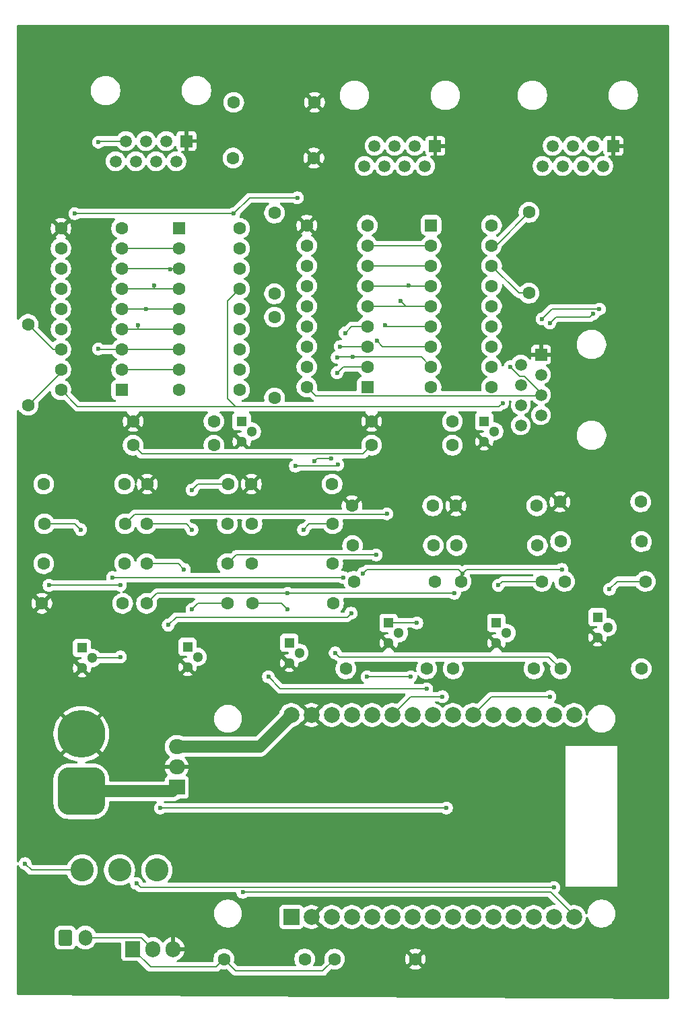
<source format=gbl>
G04 #@! TF.GenerationSoftware,KiCad,Pcbnew,9.0.2*
G04 #@! TF.CreationDate,2025-06-26T10:54:21-04:00*
G04 #@! TF.ProjectId,caeluspcb,6361656c-7573-4706-9362-2e6b69636164,rev?*
G04 #@! TF.SameCoordinates,Original*
G04 #@! TF.FileFunction,Copper,L2,Bot*
G04 #@! TF.FilePolarity,Positive*
%FSLAX46Y46*%
G04 Gerber Fmt 4.6, Leading zero omitted, Abs format (unit mm)*
G04 Created by KiCad (PCBNEW 9.0.2) date 2025-06-26 10:54:21*
%MOMM*%
%LPD*%
G01*
G04 APERTURE LIST*
G04 Aperture macros list*
%AMRoundRect*
0 Rectangle with rounded corners*
0 $1 Rounding radius*
0 $2 $3 $4 $5 $6 $7 $8 $9 X,Y pos of 4 corners*
0 Add a 4 corners polygon primitive as box body*
4,1,4,$2,$3,$4,$5,$6,$7,$8,$9,$2,$3,0*
0 Add four circle primitives for the rounded corners*
1,1,$1+$1,$2,$3*
1,1,$1+$1,$4,$5*
1,1,$1+$1,$6,$7*
1,1,$1+$1,$8,$9*
0 Add four rect primitives between the rounded corners*
20,1,$1+$1,$2,$3,$4,$5,0*
20,1,$1+$1,$4,$5,$6,$7,0*
20,1,$1+$1,$6,$7,$8,$9,0*
20,1,$1+$1,$8,$9,$2,$3,0*%
G04 Aperture macros list end*
G04 #@! TA.AperFunction,ComponentPad*
%ADD10R,1.300000X1.300000*%
G04 #@! TD*
G04 #@! TA.AperFunction,ComponentPad*
%ADD11C,1.300000*%
G04 #@! TD*
G04 #@! TA.AperFunction,ComponentPad*
%ADD12C,1.600000*%
G04 #@! TD*
G04 #@! TA.AperFunction,ComponentPad*
%ADD13RoundRect,0.250000X0.550000X0.550000X-0.550000X0.550000X-0.550000X-0.550000X0.550000X-0.550000X0*%
G04 #@! TD*
G04 #@! TA.AperFunction,ComponentPad*
%ADD14R,1.500000X1.500000*%
G04 #@! TD*
G04 #@! TA.AperFunction,ComponentPad*
%ADD15C,1.500000*%
G04 #@! TD*
G04 #@! TA.AperFunction,ComponentPad*
%ADD16RoundRect,1.500000X1.500000X-1.500000X1.500000X1.500000X-1.500000X1.500000X-1.500000X-1.500000X0*%
G04 #@! TD*
G04 #@! TA.AperFunction,ComponentPad*
%ADD17C,6.000000*%
G04 #@! TD*
G04 #@! TA.AperFunction,ComponentPad*
%ADD18C,2.921000*%
G04 #@! TD*
G04 #@! TA.AperFunction,ComponentPad*
%ADD19R,2.000000X1.905000*%
G04 #@! TD*
G04 #@! TA.AperFunction,ComponentPad*
%ADD20O,2.000000X1.905000*%
G04 #@! TD*
G04 #@! TA.AperFunction,ComponentPad*
%ADD21R,1.905000X2.000000*%
G04 #@! TD*
G04 #@! TA.AperFunction,ComponentPad*
%ADD22O,1.905000X2.000000*%
G04 #@! TD*
G04 #@! TA.AperFunction,ComponentPad*
%ADD23R,2.000000X2.000000*%
G04 #@! TD*
G04 #@! TA.AperFunction,ComponentPad*
%ADD24C,2.000000*%
G04 #@! TD*
G04 #@! TA.AperFunction,ComponentPad*
%ADD25RoundRect,0.250000X-0.550000X-0.550000X0.550000X-0.550000X0.550000X0.550000X-0.550000X0.550000X0*%
G04 #@! TD*
G04 #@! TA.AperFunction,ComponentPad*
%ADD26RoundRect,0.250000X-0.600000X-0.750000X0.600000X-0.750000X0.600000X0.750000X-0.600000X0.750000X0*%
G04 #@! TD*
G04 #@! TA.AperFunction,ComponentPad*
%ADD27O,1.700000X2.000000*%
G04 #@! TD*
G04 #@! TA.AperFunction,ViaPad*
%ADD28C,0.600000*%
G04 #@! TD*
G04 #@! TA.AperFunction,Conductor*
%ADD29C,0.200000*%
G04 #@! TD*
G04 #@! TA.AperFunction,Conductor*
%ADD30C,1.500000*%
G04 #@! TD*
G04 APERTURE END LIST*
D10*
G04 #@! TO.P,Q4,1,C*
G04 #@! TO.N,Net-(Q4-C)*
X76230000Y-143230000D03*
D11*
G04 #@! TO.P,Q4,2,B*
G04 #@! TO.N,Net-(Q4-B)*
X77500000Y-144500000D03*
G04 #@! TO.P,Q4,3,E*
G04 #@! TO.N,GND*
X76230000Y-145770000D03*
G04 #@! TD*
D12*
G04 #@! TO.P,R20,1*
G04 #@! TO.N,Net-(U3-OSC2)*
X43367500Y-103180000D03*
G04 #@! TO.P,R20,2*
G04 #@! TO.N,Net-(U3-OSC1)*
X43367500Y-113340000D03*
G04 #@! TD*
G04 #@! TO.P,R18,1*
G04 #@! TO.N,Net-(U1-OSC2)*
X106367500Y-99260000D03*
G04 #@! TO.P,R18,2*
G04 #@! TO.N,Net-(U1-OSC1)*
X106367500Y-89100000D03*
G04 #@! TD*
D13*
G04 #@! TO.P,U2,1,NC*
G04 #@! TO.N,unconnected-(U2-NC-Pad1)*
X86045000Y-111040000D03*
D12*
G04 #@! TO.P,U2,2,A0*
G04 #@! TO.N,IGN_O*
X86045000Y-108500000D03*
G04 #@! TO.P,U2,3,A1*
G04 #@! TO.N,MPV_2O*
X86045000Y-105960000D03*
G04 #@! TO.P,U2,4,A2*
G04 #@! TO.N,MPV_1O*
X86045000Y-103420000D03*
G04 #@! TO.P,U2,5,A3*
G04 #@! TO.N,Net-(U1-A3)*
X86045000Y-100880000D03*
G04 #@! TO.P,U2,6,A4*
G04 #@! TO.N,Net-(U1-A2)*
X86045000Y-98340000D03*
G04 #@! TO.P,U2,7,A5*
G04 #@! TO.N,Net-(U1-A1)*
X86045000Y-95800000D03*
G04 #@! TO.P,U2,8,A6*
G04 #@! TO.N,Net-(U1-A0)*
X86045000Y-93260000D03*
G04 #@! TO.P,U2,9,A7*
G04 #@! TO.N,unconnected-(U2-A7-Pad9)*
X86045000Y-90720000D03*
G04 #@! TO.P,U2,10,VSS*
G04 #@! TO.N,GND*
X78425000Y-90720000D03*
G04 #@! TO.P,U2,11,AD8*
G04 #@! TO.N,unconnected-(U2-AD8-Pad11)*
X78425000Y-93260000D03*
G04 #@! TO.P,U2,12,AD9*
G04 #@! TO.N,unconnected-(U2-AD9-Pad12)*
X78425000Y-95800000D03*
G04 #@! TO.P,U2,13,AD10*
G04 #@! TO.N,unconnected-(U2-AD10-Pad13)*
X78425000Y-98340000D03*
G04 #@! TO.P,U2,14,AD11*
G04 #@! TO.N,unconnected-(U2-AD11-Pad14)*
X78425000Y-100880000D03*
G04 #@! TO.P,U2,15,~{TE}*
G04 #@! TO.N,DEC*
X78425000Y-103420000D03*
G04 #@! TO.P,U2,16,OSC2*
G04 #@! TO.N,Net-(U2-OSC2)*
X78425000Y-105960000D03*
G04 #@! TO.P,U2,17,OSC1*
G04 #@! TO.N,Net-(U2-OSC1)*
X78425000Y-108500000D03*
G04 #@! TO.P,U2,18,DOUT*
G04 #@! TO.N,DOUT_2*
X78425000Y-111040000D03*
G04 #@! TD*
G04 #@! TO.P,R24,1*
G04 #@! TO.N,Net-(Q6-B)*
X107350000Y-126000000D03*
G04 #@! TO.P,R24,2*
G04 #@! TO.N,GND*
X97190000Y-126000000D03*
G04 #@! TD*
G04 #@! TO.P,R32,1*
G04 #@! TO.N,MPV_1O*
X83340000Y-146500000D03*
G04 #@! TO.P,R32,2*
G04 #@! TO.N,Net-(Q5-C)*
X93500000Y-146500000D03*
G04 #@! TD*
G04 #@! TO.P,R26,1*
G04 #@! TO.N,Net-(Q6-C)*
X108000000Y-135500000D03*
G04 #@! TO.P,R26,2*
G04 #@! TO.N,+12V*
X97840000Y-135500000D03*
G04 #@! TD*
D14*
G04 #@! TO.P,J2,1*
G04 #@! TO.N,GND*
X94580000Y-80730000D03*
D15*
G04 #@! TO.P,J2,2*
G04 #@! TO.N,Net-(U1-A0)*
X93310000Y-83270000D03*
G04 #@! TO.P,J2,3*
G04 #@! TO.N,Net-(U1-A1)*
X92040000Y-80730000D03*
G04 #@! TO.P,J2,4*
G04 #@! TO.N,Net-(U1-A2)*
X90770000Y-83270000D03*
G04 #@! TO.P,J2,5*
G04 #@! TO.N,Net-(U1-A3)*
X89500000Y-80730000D03*
G04 #@! TO.P,J2,6*
G04 #@! TO.N,MPV_1*
X88230000Y-83270000D03*
G04 #@! TO.P,J2,7*
G04 #@! TO.N,MPV_2*
X86960000Y-80730000D03*
G04 #@! TO.P,J2,8*
G04 #@! TO.N,IGN*
X85690000Y-83270000D03*
G04 #@! TD*
D12*
G04 #@! TO.P,R21,1*
G04 #@! TO.N,Net-(Q5-B)*
X94270000Y-126000000D03*
G04 #@! TO.P,R21,2*
G04 #@! TO.N,GND*
X84110000Y-126000000D03*
G04 #@! TD*
G04 #@! TO.P,R7,1*
G04 #@! TO.N,MPV_2*
X68430000Y-133270000D03*
G04 #@! TO.P,R7,2*
G04 #@! TO.N,Net-(Q3-C)*
X58270000Y-133270000D03*
G04 #@! TD*
G04 #@! TO.P,R22,1*
G04 #@! TO.N,N_O1*
X84190000Y-131000000D03*
G04 #@! TO.P,R22,2*
G04 #@! TO.N,Net-(Q5-B)*
X94350000Y-131000000D03*
G04 #@! TD*
G04 #@! TO.P,R14,1*
G04 #@! TO.N,Net-(Q2-C)*
X45350000Y-123270000D03*
G04 #@! TO.P,R14,2*
G04 #@! TO.N,MPV_1O*
X55510000Y-123270000D03*
G04 #@! TD*
D14*
G04 #@! TO.P,J1,1*
G04 #@! TO.N,GND*
X116970000Y-80730000D03*
D15*
G04 #@! TO.P,J1,2*
G04 #@! TO.N,RX*
X115700000Y-83270000D03*
G04 #@! TO.P,J1,3*
G04 #@! TO.N,TX*
X114430000Y-80730000D03*
G04 #@! TO.P,J1,4*
G04 #@! TO.N,unconnected-(J1-Pad4)*
X113160000Y-83270000D03*
G04 #@! TO.P,J1,5*
G04 #@! TO.N,unconnected-(J1-Pad5)*
X111890000Y-80730000D03*
G04 #@! TO.P,J1,6*
G04 #@! TO.N,unconnected-(J1-Pad6)*
X110620000Y-83270000D03*
G04 #@! TO.P,J1,7*
G04 #@! TO.N,unconnected-(J1-Pad7)*
X109350000Y-80730000D03*
G04 #@! TO.P,J1,8*
G04 #@! TO.N,unconnected-(J1-Pad8)*
X108080000Y-83270000D03*
G04 #@! TD*
D16*
G04 #@! TO.P,J6,1,POS*
G04 #@! TO.N,+12V*
X50075000Y-161900000D03*
D17*
G04 #@! TO.P,J6,2,NEG*
G04 #@! TO.N,GND*
X50075000Y-154700000D03*
G04 #@! TD*
D10*
G04 #@! TO.P,Q9,1,C*
G04 #@! TO.N,Net-(Q9-C)*
X70240000Y-115380000D03*
D11*
G04 #@! TO.P,Q9,2,B*
G04 #@! TO.N,Net-(Q9-B)*
X71510000Y-116650000D03*
G04 #@! TO.P,Q9,3,E*
G04 #@! TO.N,GND*
X70240000Y-117920000D03*
G04 #@! TD*
D12*
G04 #@! TO.P,R4,1*
G04 #@! TO.N,Net-(Q2-B)*
X55270000Y-138270000D03*
G04 #@! TO.P,R4,2*
G04 #@! TO.N,GND*
X45110000Y-138270000D03*
G04 #@! TD*
G04 #@! TO.P,R17,1*
G04 #@! TO.N,Net-(U5-OSC2)*
X74367500Y-99340000D03*
G04 #@! TO.P,R17,2*
G04 #@! TO.N,Net-(U5-OSC1)*
X74367500Y-89180000D03*
G04 #@! TD*
G04 #@! TO.P,R9,1*
G04 #@! TO.N,CTRL_3*
X71540000Y-128270000D03*
G04 #@! TO.P,R9,2*
G04 #@! TO.N,Net-(Q4-B)*
X81700000Y-128270000D03*
G04 #@! TD*
G04 #@! TO.P,R1,1*
G04 #@! TO.N,DEC*
X69160000Y-82260000D03*
G04 #@! TO.P,R1,2*
G04 #@! TO.N,GND*
X79320000Y-82260000D03*
G04 #@! TD*
G04 #@! TO.P,R28,1*
G04 #@! TO.N,N_O3*
X110340000Y-130500000D03*
G04 #@! TO.P,R28,2*
G04 #@! TO.N,Net-(Q7-B)*
X120500000Y-130500000D03*
G04 #@! TD*
D18*
G04 #@! TO.P,SW1,1,A*
G04 #@! TO.N,DEC*
X50177000Y-171800000D03*
G04 #@! TO.P,SW1,2,B*
G04 #@! TO.N,+12V*
X54876000Y-171800000D03*
G04 #@! TO.P,SW1,3,C*
G04 #@! TO.N,unconnected-(SW1-C-Pad3)*
X59575000Y-171800000D03*
G04 #@! TD*
D12*
G04 #@! TO.P,R19,1*
G04 #@! TO.N,Net-(U2-OSC2)*
X74367500Y-102260000D03*
G04 #@! TO.P,R19,2*
G04 #@! TO.N,Net-(U2-OSC1)*
X74367500Y-112420000D03*
G04 #@! TD*
G04 #@! TO.P,R16,1*
G04 #@! TO.N,Net-(Q4-C)*
X71620000Y-138270000D03*
G04 #@! TO.P,R16,2*
G04 #@! TO.N,IGN_O*
X81780000Y-138270000D03*
G04 #@! TD*
G04 #@! TO.P,R6,1*
G04 #@! TO.N,CTRL_2*
X68430000Y-128270000D03*
G04 #@! TO.P,R6,2*
G04 #@! TO.N,Net-(Q3-B)*
X58270000Y-128270000D03*
G04 #@! TD*
G04 #@! TO.P,R15,1*
G04 #@! TO.N,Net-(Q3-C)*
X68430000Y-138270000D03*
G04 #@! TO.P,R15,2*
G04 #@! TO.N,MPV_2O*
X58270000Y-138270000D03*
G04 #@! TD*
D19*
G04 #@! TO.P,U6,1,IN*
G04 #@! TO.N,+12V*
X62075000Y-161380000D03*
D20*
G04 #@! TO.P,U6,2,GND*
G04 #@! TO.N,GND*
X62075000Y-158840000D03*
G04 #@! TO.P,U6,3,OUT*
G04 #@! TO.N,+5V*
X62075000Y-156300000D03*
G04 #@! TD*
D10*
G04 #@! TO.P,Q7,1,C*
G04 #@! TO.N,Net-(Q7-C)*
X115000000Y-140000000D03*
D11*
G04 #@! TO.P,Q7,2,B*
G04 #@! TO.N,Net-(Q7-B)*
X116270000Y-141270000D03*
G04 #@! TO.P,Q7,3,E*
G04 #@! TO.N,GND*
X115000000Y-142540000D03*
G04 #@! TD*
D12*
G04 #@! TO.P,R35,1*
G04 #@! TO.N,Net-(Q9-B)*
X66740000Y-115380000D03*
G04 #@! TO.P,R35,2*
G04 #@! TO.N,GND*
X56580000Y-115380000D03*
G04 #@! TD*
G04 #@! TO.P,R27,1*
G04 #@! TO.N,Net-(Q7-B)*
X120420000Y-125500000D03*
G04 #@! TO.P,R27,2*
G04 #@! TO.N,GND*
X110260000Y-125500000D03*
G04 #@! TD*
D21*
G04 #@! TO.P,Q1,1,G*
G04 #@! TO.N,Net-(Q1-G)*
X56535000Y-181750000D03*
D22*
G04 #@! TO.P,Q1,2,D*
G04 #@! TO.N,Net-(J5-NEG)*
X59075000Y-181750000D03*
G04 #@! TO.P,Q1,3,S*
G04 #@! TO.N,GND*
X61615000Y-181750000D03*
G04 #@! TD*
D12*
G04 #@! TO.P,R3,1*
G04 #@! TO.N,CTRL_1*
X55510000Y-133270000D03*
G04 #@! TO.P,R3,2*
G04 #@! TO.N,Net-(Q2-B)*
X45350000Y-133270000D03*
G04 #@! TD*
G04 #@! TO.P,R11,1*
G04 #@! TO.N,DEC*
X69240000Y-75260000D03*
G04 #@! TO.P,R11,2*
G04 #@! TO.N,GND*
X79400000Y-75260000D03*
G04 #@! TD*
G04 #@! TO.P,R25,1*
G04 #@! TO.N,N_O2*
X97270000Y-131000000D03*
G04 #@! TO.P,R25,2*
G04 #@! TO.N,Net-(Q6-B)*
X107430000Y-131000000D03*
G04 #@! TD*
D13*
G04 #@! TO.P,U3,1,NC*
G04 #@! TO.N,unconnected-(U3-NC-Pad1)*
X55127500Y-111420000D03*
D12*
G04 #@! TO.P,U3,2,A0*
G04 #@! TO.N,AUTO*
X55127500Y-108880000D03*
G04 #@! TO.P,U3,3,A1*
G04 #@! TO.N,Net-(U3-A1)*
X55127500Y-106340000D03*
G04 #@! TO.P,U3,4,A2*
G04 #@! TO.N,Net-(U3-A2)*
X55127500Y-103800000D03*
G04 #@! TO.P,U3,5,A3*
G04 #@! TO.N,Net-(U3-A3)*
X55127500Y-101260000D03*
G04 #@! TO.P,U3,6,A4*
G04 #@! TO.N,Net-(U3-A4)*
X55127500Y-98720000D03*
G04 #@! TO.P,U3,7,A5*
G04 #@! TO.N,Net-(U3-A5)*
X55127500Y-96180000D03*
G04 #@! TO.P,U3,8,A6*
G04 #@! TO.N,Net-(U3-A6)*
X55127500Y-93640000D03*
G04 #@! TO.P,U3,9,A7*
G04 #@! TO.N,unconnected-(U3-A7-Pad9)*
X55127500Y-91100000D03*
G04 #@! TO.P,U3,10,VSS*
G04 #@! TO.N,GND*
X47507500Y-91100000D03*
G04 #@! TO.P,U3,11,AD8*
G04 #@! TO.N,unconnected-(U3-AD8-Pad11)*
X47507500Y-93640000D03*
G04 #@! TO.P,U3,12,AD9*
G04 #@! TO.N,unconnected-(U3-AD9-Pad12)*
X47507500Y-96180000D03*
G04 #@! TO.P,U3,13,AD10*
G04 #@! TO.N,unconnected-(U3-AD10-Pad13)*
X47507500Y-98720000D03*
G04 #@! TO.P,U3,14,AD11*
G04 #@! TO.N,unconnected-(U3-AD11-Pad14)*
X47507500Y-101260000D03*
G04 #@! TO.P,U3,15,~{TE}*
G04 #@! TO.N,DEC*
X47507500Y-103800000D03*
G04 #@! TO.P,U3,16,OSC2*
G04 #@! TO.N,Net-(U3-OSC2)*
X47507500Y-106340000D03*
G04 #@! TO.P,U3,17,OSC1*
G04 #@! TO.N,Net-(U3-OSC1)*
X47507500Y-108880000D03*
G04 #@! TO.P,U3,18,DOUT*
G04 #@! TO.N,DOUT*
X47507500Y-111420000D03*
G04 #@! TD*
G04 #@! TO.P,R36,1*
G04 #@! TO.N,DEC*
X56580000Y-118380000D03*
G04 #@! TO.P,R36,2*
G04 #@! TO.N,Net-(Q9-B)*
X66740000Y-118380000D03*
G04 #@! TD*
D23*
G04 #@! TO.P,U4,1,3V3*
G04 #@! TO.N,unconnected-(U4-3V3-Pad1)*
X76485000Y-177700000D03*
D24*
G04 #@! TO.P,U4,2,GND*
G04 #@! TO.N,GND*
X79025000Y-177700000D03*
G04 #@! TO.P,U4,3,D15*
G04 #@! TO.N,unconnected-(U4-D15-Pad3)*
X81565000Y-177700000D03*
G04 #@! TO.P,U4,4,D2*
G04 #@! TO.N,unconnected-(U4-D2-Pad4)*
X84105000Y-177700000D03*
G04 #@! TO.P,U4,5,D4*
G04 #@! TO.N,unconnected-(U4-D4-Pad5)*
X86645000Y-177700000D03*
G04 #@! TO.P,U4,6,RX2*
G04 #@! TO.N,unconnected-(U4-RX2-Pad6)*
X89185000Y-177700000D03*
G04 #@! TO.P,U4,7,TX2*
G04 #@! TO.N,unconnected-(U4-TX2-Pad7)*
X91725000Y-177700000D03*
G04 #@! TO.P,U4,8,D5*
G04 #@! TO.N,unconnected-(U4-D5-Pad8)*
X94265000Y-177700000D03*
G04 #@! TO.P,U4,9,D18*
G04 #@! TO.N,unconnected-(U4-D18-Pad9)*
X96805000Y-177700000D03*
G04 #@! TO.P,U4,10,D19*
G04 #@! TO.N,unconnected-(U4-D19-Pad10)*
X99345000Y-177700000D03*
G04 #@! TO.P,U4,11,D21*
G04 #@! TO.N,unconnected-(U4-D21-Pad11)*
X101885000Y-177700000D03*
G04 #@! TO.P,U4,12,RX0*
G04 #@! TO.N,unconnected-(U4-RX0-Pad12)*
X104425000Y-177700000D03*
G04 #@! TO.P,U4,13,TX0*
G04 #@! TO.N,unconnected-(U4-TX0-Pad13)*
X106965000Y-177700000D03*
G04 #@! TO.P,U4,14,D22*
G04 #@! TO.N,CTRL_1*
X109505000Y-177700000D03*
G04 #@! TO.P,U4,15,D23*
G04 #@! TO.N,CTRL_2*
X112045000Y-177700000D03*
G04 #@! TO.P,U4,16,EN*
G04 #@! TO.N,unconnected-(U4-EN-Pad16)*
X112045000Y-152300000D03*
G04 #@! TO.P,U4,17,VP*
G04 #@! TO.N,unconnected-(U4-VP-Pad17)*
X109505000Y-152300000D03*
G04 #@! TO.P,U4,18,VN*
G04 #@! TO.N,unconnected-(U4-VN-Pad18)*
X106965000Y-152300000D03*
G04 #@! TO.P,U4,19,D34*
G04 #@! TO.N,unconnected-(U4-D34-Pad19)*
X104425000Y-152300000D03*
G04 #@! TO.P,U4,20,D35*
G04 #@! TO.N,unconnected-(U4-D35-Pad20)*
X101885000Y-152300000D03*
G04 #@! TO.P,U4,21,D32*
G04 #@! TO.N,N_O3*
X99345000Y-152300000D03*
G04 #@! TO.P,U4,22,D33*
G04 #@! TO.N,AUTO*
X96805000Y-152300000D03*
G04 #@! TO.P,U4,23,D25*
G04 #@! TO.N,CTRL_3*
X94265000Y-152300000D03*
G04 #@! TO.P,U4,24,D26*
G04 #@! TO.N,N_O1*
X91725000Y-152300000D03*
G04 #@! TO.P,U4,25,D27*
G04 #@! TO.N,N_O2*
X89185000Y-152300000D03*
G04 #@! TO.P,U4,26,D14*
G04 #@! TO.N,unconnected-(U4-D14-Pad26)*
X86645000Y-152300000D03*
G04 #@! TO.P,U4,27,D12*
G04 #@! TO.N,unconnected-(U4-D12-Pad27)*
X84105000Y-152300000D03*
G04 #@! TO.P,U4,28,D13*
G04 #@! TO.N,unconnected-(U4-D13-Pad28)*
X81565000Y-152300000D03*
G04 #@! TO.P,U4,29,GND*
G04 #@! TO.N,GND*
X79025000Y-152300000D03*
G04 #@! TO.P,U4,30,VIN*
G04 #@! TO.N,+5V*
X76485000Y-152300000D03*
G04 #@! TD*
D12*
G04 #@! TO.P,R12,1*
G04 #@! TO.N,Net-(Q1-G)*
X68000000Y-183000000D03*
G04 #@! TO.P,R12,2*
G04 #@! TO.N,IGN_O*
X78160000Y-183000000D03*
G04 #@! TD*
D10*
G04 #@! TO.P,Q6,1,C*
G04 #@! TO.N,Net-(Q6-C)*
X102270000Y-140730000D03*
D11*
G04 #@! TO.P,Q6,2,B*
G04 #@! TO.N,Net-(Q6-B)*
X103540000Y-142000000D03*
G04 #@! TO.P,Q6,3,E*
G04 #@! TO.N,GND*
X102270000Y-143270000D03*
G04 #@! TD*
D12*
G04 #@! TO.P,R29,1*
G04 #@! TO.N,Net-(Q7-C)*
X121000000Y-135500000D03*
G04 #@! TO.P,R29,2*
G04 #@! TO.N,+12V*
X110840000Y-135500000D03*
G04 #@! TD*
G04 #@! TO.P,R31,1*
G04 #@! TO.N,MPV_2O*
X96840000Y-146500000D03*
G04 #@! TO.P,R31,2*
G04 #@! TO.N,Net-(Q6-C)*
X107000000Y-146500000D03*
G04 #@! TD*
G04 #@! TO.P,R10,1*
G04 #@! TO.N,IGN*
X81700000Y-133270000D03*
G04 #@! TO.P,R10,2*
G04 #@! TO.N,Net-(Q4-C)*
X71540000Y-133270000D03*
G04 #@! TD*
G04 #@! TO.P,R2,1*
G04 #@! TO.N,MPV_1*
X55590000Y-128270000D03*
G04 #@! TO.P,R2,2*
G04 #@! TO.N,Net-(Q2-C)*
X45430000Y-128270000D03*
G04 #@! TD*
G04 #@! TO.P,R13,1*
G04 #@! TO.N,GND*
X92080000Y-183000000D03*
G04 #@! TO.P,R13,2*
G04 #@! TO.N,Net-(Q1-G)*
X81920000Y-183000000D03*
G04 #@! TD*
G04 #@! TO.P,R33,1*
G04 #@! TO.N,Net-(Q8-B)*
X96740000Y-115380000D03*
G04 #@! TO.P,R33,2*
G04 #@! TO.N,GND*
X86580000Y-115380000D03*
G04 #@! TD*
D25*
G04 #@! TO.P,U5,1,NC*
G04 #@! TO.N,unconnected-(U5-NC-Pad1)*
X62367500Y-91100000D03*
D12*
G04 #@! TO.P,U5,2,A0*
G04 #@! TO.N,Net-(U3-A6)*
X62367500Y-93640000D03*
G04 #@! TO.P,U5,3,A1*
G04 #@! TO.N,Net-(U3-A5)*
X62367500Y-96180000D03*
G04 #@! TO.P,U5,4,A2*
G04 #@! TO.N,Net-(U3-A4)*
X62367500Y-98720000D03*
G04 #@! TO.P,U5,5,A3*
G04 #@! TO.N,Net-(U3-A3)*
X62367500Y-101260000D03*
G04 #@! TO.P,U5,6,A4*
G04 #@! TO.N,Net-(U3-A2)*
X62367500Y-103800000D03*
G04 #@! TO.P,U5,7,A5*
G04 #@! TO.N,Net-(U3-A1)*
X62367500Y-106340000D03*
G04 #@! TO.P,U5,8,A6*
G04 #@! TO.N,AUTO*
X62367500Y-108880000D03*
G04 #@! TO.P,U5,9,A7*
G04 #@! TO.N,unconnected-(U5-A7-Pad9)*
X62367500Y-111420000D03*
G04 #@! TO.P,U5,10,VSS*
G04 #@! TO.N,Net-(Q9-C)*
X69987500Y-111420000D03*
G04 #@! TO.P,U5,11,D8*
G04 #@! TO.N,unconnected-(U5-D8-Pad11)*
X69987500Y-108880000D03*
G04 #@! TO.P,U5,12,D9*
G04 #@! TO.N,unconnected-(U5-D9-Pad12)*
X69987500Y-106340000D03*
G04 #@! TO.P,U5,13,D10*
G04 #@! TO.N,unconnected-(U5-D10-Pad13)*
X69987500Y-103800000D03*
G04 #@! TO.P,U5,14,D11*
G04 #@! TO.N,unconnected-(U5-D11-Pad14)*
X69987500Y-101260000D03*
G04 #@! TO.P,U5,15,DIN*
G04 #@! TO.N,DOUT*
X69987500Y-98720000D03*
G04 #@! TO.P,U5,16,OSC2*
G04 #@! TO.N,Net-(U5-OSC2)*
X69987500Y-96180000D03*
G04 #@! TO.P,U5,17,OSC1*
G04 #@! TO.N,Net-(U5-OSC1)*
X69987500Y-93640000D03*
G04 #@! TO.P,U5,18,VT*
G04 #@! TO.N,unconnected-(U5-VT-Pad18)*
X69987500Y-91100000D03*
G04 #@! TD*
D14*
G04 #@! TO.P,J3,1*
G04 #@! TO.N,GND*
X63287500Y-80130000D03*
D15*
G04 #@! TO.P,J3,2*
G04 #@! TO.N,Net-(U3-A6)*
X62017500Y-82670000D03*
G04 #@! TO.P,J3,3*
G04 #@! TO.N,Net-(U3-A5)*
X60747500Y-80130000D03*
G04 #@! TO.P,J3,4*
G04 #@! TO.N,Net-(U3-A4)*
X59477500Y-82670000D03*
G04 #@! TO.P,J3,5*
G04 #@! TO.N,Net-(U3-A3)*
X58207500Y-80130000D03*
G04 #@! TO.P,J3,6*
G04 #@! TO.N,Net-(U3-A2)*
X56937500Y-82670000D03*
G04 #@! TO.P,J3,7*
G04 #@! TO.N,Net-(U3-A1)*
X55667500Y-80130000D03*
G04 #@! TO.P,J3,8*
G04 #@! TO.N,AUTO*
X54397500Y-82670000D03*
G04 #@! TD*
D12*
G04 #@! TO.P,R8,1*
G04 #@! TO.N,Net-(Q4-B)*
X81620000Y-123270000D03*
G04 #@! TO.P,R8,2*
G04 #@! TO.N,GND*
X71460000Y-123270000D03*
G04 #@! TD*
G04 #@! TO.P,R34,1*
G04 #@! TO.N,DEC*
X86580000Y-118380000D03*
G04 #@! TO.P,R34,2*
G04 #@! TO.N,Net-(Q8-B)*
X96740000Y-118380000D03*
G04 #@! TD*
D10*
G04 #@! TO.P,Q8,1,C*
G04 #@! TO.N,Net-(Q8-C)*
X100740000Y-115380000D03*
D11*
G04 #@! TO.P,Q8,2,B*
G04 #@! TO.N,Net-(Q8-B)*
X102010000Y-116650000D03*
G04 #@! TO.P,Q8,3,E*
G04 #@! TO.N,GND*
X100740000Y-117920000D03*
G04 #@! TD*
D12*
G04 #@! TO.P,R30,1*
G04 #@! TO.N,IGN_O*
X110340000Y-146500000D03*
G04 #@! TO.P,R30,2*
G04 #@! TO.N,Net-(Q7-C)*
X120500000Y-146500000D03*
G04 #@! TD*
D10*
G04 #@! TO.P,Q2,1,C*
G04 #@! TO.N,Net-(Q2-C)*
X50160000Y-143880000D03*
D11*
G04 #@! TO.P,Q2,2,B*
G04 #@! TO.N,Net-(Q2-B)*
X51430000Y-145150000D03*
G04 #@! TO.P,Q2,3,E*
G04 #@! TO.N,GND*
X50160000Y-146420000D03*
G04 #@! TD*
D12*
G04 #@! TO.P,R23,1*
G04 #@! TO.N,Net-(Q5-C)*
X94500000Y-135500000D03*
G04 #@! TO.P,R23,2*
G04 #@! TO.N,+12V*
X84340000Y-135500000D03*
G04 #@! TD*
D25*
G04 #@! TO.P,U1,1,NC*
G04 #@! TO.N,unconnected-(U1-NC-Pad1)*
X94045000Y-90720000D03*
D12*
G04 #@! TO.P,U1,2,A0*
G04 #@! TO.N,Net-(U1-A0)*
X94045000Y-93260000D03*
G04 #@! TO.P,U1,3,A1*
G04 #@! TO.N,Net-(U1-A1)*
X94045000Y-95800000D03*
G04 #@! TO.P,U1,4,A2*
G04 #@! TO.N,Net-(U1-A2)*
X94045000Y-98340000D03*
G04 #@! TO.P,U1,5,A3*
G04 #@! TO.N,Net-(U1-A3)*
X94045000Y-100880000D03*
G04 #@! TO.P,U1,6,A4*
G04 #@! TO.N,MPV_1*
X94045000Y-103420000D03*
G04 #@! TO.P,U1,7,A5*
G04 #@! TO.N,MPV_2*
X94045000Y-105960000D03*
G04 #@! TO.P,U1,8,A6*
G04 #@! TO.N,IGN*
X94045000Y-108500000D03*
G04 #@! TO.P,U1,9,A7*
G04 #@! TO.N,unconnected-(U1-A7-Pad9)*
X94045000Y-111040000D03*
G04 #@! TO.P,U1,10,VSS*
G04 #@! TO.N,Net-(Q8-C)*
X101665000Y-111040000D03*
G04 #@! TO.P,U1,11,D8*
G04 #@! TO.N,unconnected-(U1-D8-Pad11)*
X101665000Y-108500000D03*
G04 #@! TO.P,U1,12,D9*
G04 #@! TO.N,unconnected-(U1-D9-Pad12)*
X101665000Y-105960000D03*
G04 #@! TO.P,U1,13,D10*
G04 #@! TO.N,unconnected-(U1-D10-Pad13)*
X101665000Y-103420000D03*
G04 #@! TO.P,U1,14,D11*
G04 #@! TO.N,unconnected-(U1-D11-Pad14)*
X101665000Y-100880000D03*
G04 #@! TO.P,U1,15,DIN*
G04 #@! TO.N,DOUT_2*
X101665000Y-98340000D03*
G04 #@! TO.P,U1,16,OSC2*
G04 #@! TO.N,Net-(U1-OSC2)*
X101665000Y-95800000D03*
G04 #@! TO.P,U1,17,OSC1*
G04 #@! TO.N,Net-(U1-OSC1)*
X101665000Y-93260000D03*
G04 #@! TO.P,U1,18,VT*
G04 #@! TO.N,unconnected-(U1-VT-Pad18)*
X101665000Y-90720000D03*
G04 #@! TD*
D26*
G04 #@! TO.P,J5,1,POS*
G04 #@! TO.N,+12V*
X48075000Y-180300000D03*
D27*
G04 #@! TO.P,J5,2,NEG*
G04 #@! TO.N,Net-(J5-NEG)*
X50575000Y-180300000D03*
G04 #@! TD*
D10*
G04 #@! TO.P,Q5,1,C*
G04 #@! TO.N,Net-(Q5-C)*
X88730000Y-140730000D03*
D11*
G04 #@! TO.P,Q5,2,B*
G04 #@! TO.N,Net-(Q5-B)*
X90000000Y-142000000D03*
G04 #@! TO.P,Q5,3,E*
G04 #@! TO.N,GND*
X88730000Y-143270000D03*
G04 #@! TD*
D12*
G04 #@! TO.P,R5,1*
G04 #@! TO.N,Net-(Q3-B)*
X68510000Y-123270000D03*
G04 #@! TO.P,R5,2*
G04 #@! TO.N,GND*
X58350000Y-123270000D03*
G04 #@! TD*
D10*
G04 #@! TO.P,Q3,1,C*
G04 #@! TO.N,Net-(Q3-C)*
X63430000Y-143730000D03*
D11*
G04 #@! TO.P,Q3,2,B*
G04 #@! TO.N,Net-(Q3-B)*
X64700000Y-145000000D03*
G04 #@! TO.P,Q3,3,E*
G04 #@! TO.N,GND*
X63430000Y-146270000D03*
G04 #@! TD*
D14*
G04 #@! TO.P,J4,1*
G04 #@! TO.N,GND*
X107890000Y-106977500D03*
D15*
G04 #@! TO.P,J4,2*
G04 #@! TO.N,RX*
X105350000Y-108247500D03*
G04 #@! TO.P,J4,3*
G04 #@! TO.N,TX*
X107890000Y-109517500D03*
G04 #@! TO.P,J4,4*
G04 #@! TO.N,DOUT*
X105350000Y-110787500D03*
G04 #@! TO.P,J4,5*
G04 #@! TO.N,DOUT_2*
X107890000Y-112057500D03*
G04 #@! TO.P,J4,6*
G04 #@! TO.N,unconnected-(J4-Pad6)*
X105350000Y-113327500D03*
G04 #@! TO.P,J4,7*
G04 #@! TO.N,unconnected-(J4-Pad7)*
X107890000Y-114597500D03*
G04 #@! TO.P,J4,8*
G04 #@! TO.N,unconnected-(J4-Pad8)*
X105350000Y-115867500D03*
G04 #@! TD*
D28*
G04 #@! TO.N,RX*
X108000000Y-102500000D03*
X115240000Y-101260000D03*
G04 #@! TO.N,TX*
X109000000Y-103000000D03*
X114430000Y-101860000D03*
G04 #@! TO.N,MPV_2*
X87240000Y-105260000D03*
X87169000Y-132169000D03*
G04 #@! TO.N,IGN*
X84240000Y-107260000D03*
X82239000Y-107317205D03*
G04 #@! TO.N,Net-(U3-A3)*
X58240000Y-101260000D03*
G04 #@! TO.N,Net-(U3-A2)*
X57240000Y-103260000D03*
G04 #@! TO.N,Net-(U3-A4)*
X59240000Y-98260000D03*
G04 #@! TO.N,MPV_1*
X88240000Y-103260000D03*
X88500000Y-127000000D03*
G04 #@! TO.N,Net-(U1-A3)*
X90240000Y-100260000D03*
G04 #@! TO.N,Net-(U3-A1)*
X52240000Y-80260000D03*
X52240000Y-106260000D03*
G04 #@! TO.N,Net-(U1-A2)*
X91240000Y-98260000D03*
G04 #@! TO.N,Net-(U3-A5)*
X61240000Y-96260000D03*
G04 #@! TO.N,DOUT_2*
X104000000Y-108500000D03*
G04 #@! TO.N,DOUT*
X103058750Y-113078750D03*
G04 #@! TO.N,AUTO*
X60000000Y-164000000D03*
X96000000Y-164000000D03*
G04 #@! TO.N,+12V*
X61000000Y-141000000D03*
X110500000Y-134000000D03*
X98000000Y-134500000D03*
X85500000Y-134500000D03*
X84000000Y-139500000D03*
G04 #@! TO.N,Net-(Q2-C)*
X50000000Y-129000000D03*
G04 #@! TO.N,Net-(Q2-B)*
X55000000Y-145000000D03*
X46000000Y-136000000D03*
X55000000Y-136000000D03*
G04 #@! TO.N,Net-(Q3-C)*
X63000000Y-134000000D03*
X64000000Y-139000000D03*
G04 #@! TO.N,Net-(Q3-B)*
X64000000Y-124000000D03*
X64000000Y-129000000D03*
G04 #@! TO.N,Net-(Q4-C)*
X76000000Y-139000000D03*
G04 #@! TO.N,Net-(Q4-B)*
X78000000Y-129000000D03*
G04 #@! TO.N,MPV_1O*
X54000000Y-135000000D03*
X83000000Y-135000000D03*
X83240000Y-104260000D03*
G04 #@! TO.N,MPV_2O*
X82320000Y-120820000D03*
X76000000Y-137000000D03*
X77000000Y-121000000D03*
X97000000Y-137000000D03*
X82640000Y-105960000D03*
G04 #@! TO.N,IGN_O*
X82000000Y-144500000D03*
X81500000Y-120081000D03*
X82239000Y-109260000D03*
X79399000Y-120400000D03*
G04 #@! TO.N,DEC*
X69240000Y-89260000D03*
X77240000Y-87260000D03*
X43000000Y-171000000D03*
X49240000Y-89260000D03*
G04 #@! TO.N,CTRL_1*
X109500000Y-174000000D03*
X57000000Y-173500000D03*
G04 #@! TO.N,CTRL_2*
X70376000Y-174600000D03*
G04 #@! TO.N,CTRL_3*
X93500000Y-149000000D03*
X73600000Y-147500000D03*
G04 #@! TO.N,N_O1*
X86000000Y-147500000D03*
X91500000Y-147500000D03*
G04 #@! TO.N,N_O2*
X95500000Y-150000000D03*
G04 #@! TO.N,N_O3*
X109000000Y-150000000D03*
G04 #@! TO.N,Net-(Q5-C)*
X92270000Y-140730000D03*
G04 #@! TO.N,Net-(Q6-C)*
X102500000Y-136000000D03*
G04 #@! TO.N,Net-(Q7-C)*
X116500000Y-136500000D03*
G04 #@! TD*
D29*
G04 #@! TO.N,RX*
X108000000Y-102500000D02*
X109240000Y-101260000D01*
X109240000Y-101260000D02*
X115240000Y-101260000D01*
G04 #@! TO.N,TX*
X109000000Y-103000000D02*
X109740000Y-102260000D01*
X109740000Y-102260000D02*
X114030000Y-102260000D01*
X114030000Y-102260000D02*
X114430000Y-101860000D01*
G04 #@! TO.N,MPV_2*
X69531000Y-132169000D02*
X68430000Y-133270000D01*
X87240000Y-105260000D02*
X87940000Y-105960000D01*
X87940000Y-105960000D02*
X94045000Y-105960000D01*
X87169000Y-132169000D02*
X69531000Y-132169000D01*
G04 #@! TO.N,Net-(U1-A1)*
X86045000Y-95800000D02*
X94045000Y-95800000D01*
G04 #@! TO.N,IGN*
X82239000Y-107317205D02*
X82296205Y-107260000D01*
X84240000Y-107260000D02*
X92805000Y-107260000D01*
X92805000Y-107260000D02*
X94045000Y-108500000D01*
X82296205Y-107260000D02*
X84240000Y-107260000D01*
G04 #@! TO.N,Net-(U3-A3)*
X55127500Y-101260000D02*
X62367500Y-101260000D01*
G04 #@! TO.N,Net-(U3-A2)*
X57240000Y-103260000D02*
X57240000Y-103800000D01*
X55127500Y-103800000D02*
X57240000Y-103800000D01*
X57240000Y-103800000D02*
X62367500Y-103800000D01*
G04 #@! TO.N,Net-(U3-A4)*
X59240000Y-98260000D02*
X59240000Y-98720000D01*
X55127500Y-98720000D02*
X59240000Y-98720000D01*
X59240000Y-98720000D02*
X62367500Y-98720000D01*
G04 #@! TO.N,Net-(U1-A0)*
X86045000Y-93260000D02*
X94045000Y-93260000D01*
G04 #@! TO.N,MPV_1*
X88240000Y-103260000D02*
X88400000Y-103420000D01*
X55590000Y-128270000D02*
X56759000Y-127101000D01*
X88400000Y-103420000D02*
X94045000Y-103420000D01*
X56759000Y-127101000D02*
X88399000Y-127101000D01*
X88399000Y-127101000D02*
X88500000Y-127000000D01*
G04 #@! TO.N,Net-(U3-A6)*
X55127500Y-93640000D02*
X62367500Y-93640000D01*
G04 #@! TO.N,Net-(U1-A3)*
X86045000Y-100880000D02*
X91240000Y-100880000D01*
X91240000Y-100880000D02*
X94045000Y-100880000D01*
X90860000Y-100880000D02*
X91240000Y-100880000D01*
X90240000Y-100260000D02*
X90860000Y-100880000D01*
G04 #@! TO.N,Net-(U3-A1)*
X52240000Y-106260000D02*
X52320000Y-106340000D01*
X55127500Y-106340000D02*
X62367500Y-106340000D01*
X52370000Y-80130000D02*
X52240000Y-80260000D01*
X52320000Y-106340000D02*
X55127500Y-106340000D01*
X55667500Y-80130000D02*
X52370000Y-80130000D01*
G04 #@! TO.N,Net-(U1-A2)*
X86045000Y-98340000D02*
X94045000Y-98340000D01*
G04 #@! TO.N,Net-(U3-A5)*
X55127500Y-96180000D02*
X62367500Y-96180000D01*
G04 #@! TO.N,DOUT_2*
X105236500Y-109736500D02*
X105785339Y-109736500D01*
X107890000Y-111841161D02*
X107890000Y-112057500D01*
X79526000Y-112141000D02*
X107806500Y-112141000D01*
X104000000Y-108500000D02*
X105236500Y-109736500D01*
X107806500Y-112141000D02*
X107890000Y-112057500D01*
X105785339Y-109736500D02*
X107890000Y-111841161D01*
X78425000Y-111040000D02*
X79526000Y-112141000D01*
G04 #@! TO.N,DOUT*
X70437500Y-99170000D02*
X69987500Y-98720000D01*
X69500000Y-113521000D02*
X102616500Y-113521000D01*
X49608500Y-113521000D02*
X67500000Y-113521000D01*
X47507500Y-111420000D02*
X49608500Y-113521000D01*
X68500000Y-100207500D02*
X68500000Y-112521000D01*
X102616500Y-113521000D02*
X103058750Y-113078750D01*
X68500000Y-112521000D02*
X69500000Y-113521000D01*
X67500000Y-113521000D02*
X69500000Y-113521000D01*
X69987500Y-98720000D02*
X68500000Y-100207500D01*
X104877500Y-111260000D02*
X105350000Y-110787500D01*
G04 #@! TO.N,AUTO*
X60000000Y-164000000D02*
X96000000Y-164000000D01*
X55127500Y-108880000D02*
X62367500Y-108880000D01*
G04 #@! TO.N,+12V*
X86000000Y-134000000D02*
X85500000Y-134500000D01*
X62000000Y-140000000D02*
X61000000Y-141000000D01*
D30*
X60000000Y-161900000D02*
X61555000Y-161900000D01*
D29*
X110500000Y-134000000D02*
X98500000Y-134000000D01*
X83500000Y-140000000D02*
X84000000Y-139500000D01*
X62596000Y-161901000D02*
X62075000Y-161380000D01*
X98000000Y-134500000D02*
X97500000Y-134000000D01*
D30*
X61555000Y-161900000D02*
X62075000Y-161380000D01*
D29*
X97500000Y-134000000D02*
X86000000Y-134000000D01*
X62000000Y-140000000D02*
X83500000Y-140000000D01*
D30*
X50075000Y-161900000D02*
X60000000Y-161900000D01*
D29*
X98500000Y-134000000D02*
X98000000Y-134500000D01*
G04 #@! TO.N,Net-(J5-NEG)*
X57625000Y-180300000D02*
X59075000Y-181750000D01*
X50575000Y-180300000D02*
X57625000Y-180300000D01*
G04 #@! TO.N,Net-(Q1-G)*
X67000000Y-184000000D02*
X58785000Y-184000000D01*
X58785000Y-184000000D02*
X56535000Y-181750000D01*
X68000000Y-183000000D02*
X67000000Y-184000000D01*
X81920000Y-183000000D02*
X80420000Y-184500000D01*
X69500000Y-184500000D02*
X68000000Y-183000000D01*
X80420000Y-184500000D02*
X69500000Y-184500000D01*
G04 #@! TO.N,Net-(Q2-C)*
X50000000Y-129000000D02*
X49270000Y-128270000D01*
X49270000Y-128270000D02*
X45430000Y-128270000D01*
G04 #@! TO.N,Net-(Q2-B)*
X51430000Y-145150000D02*
X54850000Y-145150000D01*
X54850000Y-145150000D02*
X55000000Y-145000000D01*
X46000000Y-136000000D02*
X55000000Y-136000000D01*
G04 #@! TO.N,Net-(Q3-C)*
X64000000Y-139000000D02*
X64730000Y-138270000D01*
X58270000Y-133270000D02*
X62270000Y-133270000D01*
X62270000Y-133270000D02*
X63000000Y-134000000D01*
X64730000Y-138270000D02*
X68430000Y-138270000D01*
G04 #@! TO.N,Net-(Q3-B)*
X64000000Y-129000000D02*
X63270000Y-128270000D01*
X64730000Y-123270000D02*
X68510000Y-123270000D01*
X63270000Y-128270000D02*
X58270000Y-128270000D01*
X64000000Y-124000000D02*
X64730000Y-123270000D01*
G04 #@! TO.N,Net-(Q4-C)*
X76000000Y-139000000D02*
X75270000Y-138270000D01*
X75270000Y-138270000D02*
X71620000Y-138270000D01*
G04 #@! TO.N,Net-(Q4-B)*
X78000000Y-129000000D02*
X78730000Y-128270000D01*
X78730000Y-128270000D02*
X81700000Y-128270000D01*
G04 #@! TO.N,MPV_1O*
X83240000Y-104260000D02*
X84080000Y-103420000D01*
X84080000Y-103420000D02*
X86045000Y-103420000D01*
X54000000Y-135000000D02*
X83000000Y-135000000D01*
G04 #@! TO.N,MPV_2O*
X59540000Y-137000000D02*
X76000000Y-137000000D01*
X58270000Y-138270000D02*
X59540000Y-137000000D01*
X82320000Y-120820000D02*
X82140000Y-121000000D01*
X82640000Y-105960000D02*
X86045000Y-105960000D01*
X97000000Y-137000000D02*
X76000000Y-137000000D01*
X82140000Y-121000000D02*
X77000000Y-121000000D01*
G04 #@! TO.N,Net-(Q7-B)*
X121060000Y-131060000D02*
X120500000Y-130500000D01*
G04 #@! TO.N,IGN_O*
X110340000Y-146500000D02*
X108840000Y-145000000D01*
X79718000Y-120081000D02*
X79399000Y-120400000D01*
X81500000Y-120081000D02*
X79718000Y-120081000D01*
X108840000Y-145000000D02*
X82500000Y-145000000D01*
X82239000Y-109260000D02*
X82999000Y-108500000D01*
X82999000Y-108500000D02*
X86045000Y-108500000D01*
X82500000Y-145000000D02*
X82000000Y-144500000D01*
G04 #@! TO.N,DEC*
X85479000Y-119481000D02*
X57681000Y-119481000D01*
X43000000Y-171000000D02*
X43800000Y-171800000D01*
X57681000Y-119481000D02*
X56580000Y-118380000D01*
X43800000Y-171800000D02*
X50177000Y-171800000D01*
X77240000Y-87260000D02*
X71240000Y-87260000D01*
X49240000Y-89260000D02*
X69240000Y-89260000D01*
X86580000Y-118380000D02*
X85479000Y-119481000D01*
X71240000Y-87260000D02*
X69240000Y-89260000D01*
G04 #@! TO.N,CTRL_1*
X109500000Y-174000000D02*
X57500000Y-174000000D01*
X57500000Y-174000000D02*
X57000000Y-173500000D01*
G04 #@! TO.N,CTRL_2*
X70376000Y-174600000D02*
X109100000Y-174600000D01*
X112045000Y-177545000D02*
X112045000Y-177700000D01*
X109100000Y-174600000D02*
X112045000Y-177545000D01*
G04 #@! TO.N,CTRL_3*
X73600000Y-147500000D02*
X75100000Y-149000000D01*
X75100000Y-149000000D02*
X93500000Y-149000000D01*
G04 #@! TO.N,Net-(U1-OSC1)*
X102207500Y-93260000D02*
X101665000Y-93260000D01*
X106367500Y-89100000D02*
X102207500Y-93260000D01*
G04 #@! TO.N,Net-(U1-OSC2)*
X106367500Y-99260000D02*
X105125000Y-99260000D01*
X105125000Y-99260000D02*
X101665000Y-95800000D01*
G04 #@! TO.N,Net-(U3-OSC1)*
X43367500Y-113340000D02*
X47507500Y-109200000D01*
X47507500Y-109200000D02*
X47507500Y-108880000D01*
G04 #@! TO.N,Net-(U3-OSC2)*
X43367500Y-103180000D02*
X46527500Y-106340000D01*
X46527500Y-106340000D02*
X47507500Y-106340000D01*
G04 #@! TO.N,N_O1*
X86000000Y-147500000D02*
X91500000Y-147500000D01*
G04 #@! TO.N,N_O2*
X95500000Y-150000000D02*
X91485000Y-150000000D01*
X91485000Y-150000000D02*
X89185000Y-152300000D01*
G04 #@! TO.N,N_O3*
X110340000Y-130500000D02*
X109720000Y-130500000D01*
X109000000Y-150000000D02*
X101645000Y-150000000D01*
X101645000Y-150000000D02*
X99345000Y-152300000D01*
D30*
G04 #@! TO.N,+5V*
X62075000Y-156300000D02*
X72485000Y-156300000D01*
X72485000Y-156300000D02*
X76485000Y-152300000D01*
D29*
X62156000Y-156219000D02*
X62075000Y-156300000D01*
G04 #@! TO.N,Net-(Q5-C)*
X92270000Y-140730000D02*
X88730000Y-140730000D01*
G04 #@! TO.N,Net-(Q6-C)*
X108000000Y-135500000D02*
X103000000Y-135500000D01*
X103000000Y-135500000D02*
X102500000Y-136000000D01*
G04 #@! TO.N,Net-(Q7-C)*
X117500000Y-135500000D02*
X116500000Y-136500000D01*
X121000000Y-135500000D02*
X117500000Y-135500000D01*
G04 #@! TD*
G04 #@! TA.AperFunction,Conductor*
G04 #@! TO.N,GND*
G36*
X123942539Y-65520185D02*
G01*
X123988294Y-65572989D01*
X123999500Y-65624500D01*
X123999500Y-187875238D01*
X123979815Y-187942277D01*
X123927011Y-187988032D01*
X123874744Y-187999236D01*
X42123744Y-187500754D01*
X42056826Y-187480661D01*
X42011394Y-187427579D01*
X42000500Y-187376756D01*
X42000500Y-179499983D01*
X46724500Y-179499983D01*
X46724500Y-181100001D01*
X46724501Y-181100018D01*
X46735000Y-181202796D01*
X46735001Y-181202799D01*
X46790185Y-181369331D01*
X46790187Y-181369336D01*
X46825069Y-181425888D01*
X46882288Y-181518656D01*
X47006344Y-181642712D01*
X47155666Y-181734814D01*
X47322203Y-181789999D01*
X47424991Y-181800500D01*
X48725008Y-181800499D01*
X48827797Y-181789999D01*
X48994334Y-181734814D01*
X49143656Y-181642712D01*
X49267712Y-181518656D01*
X49359814Y-181369334D01*
X49359814Y-181369331D01*
X49363178Y-181363879D01*
X49415126Y-181317154D01*
X49484088Y-181305931D01*
X49548170Y-181333774D01*
X49556398Y-181341294D01*
X49695213Y-181480109D01*
X49867179Y-181605048D01*
X49867181Y-181605049D01*
X49867184Y-181605051D01*
X50056588Y-181701557D01*
X50258757Y-181767246D01*
X50468713Y-181800500D01*
X50468714Y-181800500D01*
X50681286Y-181800500D01*
X50681287Y-181800500D01*
X50891243Y-181767246D01*
X51093412Y-181701557D01*
X51282816Y-181605051D01*
X51306084Y-181588146D01*
X51454786Y-181480109D01*
X51454788Y-181480106D01*
X51454792Y-181480104D01*
X51605104Y-181329792D01*
X51605106Y-181329788D01*
X51605109Y-181329786D01*
X51697369Y-181202799D01*
X51730051Y-181157816D01*
X51824225Y-180972989D01*
X51826663Y-180968205D01*
X51874638Y-180917409D01*
X51937148Y-180900500D01*
X54958000Y-180900500D01*
X55025039Y-180920185D01*
X55070794Y-180972989D01*
X55082000Y-181024500D01*
X55082000Y-182797870D01*
X55082001Y-182797876D01*
X55088408Y-182857483D01*
X55138702Y-182992328D01*
X55138706Y-182992335D01*
X55224952Y-183107544D01*
X55224955Y-183107547D01*
X55340164Y-183193793D01*
X55340171Y-183193797D01*
X55475017Y-183244091D01*
X55475016Y-183244091D01*
X55481944Y-183244835D01*
X55534627Y-183250500D01*
X57134901Y-183250499D01*
X57201940Y-183270184D01*
X57222582Y-183286818D01*
X58416284Y-184480520D01*
X58416286Y-184480521D01*
X58416290Y-184480524D01*
X58553209Y-184559573D01*
X58553216Y-184559577D01*
X58705943Y-184600501D01*
X58705945Y-184600501D01*
X58871654Y-184600501D01*
X58871670Y-184600500D01*
X66913331Y-184600500D01*
X66913347Y-184600501D01*
X66920943Y-184600501D01*
X67079054Y-184600501D01*
X67079057Y-184600501D01*
X67231785Y-184559577D01*
X67281904Y-184530639D01*
X67368716Y-184480520D01*
X67480520Y-184368716D01*
X67480520Y-184368714D01*
X67490728Y-184358507D01*
X67490730Y-184358504D01*
X67555158Y-184294075D01*
X67616479Y-184260592D01*
X67681151Y-184263825D01*
X67695466Y-184268477D01*
X67897648Y-184300500D01*
X67897649Y-184300500D01*
X68102351Y-184300500D01*
X68102352Y-184300500D01*
X68304534Y-184268477D01*
X68318842Y-184263827D01*
X68388682Y-184261831D01*
X68444842Y-184294077D01*
X69015139Y-184864374D01*
X69015149Y-184864385D01*
X69019479Y-184868715D01*
X69019480Y-184868716D01*
X69131284Y-184980520D01*
X69131286Y-184980521D01*
X69131290Y-184980524D01*
X69268209Y-185059573D01*
X69268216Y-185059577D01*
X69380019Y-185089534D01*
X69420942Y-185100500D01*
X69420943Y-185100500D01*
X80333331Y-185100500D01*
X80333347Y-185100501D01*
X80340943Y-185100501D01*
X80499054Y-185100501D01*
X80499057Y-185100501D01*
X80651785Y-185059577D01*
X80701904Y-185030639D01*
X80788716Y-184980520D01*
X80900520Y-184868716D01*
X80900520Y-184868714D01*
X80910728Y-184858507D01*
X80910730Y-184858504D01*
X81475158Y-184294075D01*
X81536479Y-184260592D01*
X81601151Y-184263825D01*
X81615466Y-184268477D01*
X81817648Y-184300500D01*
X81817649Y-184300500D01*
X82022351Y-184300500D01*
X82022352Y-184300500D01*
X82224534Y-184268477D01*
X82419219Y-184205220D01*
X82601610Y-184112287D01*
X82694590Y-184044732D01*
X82767213Y-183991971D01*
X82767215Y-183991968D01*
X82767219Y-183991966D01*
X82911966Y-183847219D01*
X82911968Y-183847215D01*
X82911971Y-183847213D01*
X82976894Y-183757853D01*
X83032287Y-183681610D01*
X83125220Y-183499219D01*
X83188477Y-183304534D01*
X83220500Y-183102352D01*
X83220500Y-182897682D01*
X90780000Y-182897682D01*
X90780000Y-183102317D01*
X90812009Y-183304417D01*
X90875244Y-183499031D01*
X90968141Y-183681350D01*
X90968147Y-183681359D01*
X91000523Y-183725921D01*
X91000524Y-183725922D01*
X91680000Y-183046446D01*
X91680000Y-183052661D01*
X91707259Y-183154394D01*
X91759920Y-183245606D01*
X91834394Y-183320080D01*
X91925606Y-183372741D01*
X92027339Y-183400000D01*
X92033553Y-183400000D01*
X91354076Y-184079474D01*
X91398650Y-184111859D01*
X91580968Y-184204755D01*
X91775582Y-184267990D01*
X91977683Y-184300000D01*
X92182317Y-184300000D01*
X92384417Y-184267990D01*
X92579031Y-184204755D01*
X92761349Y-184111859D01*
X92805921Y-184079474D01*
X92126447Y-183400000D01*
X92132661Y-183400000D01*
X92234394Y-183372741D01*
X92325606Y-183320080D01*
X92400080Y-183245606D01*
X92452741Y-183154394D01*
X92480000Y-183052661D01*
X92480000Y-183046447D01*
X93159474Y-183725921D01*
X93191859Y-183681349D01*
X93284755Y-183499031D01*
X93347990Y-183304417D01*
X93380000Y-183102317D01*
X93380000Y-182897682D01*
X93347990Y-182695582D01*
X93284755Y-182500968D01*
X93191859Y-182318650D01*
X93159474Y-182274077D01*
X93159474Y-182274076D01*
X92480000Y-182953551D01*
X92480000Y-182947339D01*
X92452741Y-182845606D01*
X92400080Y-182754394D01*
X92325606Y-182679920D01*
X92234394Y-182627259D01*
X92132661Y-182600000D01*
X92126446Y-182600000D01*
X92805922Y-181920524D01*
X92805921Y-181920523D01*
X92761359Y-181888147D01*
X92761350Y-181888141D01*
X92579031Y-181795244D01*
X92384417Y-181732009D01*
X92182317Y-181700000D01*
X91977683Y-181700000D01*
X91775582Y-181732009D01*
X91580968Y-181795244D01*
X91398644Y-181888143D01*
X91354077Y-181920523D01*
X91354077Y-181920524D01*
X92033554Y-182600000D01*
X92027339Y-182600000D01*
X91925606Y-182627259D01*
X91834394Y-182679920D01*
X91759920Y-182754394D01*
X91707259Y-182845606D01*
X91680000Y-182947339D01*
X91680000Y-182953553D01*
X91000524Y-182274077D01*
X91000523Y-182274077D01*
X90968143Y-182318644D01*
X90875244Y-182500968D01*
X90812009Y-182695582D01*
X90780000Y-182897682D01*
X83220500Y-182897682D01*
X83220500Y-182897648D01*
X83204697Y-182797872D01*
X83188477Y-182695465D01*
X83144064Y-182558776D01*
X83125220Y-182500781D01*
X83125218Y-182500778D01*
X83125218Y-182500776D01*
X83032419Y-182318650D01*
X83032287Y-182318390D01*
X83000092Y-182274077D01*
X82911971Y-182152786D01*
X82767213Y-182008028D01*
X82601613Y-181887715D01*
X82601612Y-181887714D01*
X82601610Y-181887713D01*
X82544653Y-181858691D01*
X82419223Y-181794781D01*
X82224534Y-181731522D01*
X82035339Y-181701557D01*
X82022352Y-181699500D01*
X81817648Y-181699500D01*
X81804661Y-181701557D01*
X81615465Y-181731522D01*
X81420776Y-181794781D01*
X81238386Y-181887715D01*
X81072786Y-182008028D01*
X80928028Y-182152786D01*
X80807715Y-182318386D01*
X80714781Y-182500776D01*
X80651522Y-182695465D01*
X80619500Y-182897648D01*
X80619500Y-183102351D01*
X80651523Y-183304534D01*
X80656172Y-183318843D01*
X80658167Y-183388684D01*
X80625922Y-183444842D01*
X80207584Y-183863181D01*
X80146261Y-183896666D01*
X80119903Y-183899500D01*
X79357345Y-183899500D01*
X79290306Y-183879815D01*
X79244551Y-183827011D01*
X79234607Y-183757853D01*
X79257026Y-183702615D01*
X79272287Y-183681610D01*
X79365220Y-183499219D01*
X79428477Y-183304534D01*
X79460500Y-183102352D01*
X79460500Y-182897648D01*
X79444697Y-182797872D01*
X79428477Y-182695465D01*
X79384064Y-182558776D01*
X79365220Y-182500781D01*
X79365218Y-182500778D01*
X79365218Y-182500776D01*
X79272419Y-182318650D01*
X79272287Y-182318390D01*
X79240092Y-182274077D01*
X79151971Y-182152786D01*
X79007213Y-182008028D01*
X78841613Y-181887715D01*
X78841612Y-181887714D01*
X78841610Y-181887713D01*
X78784653Y-181858691D01*
X78659223Y-181794781D01*
X78464534Y-181731522D01*
X78275339Y-181701557D01*
X78262352Y-181699500D01*
X78057648Y-181699500D01*
X78044661Y-181701557D01*
X77855465Y-181731522D01*
X77660776Y-181794781D01*
X77478386Y-181887715D01*
X77312786Y-182008028D01*
X77168028Y-182152786D01*
X77047715Y-182318386D01*
X76954781Y-182500776D01*
X76891522Y-182695465D01*
X76859500Y-182897648D01*
X76859500Y-183102351D01*
X76891522Y-183304534D01*
X76954781Y-183499223D01*
X77047712Y-183681609D01*
X77062974Y-183702615D01*
X77086453Y-183768422D01*
X77070627Y-183836476D01*
X77020521Y-183885170D01*
X76962655Y-183899500D01*
X69800097Y-183899500D01*
X69733058Y-183879815D01*
X69712416Y-183863181D01*
X69294077Y-183444842D01*
X69260592Y-183383519D01*
X69263828Y-183318841D01*
X69268477Y-183304534D01*
X69300500Y-183102352D01*
X69300500Y-182897648D01*
X69284697Y-182797872D01*
X69268477Y-182695465D01*
X69224064Y-182558776D01*
X69205220Y-182500781D01*
X69205218Y-182500778D01*
X69205218Y-182500776D01*
X69112419Y-182318650D01*
X69112287Y-182318390D01*
X69080092Y-182274077D01*
X68991971Y-182152786D01*
X68847213Y-182008028D01*
X68681613Y-181887715D01*
X68681612Y-181887714D01*
X68681610Y-181887713D01*
X68624653Y-181858691D01*
X68499223Y-181794781D01*
X68304534Y-181731522D01*
X68115339Y-181701557D01*
X68102352Y-181699500D01*
X67897648Y-181699500D01*
X67884661Y-181701557D01*
X67695465Y-181731522D01*
X67500776Y-181794781D01*
X67318386Y-181887715D01*
X67152786Y-182008028D01*
X67008028Y-182152786D01*
X66887715Y-182318386D01*
X66794781Y-182500776D01*
X66731522Y-182695465D01*
X66699500Y-182897648D01*
X66699500Y-183102351D01*
X66723852Y-183256102D01*
X66714897Y-183325395D01*
X66669901Y-183378847D01*
X66603150Y-183399487D01*
X66601379Y-183399500D01*
X62167842Y-183399500D01*
X62100803Y-183379815D01*
X62055048Y-183327011D01*
X62045104Y-183257853D01*
X62074129Y-183194297D01*
X62129524Y-183157569D01*
X62172568Y-183143582D01*
X62376276Y-183039788D01*
X62561242Y-182905402D01*
X62722902Y-182743742D01*
X62857288Y-182558776D01*
X62961082Y-182355070D01*
X63031734Y-182137628D01*
X63053532Y-182000000D01*
X62105748Y-182000000D01*
X62127518Y-181962292D01*
X62165000Y-181822409D01*
X62165000Y-181677591D01*
X62127518Y-181537708D01*
X62105748Y-181500000D01*
X63053532Y-181500000D01*
X63031734Y-181362371D01*
X62961082Y-181144929D01*
X62857288Y-180941223D01*
X62722902Y-180756257D01*
X62561242Y-180594597D01*
X62376276Y-180460211D01*
X62172568Y-180356417D01*
X61955124Y-180285765D01*
X61865000Y-180271490D01*
X61865000Y-181259252D01*
X61827292Y-181237482D01*
X61687409Y-181200000D01*
X61542591Y-181200000D01*
X61402708Y-181237482D01*
X61365000Y-181259252D01*
X61365000Y-180271490D01*
X61364999Y-180271490D01*
X61274875Y-180285765D01*
X61057431Y-180356417D01*
X60853723Y-180460211D01*
X60668757Y-180594597D01*
X60507097Y-180756257D01*
X60445627Y-180840864D01*
X60390297Y-180883529D01*
X60320684Y-180889508D01*
X60258889Y-180856902D01*
X60244991Y-180840864D01*
X60183286Y-180755934D01*
X60021566Y-180594214D01*
X59836538Y-180459783D01*
X59632755Y-180355950D01*
X59415248Y-180285278D01*
X59245826Y-180258444D01*
X59189354Y-180249500D01*
X58960646Y-180249500D01*
X58915467Y-180256655D01*
X58734751Y-180285278D01*
X58599278Y-180329295D01*
X58529437Y-180331290D01*
X58473280Y-180299045D01*
X58112590Y-179938355D01*
X58112588Y-179938352D01*
X57993717Y-179819481D01*
X57993716Y-179819480D01*
X57906904Y-179769360D01*
X57906904Y-179769359D01*
X57906900Y-179769358D01*
X57856785Y-179740423D01*
X57704057Y-179699499D01*
X57545943Y-179699499D01*
X57538347Y-179699499D01*
X57538331Y-179699500D01*
X51937148Y-179699500D01*
X51870109Y-179679815D01*
X51826663Y-179631795D01*
X51759501Y-179499983D01*
X51730051Y-179442184D01*
X51722023Y-179431134D01*
X51605109Y-179270213D01*
X51454786Y-179119890D01*
X51282820Y-178994951D01*
X51093414Y-178898444D01*
X51093413Y-178898443D01*
X51093412Y-178898443D01*
X50891243Y-178832754D01*
X50891241Y-178832753D01*
X50891240Y-178832753D01*
X50729957Y-178807208D01*
X50681287Y-178799500D01*
X50468713Y-178799500D01*
X50420042Y-178807208D01*
X50258760Y-178832753D01*
X50056585Y-178898444D01*
X49867179Y-178994951D01*
X49695215Y-179119889D01*
X49556398Y-179258706D01*
X49495075Y-179292190D01*
X49425383Y-179287206D01*
X49369450Y-179245334D01*
X49363178Y-179236120D01*
X49267712Y-179081344D01*
X49143657Y-178957289D01*
X49143656Y-178957288D01*
X48994334Y-178865186D01*
X48827797Y-178810001D01*
X48827795Y-178810000D01*
X48725010Y-178799500D01*
X47424998Y-178799500D01*
X47424981Y-178799501D01*
X47322203Y-178810000D01*
X47322200Y-178810001D01*
X47155668Y-178865185D01*
X47155663Y-178865187D01*
X47006342Y-178957289D01*
X46882289Y-179081342D01*
X46790187Y-179230663D01*
X46790185Y-179230668D01*
X46785325Y-179245334D01*
X46735001Y-179397203D01*
X46735001Y-179397204D01*
X46735000Y-179397204D01*
X46724500Y-179499983D01*
X42000500Y-179499983D01*
X42000500Y-177165258D01*
X66774500Y-177165258D01*
X66774500Y-177394741D01*
X66785711Y-177479889D01*
X66804452Y-177622238D01*
X66856930Y-177818092D01*
X66863842Y-177843887D01*
X66951650Y-178055876D01*
X66951657Y-178055890D01*
X67066392Y-178254617D01*
X67206081Y-178436661D01*
X67206089Y-178436670D01*
X67368330Y-178598911D01*
X67368338Y-178598918D01*
X67368339Y-178598919D01*
X67404717Y-178626833D01*
X67550382Y-178738607D01*
X67550385Y-178738608D01*
X67550388Y-178738611D01*
X67749112Y-178853344D01*
X67749117Y-178853346D01*
X67749123Y-178853349D01*
X67824189Y-178884442D01*
X67961113Y-178941158D01*
X68182762Y-179000548D01*
X68410266Y-179030500D01*
X68410273Y-179030500D01*
X68639727Y-179030500D01*
X68639734Y-179030500D01*
X68867238Y-179000548D01*
X69088887Y-178941158D01*
X69300888Y-178853344D01*
X69499612Y-178738611D01*
X69681661Y-178598919D01*
X69681665Y-178598914D01*
X69681670Y-178598911D01*
X69843911Y-178436670D01*
X69843914Y-178436665D01*
X69843919Y-178436661D01*
X69983611Y-178254612D01*
X70098344Y-178055888D01*
X70186158Y-177843887D01*
X70245548Y-177622238D01*
X70275500Y-177394734D01*
X70275500Y-177165266D01*
X70245548Y-176937762D01*
X70186158Y-176716113D01*
X70098344Y-176504112D01*
X69983611Y-176305388D01*
X69983608Y-176305385D01*
X69983607Y-176305382D01*
X69843918Y-176123338D01*
X69843911Y-176123330D01*
X69681670Y-175961089D01*
X69681661Y-175961081D01*
X69499617Y-175821392D01*
X69300890Y-175706657D01*
X69300876Y-175706650D01*
X69088887Y-175618842D01*
X68867238Y-175559452D01*
X68829215Y-175554446D01*
X68639741Y-175529500D01*
X68639734Y-175529500D01*
X68410266Y-175529500D01*
X68410258Y-175529500D01*
X68193715Y-175558009D01*
X68182762Y-175559452D01*
X68089076Y-175584554D01*
X67961112Y-175618842D01*
X67749123Y-175706650D01*
X67749109Y-175706657D01*
X67550382Y-175821392D01*
X67368338Y-175961081D01*
X67206081Y-176123338D01*
X67066392Y-176305382D01*
X66951657Y-176504109D01*
X66951650Y-176504123D01*
X66863842Y-176716112D01*
X66804453Y-176937759D01*
X66804451Y-176937770D01*
X66774500Y-177165258D01*
X42000500Y-177165258D01*
X42000500Y-171302190D01*
X42020185Y-171235151D01*
X42072989Y-171189396D01*
X42142147Y-171179452D01*
X42205703Y-171208477D01*
X42239061Y-171254738D01*
X42290602Y-171379172D01*
X42290609Y-171379185D01*
X42378210Y-171510288D01*
X42378213Y-171510292D01*
X42489707Y-171621786D01*
X42489711Y-171621789D01*
X42620814Y-171709390D01*
X42620827Y-171709397D01*
X42766498Y-171769735D01*
X42766503Y-171769737D01*
X42831147Y-171782595D01*
X42921849Y-171800638D01*
X42983760Y-171833023D01*
X42985339Y-171834574D01*
X43315139Y-172164374D01*
X43315149Y-172164385D01*
X43319479Y-172168715D01*
X43319480Y-172168716D01*
X43431284Y-172280520D01*
X43518095Y-172330639D01*
X43518097Y-172330641D01*
X43556151Y-172352611D01*
X43568215Y-172359577D01*
X43720943Y-172400501D01*
X43720946Y-172400501D01*
X43886653Y-172400501D01*
X43886669Y-172400500D01*
X48220310Y-172400500D01*
X48287349Y-172420185D01*
X48333104Y-172472989D01*
X48334861Y-172477026D01*
X48387144Y-172603246D01*
X48414456Y-172669182D01*
X48414460Y-172669192D01*
X48542988Y-172891810D01*
X48699476Y-173095750D01*
X48699482Y-173095757D01*
X48881242Y-173277517D01*
X48881249Y-173277523D01*
X49085189Y-173434011D01*
X49307807Y-173562539D01*
X49307817Y-173562544D01*
X49347174Y-173578846D01*
X49545305Y-173660915D01*
X49793607Y-173727447D01*
X50048469Y-173761000D01*
X50048476Y-173761000D01*
X50305524Y-173761000D01*
X50305531Y-173761000D01*
X50560393Y-173727447D01*
X50808695Y-173660915D01*
X51046189Y-173562541D01*
X51268811Y-173434011D01*
X51472752Y-173277522D01*
X51654522Y-173095752D01*
X51811011Y-172891811D01*
X51939541Y-172669189D01*
X52037915Y-172431695D01*
X52104447Y-172183393D01*
X52138000Y-171928531D01*
X52138000Y-171671475D01*
X52915000Y-171671475D01*
X52915000Y-171928524D01*
X52915001Y-171928541D01*
X52948551Y-172183382D01*
X52948552Y-172183387D01*
X52948553Y-172183393D01*
X52948554Y-172183395D01*
X53015084Y-172431693D01*
X53113455Y-172669182D01*
X53113460Y-172669192D01*
X53241988Y-172891810D01*
X53398476Y-173095750D01*
X53398482Y-173095757D01*
X53580242Y-173277517D01*
X53580249Y-173277523D01*
X53784189Y-173434011D01*
X54006807Y-173562539D01*
X54006817Y-173562544D01*
X54046174Y-173578846D01*
X54244305Y-173660915D01*
X54492607Y-173727447D01*
X54747469Y-173761000D01*
X54747476Y-173761000D01*
X55004524Y-173761000D01*
X55004531Y-173761000D01*
X55259393Y-173727447D01*
X55507695Y-173660915D01*
X55745189Y-173562541D01*
X55967811Y-173434011D01*
X56000014Y-173409301D01*
X56065183Y-173384107D01*
X56133628Y-173398145D01*
X56183617Y-173446959D01*
X56199500Y-173507677D01*
X56199500Y-173578846D01*
X56230261Y-173733489D01*
X56230264Y-173733501D01*
X56290602Y-173879172D01*
X56290609Y-173879185D01*
X56378210Y-174010288D01*
X56378213Y-174010292D01*
X56489707Y-174121786D01*
X56489711Y-174121789D01*
X56620814Y-174209390D01*
X56620827Y-174209397D01*
X56766498Y-174269735D01*
X56766503Y-174269737D01*
X56921158Y-174300500D01*
X56921847Y-174300637D01*
X56983758Y-174333022D01*
X56985337Y-174334573D01*
X57131284Y-174480520D01*
X57131286Y-174480521D01*
X57131290Y-174480524D01*
X57182849Y-174510291D01*
X57268216Y-174559577D01*
X57420943Y-174600501D01*
X57420945Y-174600501D01*
X57586654Y-174600501D01*
X57586670Y-174600500D01*
X69458152Y-174600500D01*
X69525191Y-174620185D01*
X69570946Y-174672989D01*
X69579769Y-174700308D01*
X69606261Y-174833491D01*
X69606264Y-174833501D01*
X69666602Y-174979172D01*
X69666609Y-174979185D01*
X69754210Y-175110288D01*
X69754213Y-175110292D01*
X69865707Y-175221786D01*
X69865711Y-175221789D01*
X69996814Y-175309390D01*
X69996827Y-175309397D01*
X70142498Y-175369735D01*
X70142503Y-175369737D01*
X70297153Y-175400499D01*
X70297156Y-175400500D01*
X70297158Y-175400500D01*
X70454844Y-175400500D01*
X70454845Y-175400499D01*
X70609497Y-175369737D01*
X70755179Y-175309394D01*
X70755185Y-175309390D01*
X70886875Y-175221398D01*
X70953553Y-175200520D01*
X70955766Y-175200500D01*
X108799903Y-175200500D01*
X108866942Y-175220185D01*
X108887584Y-175236819D01*
X109638584Y-175987819D01*
X109672069Y-176049142D01*
X109667085Y-176118834D01*
X109625213Y-176174767D01*
X109559749Y-176199184D01*
X109550903Y-176199500D01*
X109386903Y-176199500D01*
X109153631Y-176236446D01*
X108929003Y-176309433D01*
X108718566Y-176416657D01*
X108651404Y-176465454D01*
X108527490Y-176555483D01*
X108527488Y-176555485D01*
X108527487Y-176555485D01*
X108360484Y-176722488D01*
X108335318Y-176757127D01*
X108279987Y-176799792D01*
X108210374Y-176805771D01*
X108148579Y-176773165D01*
X108134682Y-176757127D01*
X108109517Y-176722490D01*
X107942510Y-176555483D01*
X107751433Y-176416657D01*
X107540996Y-176309433D01*
X107316368Y-176236446D01*
X107083097Y-176199500D01*
X107083092Y-176199500D01*
X106846908Y-176199500D01*
X106846903Y-176199500D01*
X106613631Y-176236446D01*
X106389003Y-176309433D01*
X106178566Y-176416657D01*
X106111404Y-176465454D01*
X105987490Y-176555483D01*
X105987488Y-176555485D01*
X105987487Y-176555485D01*
X105820484Y-176722488D01*
X105795318Y-176757127D01*
X105739987Y-176799792D01*
X105670374Y-176805771D01*
X105608579Y-176773165D01*
X105594682Y-176757127D01*
X105569517Y-176722490D01*
X105402510Y-176555483D01*
X105211433Y-176416657D01*
X105000996Y-176309433D01*
X104776368Y-176236446D01*
X104543097Y-176199500D01*
X104543092Y-176199500D01*
X104306908Y-176199500D01*
X104306903Y-176199500D01*
X104073631Y-176236446D01*
X103849003Y-176309433D01*
X103638566Y-176416657D01*
X103571404Y-176465454D01*
X103447490Y-176555483D01*
X103447488Y-176555485D01*
X103447487Y-176555485D01*
X103280484Y-176722488D01*
X103255318Y-176757127D01*
X103199987Y-176799792D01*
X103130374Y-176805771D01*
X103068579Y-176773165D01*
X103054682Y-176757127D01*
X103029517Y-176722490D01*
X102862510Y-176555483D01*
X102671433Y-176416657D01*
X102460996Y-176309433D01*
X102236368Y-176236446D01*
X102003097Y-176199500D01*
X102003092Y-176199500D01*
X101766908Y-176199500D01*
X101766903Y-176199500D01*
X101533631Y-176236446D01*
X101309003Y-176309433D01*
X101098566Y-176416657D01*
X101031404Y-176465454D01*
X100907490Y-176555483D01*
X100907488Y-176555485D01*
X100907487Y-176555485D01*
X100740484Y-176722488D01*
X100715318Y-176757127D01*
X100659987Y-176799792D01*
X100590374Y-176805771D01*
X100528579Y-176773165D01*
X100514682Y-176757127D01*
X100489517Y-176722490D01*
X100322510Y-176555483D01*
X100131433Y-176416657D01*
X99920996Y-176309433D01*
X99696368Y-176236446D01*
X99463097Y-176199500D01*
X99463092Y-176199500D01*
X99226908Y-176199500D01*
X99226903Y-176199500D01*
X98993631Y-176236446D01*
X98769003Y-176309433D01*
X98558566Y-176416657D01*
X98491404Y-176465454D01*
X98367490Y-176555483D01*
X98367488Y-176555485D01*
X98367487Y-176555485D01*
X98200484Y-176722488D01*
X98175318Y-176757127D01*
X98119987Y-176799792D01*
X98050374Y-176805771D01*
X97988579Y-176773165D01*
X97974682Y-176757127D01*
X97949517Y-176722490D01*
X97782510Y-176555483D01*
X97591433Y-176416657D01*
X97380996Y-176309433D01*
X97156368Y-176236446D01*
X96923097Y-176199500D01*
X96923092Y-176199500D01*
X96686908Y-176199500D01*
X96686903Y-176199500D01*
X96453631Y-176236446D01*
X96229003Y-176309433D01*
X96018566Y-176416657D01*
X95951404Y-176465454D01*
X95827490Y-176555483D01*
X95827488Y-176555485D01*
X95827487Y-176555485D01*
X95660484Y-176722488D01*
X95635318Y-176757127D01*
X95579987Y-176799792D01*
X95510374Y-176805771D01*
X95448579Y-176773165D01*
X95434682Y-176757127D01*
X95409517Y-176722490D01*
X95242510Y-176555483D01*
X95051433Y-176416657D01*
X94840996Y-176309433D01*
X94616368Y-176236446D01*
X94383097Y-176199500D01*
X94383092Y-176199500D01*
X94146908Y-176199500D01*
X94146903Y-176199500D01*
X93913631Y-176236446D01*
X93689003Y-176309433D01*
X93478566Y-176416657D01*
X93411404Y-176465454D01*
X93287490Y-176555483D01*
X93287488Y-176555485D01*
X93287487Y-176555485D01*
X93120484Y-176722488D01*
X93095318Y-176757127D01*
X93039987Y-176799792D01*
X92970374Y-176805771D01*
X92908579Y-176773165D01*
X92894682Y-176757127D01*
X92869517Y-176722490D01*
X92702510Y-176555483D01*
X92511433Y-176416657D01*
X92300996Y-176309433D01*
X92076368Y-176236446D01*
X91843097Y-176199500D01*
X91843092Y-176199500D01*
X91606908Y-176199500D01*
X91606903Y-176199500D01*
X91373631Y-176236446D01*
X91149003Y-176309433D01*
X90938566Y-176416657D01*
X90871404Y-176465454D01*
X90747490Y-176555483D01*
X90747488Y-176555485D01*
X90747487Y-176555485D01*
X90580484Y-176722488D01*
X90555318Y-176757127D01*
X90499987Y-176799792D01*
X90430374Y-176805771D01*
X90368579Y-176773165D01*
X90354682Y-176757127D01*
X90329517Y-176722490D01*
X90162510Y-176555483D01*
X89971433Y-176416657D01*
X89760996Y-176309433D01*
X89536368Y-176236446D01*
X89303097Y-176199500D01*
X89303092Y-176199500D01*
X89066908Y-176199500D01*
X89066903Y-176199500D01*
X88833631Y-176236446D01*
X88609003Y-176309433D01*
X88398566Y-176416657D01*
X88331404Y-176465454D01*
X88207490Y-176555483D01*
X88207488Y-176555485D01*
X88207487Y-176555485D01*
X88040484Y-176722488D01*
X88015318Y-176757127D01*
X87959987Y-176799792D01*
X87890374Y-176805771D01*
X87828579Y-176773165D01*
X87814682Y-176757127D01*
X87789517Y-176722490D01*
X87622510Y-176555483D01*
X87431433Y-176416657D01*
X87220996Y-176309433D01*
X86996368Y-176236446D01*
X86763097Y-176199500D01*
X86763092Y-176199500D01*
X86526908Y-176199500D01*
X86526903Y-176199500D01*
X86293631Y-176236446D01*
X86069003Y-176309433D01*
X85858566Y-176416657D01*
X85791404Y-176465454D01*
X85667490Y-176555483D01*
X85667488Y-176555485D01*
X85667487Y-176555485D01*
X85500484Y-176722488D01*
X85475318Y-176757127D01*
X85419987Y-176799792D01*
X85350374Y-176805771D01*
X85288579Y-176773165D01*
X85274682Y-176757127D01*
X85249517Y-176722490D01*
X85082510Y-176555483D01*
X84891433Y-176416657D01*
X84680996Y-176309433D01*
X84456368Y-176236446D01*
X84223097Y-176199500D01*
X84223092Y-176199500D01*
X83986908Y-176199500D01*
X83986903Y-176199500D01*
X83753631Y-176236446D01*
X83529003Y-176309433D01*
X83318566Y-176416657D01*
X83251404Y-176465454D01*
X83127490Y-176555483D01*
X83127488Y-176555485D01*
X83127487Y-176555485D01*
X82960484Y-176722488D01*
X82935318Y-176757127D01*
X82879987Y-176799792D01*
X82810374Y-176805771D01*
X82748579Y-176773165D01*
X82734682Y-176757127D01*
X82709517Y-176722490D01*
X82542510Y-176555483D01*
X82351433Y-176416657D01*
X82140996Y-176309433D01*
X81916368Y-176236446D01*
X81683097Y-176199500D01*
X81683092Y-176199500D01*
X81446908Y-176199500D01*
X81446903Y-176199500D01*
X81213631Y-176236446D01*
X80989003Y-176309433D01*
X80778566Y-176416657D01*
X80711404Y-176465454D01*
X80587490Y-176555483D01*
X80587488Y-176555485D01*
X80587487Y-176555485D01*
X80420482Y-176722490D01*
X80377451Y-176781717D01*
X80322120Y-176824382D01*
X80267405Y-176832448D01*
X80247658Y-176830893D01*
X79516128Y-177562424D01*
X79500245Y-177503147D01*
X79433102Y-177386853D01*
X79338147Y-177291898D01*
X79221853Y-177224755D01*
X79162574Y-177208871D01*
X79894105Y-176477340D01*
X79894104Y-176477338D01*
X79811174Y-176417087D01*
X79600802Y-176309897D01*
X79376247Y-176236934D01*
X79376248Y-176236934D01*
X79143052Y-176200000D01*
X78906948Y-176200000D01*
X78673752Y-176236934D01*
X78449197Y-176309897D01*
X78238829Y-176417084D01*
X78115021Y-176507036D01*
X78049214Y-176530515D01*
X77981161Y-176514689D01*
X77933220Y-176465359D01*
X77933047Y-176465454D01*
X77932706Y-176464830D01*
X77932466Y-176464583D01*
X77931987Y-176463513D01*
X77928793Y-176457664D01*
X77842547Y-176342455D01*
X77842544Y-176342452D01*
X77727335Y-176256206D01*
X77727328Y-176256202D01*
X77592482Y-176205908D01*
X77592483Y-176205908D01*
X77532883Y-176199501D01*
X77532881Y-176199500D01*
X77532873Y-176199500D01*
X77532864Y-176199500D01*
X75437129Y-176199500D01*
X75437123Y-176199501D01*
X75377516Y-176205908D01*
X75242671Y-176256202D01*
X75242664Y-176256206D01*
X75127455Y-176342452D01*
X75127452Y-176342455D01*
X75041206Y-176457664D01*
X75041202Y-176457671D01*
X74990908Y-176592517D01*
X74984501Y-176652116D01*
X74984500Y-176652135D01*
X74984500Y-178747870D01*
X74984501Y-178747876D01*
X74990908Y-178807483D01*
X75041202Y-178942328D01*
X75041206Y-178942335D01*
X75127452Y-179057544D01*
X75127455Y-179057547D01*
X75242664Y-179143793D01*
X75242671Y-179143797D01*
X75377517Y-179194091D01*
X75377516Y-179194091D01*
X75384444Y-179194835D01*
X75437127Y-179200500D01*
X77532872Y-179200499D01*
X77592483Y-179194091D01*
X77727331Y-179143796D01*
X77842546Y-179057546D01*
X77928796Y-178942331D01*
X77928797Y-178942326D01*
X77933047Y-178934546D01*
X77936200Y-178936267D01*
X77967814Y-178894025D01*
X78033275Y-178869599D01*
X78101550Y-178884442D01*
X78115023Y-178892964D01*
X78238828Y-178982914D01*
X78449197Y-179090102D01*
X78673752Y-179163065D01*
X78673751Y-179163065D01*
X78906948Y-179200000D01*
X79143052Y-179200000D01*
X79376247Y-179163065D01*
X79600802Y-179090102D01*
X79811163Y-178982918D01*
X79811169Y-178982914D01*
X79894104Y-178922658D01*
X79894105Y-178922658D01*
X79162575Y-178191128D01*
X79221853Y-178175245D01*
X79338147Y-178108102D01*
X79433102Y-178013147D01*
X79500245Y-177896853D01*
X79516128Y-177837575D01*
X80247657Y-178569104D01*
X80267404Y-178567550D01*
X80335781Y-178581914D01*
X80377451Y-178618282D01*
X80420483Y-178677510D01*
X80587490Y-178844517D01*
X80778567Y-178983343D01*
X80812330Y-179000546D01*
X80989003Y-179090566D01*
X80989005Y-179090566D01*
X80989008Y-179090568D01*
X81079252Y-179119890D01*
X81213631Y-179163553D01*
X81446903Y-179200500D01*
X81446908Y-179200500D01*
X81683097Y-179200500D01*
X81916368Y-179163553D01*
X81917870Y-179163065D01*
X82140992Y-179090568D01*
X82351433Y-178983343D01*
X82542510Y-178844517D01*
X82709517Y-178677510D01*
X82734682Y-178642872D01*
X82790011Y-178600207D01*
X82859625Y-178594228D01*
X82921420Y-178626833D01*
X82935315Y-178642870D01*
X82960483Y-178677510D01*
X83127490Y-178844517D01*
X83318567Y-178983343D01*
X83352330Y-179000546D01*
X83529003Y-179090566D01*
X83529005Y-179090566D01*
X83529008Y-179090568D01*
X83619252Y-179119890D01*
X83753631Y-179163553D01*
X83986903Y-179200500D01*
X83986908Y-179200500D01*
X84223097Y-179200500D01*
X84456368Y-179163553D01*
X84457870Y-179163065D01*
X84680992Y-179090568D01*
X84891433Y-178983343D01*
X85082510Y-178844517D01*
X85249517Y-178677510D01*
X85274682Y-178642872D01*
X85330011Y-178600207D01*
X85399625Y-178594228D01*
X85461420Y-178626833D01*
X85475315Y-178642870D01*
X85500483Y-178677510D01*
X85667490Y-178844517D01*
X85858567Y-178983343D01*
X85892330Y-179000546D01*
X86069003Y-179090566D01*
X86069005Y-179090566D01*
X86069008Y-179090568D01*
X86159252Y-179119890D01*
X86293631Y-179163553D01*
X86526903Y-179200500D01*
X86526908Y-179200500D01*
X86763097Y-179200500D01*
X86996368Y-179163553D01*
X86997870Y-179163065D01*
X87220992Y-179090568D01*
X87431433Y-178983343D01*
X87622510Y-178844517D01*
X87789517Y-178677510D01*
X87814682Y-178642872D01*
X87870011Y-178600207D01*
X87939625Y-178594228D01*
X88001420Y-178626833D01*
X88015315Y-178642870D01*
X88040483Y-178677510D01*
X88207490Y-178844517D01*
X88398567Y-178983343D01*
X88432330Y-179000546D01*
X88609003Y-179090566D01*
X88609005Y-179090566D01*
X88609008Y-179090568D01*
X88699252Y-179119890D01*
X88833631Y-179163553D01*
X89066903Y-179200500D01*
X89066908Y-179200500D01*
X89303097Y-179200500D01*
X89536368Y-179163553D01*
X89537870Y-179163065D01*
X89760992Y-179090568D01*
X89971433Y-178983343D01*
X90162510Y-178844517D01*
X90329517Y-178677510D01*
X90354682Y-178642872D01*
X90410011Y-178600207D01*
X90479625Y-178594228D01*
X90541420Y-178626833D01*
X90555315Y-178642870D01*
X90580483Y-178677510D01*
X90747490Y-178844517D01*
X90938567Y-178983343D01*
X90972330Y-179000546D01*
X91149003Y-179090566D01*
X91149005Y-179090566D01*
X91149008Y-179090568D01*
X91239252Y-179119890D01*
X91373631Y-179163553D01*
X91606903Y-179200500D01*
X91606908Y-179200500D01*
X91843097Y-179200500D01*
X92076368Y-179163553D01*
X92077870Y-179163065D01*
X92300992Y-179090568D01*
X92511433Y-178983343D01*
X92702510Y-178844517D01*
X92869517Y-178677510D01*
X92894682Y-178642872D01*
X92950011Y-178600207D01*
X93019625Y-178594228D01*
X93081420Y-178626833D01*
X93095315Y-178642870D01*
X93120483Y-178677510D01*
X93287490Y-178844517D01*
X93478567Y-178983343D01*
X93512330Y-179000546D01*
X93689003Y-179090566D01*
X93689005Y-179090566D01*
X93689008Y-179090568D01*
X93779252Y-179119890D01*
X93913631Y-179163553D01*
X94146903Y-179200500D01*
X94146908Y-179200500D01*
X94383097Y-179200500D01*
X94616368Y-179163553D01*
X94617870Y-179163065D01*
X94840992Y-179090568D01*
X95051433Y-178983343D01*
X95242510Y-178844517D01*
X95409517Y-178677510D01*
X95434682Y-178642872D01*
X95490011Y-178600207D01*
X95559625Y-178594228D01*
X95621420Y-178626833D01*
X95635315Y-178642870D01*
X95660483Y-178677510D01*
X95827490Y-178844517D01*
X96018567Y-178983343D01*
X96052330Y-179000546D01*
X96229003Y-179090566D01*
X96229005Y-179090566D01*
X96229008Y-179090568D01*
X96319252Y-179119890D01*
X96453631Y-179163553D01*
X96686903Y-179200500D01*
X96686908Y-179200500D01*
X96923097Y-179200500D01*
X97156368Y-179163553D01*
X97157870Y-179163065D01*
X97380992Y-179090568D01*
X97591433Y-178983343D01*
X97782510Y-178844517D01*
X97949517Y-178677510D01*
X97974682Y-178642872D01*
X98030011Y-178600207D01*
X98099625Y-178594228D01*
X98161420Y-178626833D01*
X98175315Y-178642870D01*
X98200483Y-178677510D01*
X98367490Y-178844517D01*
X98558567Y-178983343D01*
X98592330Y-179000546D01*
X98769003Y-179090566D01*
X98769005Y-179090566D01*
X98769008Y-179090568D01*
X98859252Y-179119890D01*
X98993631Y-179163553D01*
X99226903Y-179200500D01*
X99226908Y-179200500D01*
X99463097Y-179200500D01*
X99696368Y-179163553D01*
X99697870Y-179163065D01*
X99920992Y-179090568D01*
X100131433Y-178983343D01*
X100322510Y-178844517D01*
X100489517Y-178677510D01*
X100514682Y-178642872D01*
X100570011Y-178600207D01*
X100639625Y-178594228D01*
X100701420Y-178626833D01*
X100715315Y-178642870D01*
X100740483Y-178677510D01*
X100907490Y-178844517D01*
X101098567Y-178983343D01*
X101132330Y-179000546D01*
X101309003Y-179090566D01*
X101309005Y-179090566D01*
X101309008Y-179090568D01*
X101399252Y-179119890D01*
X101533631Y-179163553D01*
X101766903Y-179200500D01*
X101766908Y-179200500D01*
X102003097Y-179200500D01*
X102236368Y-179163553D01*
X102237870Y-179163065D01*
X102460992Y-179090568D01*
X102671433Y-178983343D01*
X102862510Y-178844517D01*
X103029517Y-178677510D01*
X103054682Y-178642872D01*
X103110011Y-178600207D01*
X103179625Y-178594228D01*
X103241420Y-178626833D01*
X103255315Y-178642870D01*
X103280483Y-178677510D01*
X103447490Y-178844517D01*
X103638567Y-178983343D01*
X103672330Y-179000546D01*
X103849003Y-179090566D01*
X103849005Y-179090566D01*
X103849008Y-179090568D01*
X103939252Y-179119890D01*
X104073631Y-179163553D01*
X104306903Y-179200500D01*
X104306908Y-179200500D01*
X104543097Y-179200500D01*
X104776368Y-179163553D01*
X104777870Y-179163065D01*
X105000992Y-179090568D01*
X105211433Y-178983343D01*
X105402510Y-178844517D01*
X105569517Y-178677510D01*
X105594682Y-178642872D01*
X105650011Y-178600207D01*
X105719625Y-178594228D01*
X105781420Y-178626833D01*
X105795315Y-178642870D01*
X105820483Y-178677510D01*
X105987490Y-178844517D01*
X106178567Y-178983343D01*
X106212330Y-179000546D01*
X106389003Y-179090566D01*
X106389005Y-179090566D01*
X106389008Y-179090568D01*
X106479252Y-179119890D01*
X106613631Y-179163553D01*
X106846903Y-179200500D01*
X106846908Y-179200500D01*
X107083097Y-179200500D01*
X107316368Y-179163553D01*
X107317870Y-179163065D01*
X107540992Y-179090568D01*
X107751433Y-178983343D01*
X107942510Y-178844517D01*
X108109517Y-178677510D01*
X108134682Y-178642872D01*
X108190011Y-178600207D01*
X108259625Y-178594228D01*
X108321420Y-178626833D01*
X108335315Y-178642870D01*
X108360483Y-178677510D01*
X108527490Y-178844517D01*
X108718567Y-178983343D01*
X108752330Y-179000546D01*
X108929003Y-179090566D01*
X108929005Y-179090566D01*
X108929008Y-179090568D01*
X109019252Y-179119890D01*
X109153631Y-179163553D01*
X109386903Y-179200500D01*
X109386908Y-179200500D01*
X109623097Y-179200500D01*
X109856368Y-179163553D01*
X109857870Y-179163065D01*
X110080992Y-179090568D01*
X110291433Y-178983343D01*
X110482510Y-178844517D01*
X110649517Y-178677510D01*
X110674682Y-178642872D01*
X110730011Y-178600207D01*
X110799625Y-178594228D01*
X110861420Y-178626833D01*
X110875315Y-178642870D01*
X110900483Y-178677510D01*
X111067490Y-178844517D01*
X111258567Y-178983343D01*
X111292330Y-179000546D01*
X111469003Y-179090566D01*
X111469005Y-179090566D01*
X111469008Y-179090568D01*
X111559252Y-179119890D01*
X111693631Y-179163553D01*
X111926903Y-179200500D01*
X111926908Y-179200500D01*
X112163097Y-179200500D01*
X112396368Y-179163553D01*
X112397870Y-179163065D01*
X112620992Y-179090568D01*
X112831433Y-178983343D01*
X113022510Y-178844517D01*
X113189517Y-178677510D01*
X113328343Y-178486433D01*
X113435568Y-178275992D01*
X113508553Y-178051368D01*
X113514607Y-178013147D01*
X113545500Y-177818097D01*
X113545500Y-177784291D01*
X113565185Y-177717252D01*
X113617989Y-177671497D01*
X113687147Y-177661553D01*
X113750703Y-177690578D01*
X113788477Y-177749356D01*
X113789259Y-177752142D01*
X113806932Y-177818097D01*
X113813842Y-177843887D01*
X113901650Y-178055876D01*
X113901657Y-178055890D01*
X114016392Y-178254617D01*
X114156081Y-178436661D01*
X114156089Y-178436670D01*
X114318330Y-178598911D01*
X114318338Y-178598918D01*
X114318339Y-178598919D01*
X114354717Y-178626833D01*
X114500382Y-178738607D01*
X114500385Y-178738608D01*
X114500388Y-178738611D01*
X114699112Y-178853344D01*
X114699117Y-178853346D01*
X114699123Y-178853349D01*
X114774189Y-178884442D01*
X114911113Y-178941158D01*
X115132762Y-179000548D01*
X115360266Y-179030500D01*
X115360273Y-179030500D01*
X115589727Y-179030500D01*
X115589734Y-179030500D01*
X115817238Y-179000548D01*
X116038887Y-178941158D01*
X116250888Y-178853344D01*
X116449612Y-178738611D01*
X116631661Y-178598919D01*
X116631665Y-178598914D01*
X116631670Y-178598911D01*
X116793911Y-178436670D01*
X116793914Y-178436665D01*
X116793919Y-178436661D01*
X116933611Y-178254612D01*
X117048344Y-178055888D01*
X117136158Y-177843887D01*
X117195548Y-177622238D01*
X117225500Y-177394734D01*
X117225500Y-177165266D01*
X117195548Y-176937762D01*
X117136158Y-176716113D01*
X117084963Y-176592517D01*
X117048349Y-176504123D01*
X117048346Y-176504117D01*
X117048344Y-176504112D01*
X116933611Y-176305388D01*
X116933608Y-176305385D01*
X116933607Y-176305382D01*
X116793918Y-176123338D01*
X116793911Y-176123330D01*
X116631670Y-175961089D01*
X116631661Y-175961081D01*
X116449617Y-175821392D01*
X116250890Y-175706657D01*
X116250876Y-175706650D01*
X116038887Y-175618842D01*
X115817238Y-175559452D01*
X115779215Y-175554446D01*
X115589741Y-175529500D01*
X115589734Y-175529500D01*
X115360266Y-175529500D01*
X115360258Y-175529500D01*
X115143715Y-175558009D01*
X115132762Y-175559452D01*
X115039076Y-175584554D01*
X114911112Y-175618842D01*
X114699123Y-175706650D01*
X114699109Y-175706657D01*
X114500382Y-175821392D01*
X114318338Y-175961081D01*
X114156081Y-176123338D01*
X114016392Y-176305382D01*
X113901657Y-176504109D01*
X113901650Y-176504123D01*
X113813842Y-176716112D01*
X113754453Y-176937759D01*
X113754451Y-176937770D01*
X113724500Y-177165258D01*
X113724500Y-177230342D01*
X113704815Y-177297381D01*
X113652011Y-177343136D01*
X113582853Y-177353080D01*
X113519297Y-177324055D01*
X113482569Y-177268661D01*
X113457010Y-177190000D01*
X113435568Y-177124008D01*
X113435566Y-177124005D01*
X113435566Y-177124003D01*
X113328342Y-176913566D01*
X113269406Y-176832448D01*
X113189517Y-176722490D01*
X113022510Y-176555483D01*
X112831433Y-176416657D01*
X112620996Y-176309433D01*
X112396368Y-176236446D01*
X112163097Y-176199500D01*
X112163092Y-176199500D01*
X111926908Y-176199500D01*
X111926903Y-176199500D01*
X111693629Y-176236447D01*
X111684413Y-176239441D01*
X111614572Y-176241431D01*
X111558423Y-176209188D01*
X110078337Y-174729102D01*
X110044852Y-174667779D01*
X110049836Y-174598087D01*
X110078337Y-174553740D01*
X110121789Y-174510289D01*
X110209394Y-174379179D01*
X110269737Y-174233497D01*
X110300500Y-174078842D01*
X110300500Y-173921158D01*
X110300500Y-173921155D01*
X110300499Y-173921153D01*
X110298281Y-173910000D01*
X110985000Y-173910000D01*
X117475000Y-173910000D01*
X117475000Y-156220000D01*
X110985000Y-156220000D01*
X110985000Y-173910000D01*
X110298281Y-173910000D01*
X110269737Y-173766503D01*
X110253559Y-173727445D01*
X110209397Y-173620827D01*
X110209390Y-173620814D01*
X110121789Y-173489711D01*
X110121786Y-173489707D01*
X110010292Y-173378213D01*
X110010288Y-173378210D01*
X109879185Y-173290609D01*
X109879172Y-173290602D01*
X109733501Y-173230264D01*
X109733489Y-173230261D01*
X109578845Y-173199500D01*
X109578842Y-173199500D01*
X109421158Y-173199500D01*
X109421155Y-173199500D01*
X109266510Y-173230261D01*
X109266498Y-173230264D01*
X109120827Y-173290602D01*
X109120814Y-173290609D01*
X108989125Y-173378602D01*
X108922447Y-173399480D01*
X108920234Y-173399500D01*
X61048137Y-173399500D01*
X60981098Y-173379815D01*
X60935343Y-173327011D01*
X60925399Y-173257853D01*
X60954424Y-173194297D01*
X60960456Y-173187819D01*
X61052517Y-173095757D01*
X61052522Y-173095752D01*
X61209011Y-172891811D01*
X61337541Y-172669189D01*
X61435915Y-172431695D01*
X61502447Y-172183393D01*
X61536000Y-171928531D01*
X61536000Y-171671469D01*
X61502447Y-171416607D01*
X61435915Y-171168305D01*
X61392049Y-171062406D01*
X61337544Y-170930817D01*
X61337539Y-170930807D01*
X61209011Y-170708189D01*
X61052523Y-170504249D01*
X61052517Y-170504242D01*
X60870757Y-170322482D01*
X60870750Y-170322476D01*
X60666810Y-170165988D01*
X60444192Y-170037460D01*
X60444182Y-170037455D01*
X60206693Y-169939084D01*
X60082544Y-169905819D01*
X59958393Y-169872553D01*
X59958387Y-169872552D01*
X59958382Y-169872551D01*
X59703541Y-169839001D01*
X59703536Y-169839000D01*
X59703531Y-169839000D01*
X59446469Y-169839000D01*
X59446463Y-169839000D01*
X59446458Y-169839001D01*
X59191617Y-169872551D01*
X59191610Y-169872552D01*
X59191607Y-169872553D01*
X59139131Y-169886613D01*
X58943306Y-169939084D01*
X58705817Y-170037455D01*
X58705807Y-170037460D01*
X58483189Y-170165988D01*
X58279249Y-170322476D01*
X58279242Y-170322482D01*
X58097482Y-170504242D01*
X58097476Y-170504249D01*
X57940988Y-170708189D01*
X57812460Y-170930807D01*
X57812455Y-170930817D01*
X57714084Y-171168306D01*
X57647554Y-171416604D01*
X57647551Y-171416617D01*
X57614001Y-171671458D01*
X57614000Y-171671475D01*
X57614000Y-171928524D01*
X57614001Y-171928541D01*
X57647551Y-172183382D01*
X57647552Y-172183387D01*
X57647553Y-172183393D01*
X57647554Y-172183395D01*
X57714084Y-172431693D01*
X57812455Y-172669182D01*
X57812460Y-172669192D01*
X57940988Y-172891810D01*
X58097476Y-173095750D01*
X58097482Y-173095757D01*
X58189544Y-173187819D01*
X58200156Y-173207255D01*
X58214657Y-173223989D01*
X58216573Y-173237320D01*
X58223029Y-173249142D01*
X58221449Y-173271228D01*
X58224601Y-173293147D01*
X58219005Y-173305398D01*
X58218045Y-173318834D01*
X58204774Y-173336560D01*
X58195576Y-173356703D01*
X58184244Y-173363985D01*
X58176173Y-173374767D01*
X58155427Y-173382504D01*
X58136798Y-173394477D01*
X58114879Y-173397628D01*
X58110709Y-173399184D01*
X58101863Y-173399500D01*
X57897956Y-173399500D01*
X57830917Y-173379815D01*
X57785162Y-173327011D01*
X57776339Y-173299691D01*
X57769738Y-173266510D01*
X57769737Y-173266503D01*
X57757649Y-173237320D01*
X57709397Y-173120827D01*
X57709390Y-173120814D01*
X57621789Y-172989711D01*
X57621786Y-172989707D01*
X57510292Y-172878213D01*
X57510288Y-172878210D01*
X57379185Y-172790609D01*
X57379172Y-172790602D01*
X57233501Y-172730264D01*
X57233489Y-172730261D01*
X57078845Y-172699500D01*
X57078842Y-172699500D01*
X56921158Y-172699500D01*
X56921153Y-172699500D01*
X56827012Y-172718226D01*
X56757420Y-172711999D01*
X56702243Y-172669136D01*
X56678999Y-172603246D01*
X56688259Y-172549158D01*
X56736915Y-172431695D01*
X56803447Y-172183393D01*
X56837000Y-171928531D01*
X56837000Y-171671469D01*
X56803447Y-171416607D01*
X56736915Y-171168305D01*
X56693049Y-171062406D01*
X56638544Y-170930817D01*
X56638539Y-170930807D01*
X56510011Y-170708189D01*
X56353523Y-170504249D01*
X56353517Y-170504242D01*
X56171757Y-170322482D01*
X56171750Y-170322476D01*
X55967810Y-170165988D01*
X55745192Y-170037460D01*
X55745182Y-170037455D01*
X55507693Y-169939084D01*
X55383544Y-169905819D01*
X55259393Y-169872553D01*
X55259387Y-169872552D01*
X55259382Y-169872551D01*
X55004541Y-169839001D01*
X55004536Y-169839000D01*
X55004531Y-169839000D01*
X54747469Y-169839000D01*
X54747463Y-169839000D01*
X54747458Y-169839001D01*
X54492617Y-169872551D01*
X54492610Y-169872552D01*
X54492607Y-169872553D01*
X54440131Y-169886613D01*
X54244306Y-169939084D01*
X54006817Y-170037455D01*
X54006807Y-170037460D01*
X53784189Y-170165988D01*
X53580249Y-170322476D01*
X53580242Y-170322482D01*
X53398482Y-170504242D01*
X53398476Y-170504249D01*
X53241988Y-170708189D01*
X53113460Y-170930807D01*
X53113455Y-170930817D01*
X53015084Y-171168306D01*
X52948554Y-171416604D01*
X52948551Y-171416617D01*
X52915001Y-171671458D01*
X52915000Y-171671475D01*
X52138000Y-171671475D01*
X52138000Y-171671469D01*
X52104447Y-171416607D01*
X52037915Y-171168305D01*
X51994049Y-171062406D01*
X51939544Y-170930817D01*
X51939539Y-170930807D01*
X51811011Y-170708189D01*
X51654523Y-170504249D01*
X51654517Y-170504242D01*
X51472757Y-170322482D01*
X51472750Y-170322476D01*
X51268810Y-170165988D01*
X51046192Y-170037460D01*
X51046182Y-170037455D01*
X50808693Y-169939084D01*
X50684544Y-169905819D01*
X50560393Y-169872553D01*
X50560387Y-169872552D01*
X50560382Y-169872551D01*
X50305541Y-169839001D01*
X50305536Y-169839000D01*
X50305531Y-169839000D01*
X50048469Y-169839000D01*
X50048463Y-169839000D01*
X50048458Y-169839001D01*
X49793617Y-169872551D01*
X49793610Y-169872552D01*
X49793607Y-169872553D01*
X49741131Y-169886613D01*
X49545306Y-169939084D01*
X49307817Y-170037455D01*
X49307807Y-170037460D01*
X49085189Y-170165988D01*
X48881249Y-170322476D01*
X48881242Y-170322482D01*
X48699482Y-170504242D01*
X48699476Y-170504249D01*
X48542988Y-170708189D01*
X48414460Y-170930807D01*
X48414456Y-170930817D01*
X48334871Y-171122953D01*
X48291030Y-171177356D01*
X48224736Y-171199421D01*
X48220310Y-171199500D01*
X44100097Y-171199500D01*
X44033058Y-171179815D01*
X44012416Y-171163181D01*
X43834574Y-170985339D01*
X43801089Y-170924016D01*
X43800638Y-170921849D01*
X43769738Y-170766510D01*
X43769737Y-170766503D01*
X43745583Y-170708189D01*
X43709397Y-170620827D01*
X43709390Y-170620814D01*
X43621789Y-170489711D01*
X43621786Y-170489707D01*
X43510292Y-170378213D01*
X43510288Y-170378210D01*
X43379185Y-170290609D01*
X43379172Y-170290602D01*
X43233501Y-170230264D01*
X43233489Y-170230261D01*
X43078845Y-170199500D01*
X43078842Y-170199500D01*
X42921158Y-170199500D01*
X42921155Y-170199500D01*
X42766510Y-170230261D01*
X42766498Y-170230264D01*
X42620827Y-170290602D01*
X42620814Y-170290609D01*
X42489711Y-170378210D01*
X42489707Y-170378213D01*
X42378213Y-170489707D01*
X42378210Y-170489711D01*
X42290609Y-170620814D01*
X42290602Y-170620827D01*
X42239061Y-170745261D01*
X42195220Y-170799665D01*
X42128926Y-170821730D01*
X42061227Y-170804451D01*
X42013616Y-170753314D01*
X42000500Y-170697809D01*
X42000500Y-160328549D01*
X46574500Y-160328549D01*
X46574500Y-163471450D01*
X46589804Y-163685433D01*
X46650628Y-163965037D01*
X46650630Y-163965043D01*
X46650631Y-163965046D01*
X46750633Y-164233161D01*
X46750635Y-164233166D01*
X46887770Y-164484309D01*
X46887775Y-164484317D01*
X47059254Y-164713387D01*
X47059270Y-164713405D01*
X47261594Y-164915729D01*
X47261612Y-164915745D01*
X47490682Y-165087224D01*
X47490690Y-165087229D01*
X47741833Y-165224364D01*
X47741832Y-165224364D01*
X47741836Y-165224365D01*
X47741839Y-165224367D01*
X48009954Y-165324369D01*
X48009960Y-165324370D01*
X48009962Y-165324371D01*
X48289566Y-165385195D01*
X48289568Y-165385195D01*
X48289572Y-165385196D01*
X48503552Y-165400500D01*
X51646448Y-165400500D01*
X51860428Y-165385196D01*
X52140046Y-165324369D01*
X52408161Y-165224367D01*
X52659315Y-165087226D01*
X52888395Y-164915739D01*
X53090739Y-164713395D01*
X53262226Y-164484315D01*
X53399367Y-164233161D01*
X53499369Y-163965046D01*
X53560196Y-163685428D01*
X53575500Y-163471448D01*
X53575500Y-163274500D01*
X53595185Y-163207461D01*
X53647989Y-163161706D01*
X53699500Y-163150500D01*
X59421731Y-163150500D01*
X59488770Y-163170185D01*
X59534525Y-163222989D01*
X59544469Y-163292147D01*
X59515444Y-163355703D01*
X59494373Y-163374292D01*
X59494419Y-163374347D01*
X59492880Y-163375609D01*
X59490621Y-163377603D01*
X59489708Y-163378212D01*
X59378213Y-163489707D01*
X59378210Y-163489711D01*
X59290609Y-163620814D01*
X59290602Y-163620827D01*
X59230264Y-163766498D01*
X59230261Y-163766510D01*
X59199500Y-163921153D01*
X59199500Y-164078846D01*
X59230261Y-164233489D01*
X59230264Y-164233501D01*
X59290602Y-164379172D01*
X59290609Y-164379185D01*
X59378210Y-164510288D01*
X59378213Y-164510292D01*
X59489707Y-164621786D01*
X59489711Y-164621789D01*
X59620814Y-164709390D01*
X59620827Y-164709397D01*
X59766498Y-164769735D01*
X59766503Y-164769737D01*
X59921153Y-164800499D01*
X59921156Y-164800500D01*
X59921158Y-164800500D01*
X60078844Y-164800500D01*
X60078845Y-164800499D01*
X60233497Y-164769737D01*
X60379179Y-164709394D01*
X60379185Y-164709390D01*
X60510875Y-164621398D01*
X60577553Y-164600520D01*
X60579766Y-164600500D01*
X95420234Y-164600500D01*
X95487273Y-164620185D01*
X95489125Y-164621398D01*
X95620814Y-164709390D01*
X95620827Y-164709397D01*
X95766498Y-164769735D01*
X95766503Y-164769737D01*
X95921153Y-164800499D01*
X95921156Y-164800500D01*
X95921158Y-164800500D01*
X96078844Y-164800500D01*
X96078845Y-164800499D01*
X96233497Y-164769737D01*
X96379179Y-164709394D01*
X96510289Y-164621789D01*
X96621789Y-164510289D01*
X96709394Y-164379179D01*
X96769737Y-164233497D01*
X96800500Y-164078842D01*
X96800500Y-163921158D01*
X96800500Y-163921155D01*
X96800499Y-163921153D01*
X96769738Y-163766510D01*
X96769737Y-163766503D01*
X96736155Y-163685428D01*
X96709397Y-163620827D01*
X96709390Y-163620814D01*
X96621789Y-163489711D01*
X96621786Y-163489707D01*
X96510292Y-163378213D01*
X96510288Y-163378210D01*
X96379185Y-163290609D01*
X96379172Y-163290602D01*
X96233501Y-163230264D01*
X96233489Y-163230261D01*
X96078845Y-163199500D01*
X96078842Y-163199500D01*
X95921158Y-163199500D01*
X95921155Y-163199500D01*
X95766510Y-163230261D01*
X95766498Y-163230264D01*
X95620827Y-163290602D01*
X95620814Y-163290609D01*
X95489125Y-163378602D01*
X95422447Y-163399480D01*
X95420234Y-163399500D01*
X60579766Y-163399500D01*
X60561628Y-163394174D01*
X60542728Y-163393839D01*
X60514484Y-163380331D01*
X60512727Y-163379815D01*
X60510888Y-163378611D01*
X60509391Y-163377611D01*
X60464579Y-163324004D01*
X60455863Y-163254680D01*
X60486010Y-163191649D01*
X60545449Y-163154922D01*
X60578269Y-163150500D01*
X61653422Y-163150500D01*
X61847826Y-163119709D01*
X62035026Y-163058884D01*
X62210405Y-162969524D01*
X62365719Y-162856680D01*
X62431526Y-162833201D01*
X62438605Y-162832999D01*
X63122871Y-162832999D01*
X63122872Y-162832999D01*
X63182483Y-162826591D01*
X63317331Y-162776296D01*
X63432546Y-162690046D01*
X63518796Y-162574831D01*
X63569091Y-162439983D01*
X63575500Y-162380373D01*
X63575499Y-160379628D01*
X63570299Y-160331257D01*
X63569091Y-160320016D01*
X63518797Y-160185171D01*
X63518793Y-160185164D01*
X63432547Y-160069955D01*
X63432544Y-160069952D01*
X63317335Y-159983706D01*
X63317326Y-159983701D01*
X63288974Y-159973127D01*
X63233040Y-159931257D01*
X63208622Y-159865792D01*
X63223473Y-159797519D01*
X63231988Y-159784059D01*
X63364788Y-159601276D01*
X63468582Y-159397570D01*
X63539234Y-159180128D01*
X63553509Y-159090000D01*
X62565748Y-159090000D01*
X62587518Y-159052292D01*
X62625000Y-158912409D01*
X62625000Y-158767591D01*
X62587518Y-158627708D01*
X62565748Y-158590000D01*
X63553509Y-158590000D01*
X63539234Y-158499871D01*
X63468582Y-158282429D01*
X63364788Y-158078723D01*
X63230402Y-157893757D01*
X63098826Y-157762181D01*
X63065341Y-157700858D01*
X63070325Y-157631166D01*
X63112197Y-157575233D01*
X63177661Y-157550816D01*
X63186507Y-157550500D01*
X72583422Y-157550500D01*
X72777826Y-157519709D01*
X72793513Y-157514612D01*
X72965026Y-157458884D01*
X73140405Y-157369524D01*
X73299646Y-157253828D01*
X76752691Y-153800781D01*
X76814012Y-153767298D01*
X76820947Y-153765995D01*
X76836368Y-153763553D01*
X77060992Y-153690568D01*
X77271433Y-153583343D01*
X77462510Y-153444517D01*
X77629517Y-153277510D01*
X77676370Y-153213022D01*
X77680713Y-153208199D01*
X77705150Y-153193142D01*
X77727877Y-153175618D01*
X77735393Y-153174509D01*
X77740199Y-153171549D01*
X77753730Y-153171806D01*
X77782594Y-153167551D01*
X77802340Y-153169105D01*
X78533871Y-152437574D01*
X78549755Y-152496853D01*
X78616898Y-152613147D01*
X78711853Y-152708102D01*
X78828147Y-152775245D01*
X78887425Y-152791128D01*
X78155893Y-153522658D01*
X78238828Y-153582914D01*
X78449197Y-153690102D01*
X78673752Y-153763065D01*
X78673751Y-153763065D01*
X78906948Y-153800000D01*
X79143052Y-153800000D01*
X79376247Y-153763065D01*
X79600802Y-153690102D01*
X79811163Y-153582918D01*
X79811169Y-153582914D01*
X79894104Y-153522658D01*
X79894105Y-153522658D01*
X79162574Y-152791128D01*
X79221853Y-152775245D01*
X79338147Y-152708102D01*
X79433102Y-152613147D01*
X79500245Y-152496853D01*
X79516128Y-152437575D01*
X80247657Y-153169104D01*
X80267404Y-153167550D01*
X80335781Y-153181914D01*
X80377451Y-153218282D01*
X80420483Y-153277510D01*
X80587490Y-153444517D01*
X80778567Y-153583343D01*
X80877991Y-153634002D01*
X80989003Y-153690566D01*
X80989005Y-153690566D01*
X80989008Y-153690568D01*
X81109412Y-153729689D01*
X81213631Y-153763553D01*
X81446903Y-153800500D01*
X81446908Y-153800500D01*
X81683097Y-153800500D01*
X81916368Y-153763553D01*
X81917870Y-153763065D01*
X82140992Y-153690568D01*
X82351433Y-153583343D01*
X82542510Y-153444517D01*
X82709517Y-153277510D01*
X82734682Y-153242872D01*
X82790011Y-153200207D01*
X82859625Y-153194228D01*
X82921420Y-153226833D01*
X82935315Y-153242870D01*
X82960483Y-153277510D01*
X83127490Y-153444517D01*
X83318567Y-153583343D01*
X83417991Y-153634002D01*
X83529003Y-153690566D01*
X83529005Y-153690566D01*
X83529008Y-153690568D01*
X83649412Y-153729689D01*
X83753631Y-153763553D01*
X83986903Y-153800500D01*
X83986908Y-153800500D01*
X84223097Y-153800500D01*
X84456368Y-153763553D01*
X84457870Y-153763065D01*
X84680992Y-153690568D01*
X84891433Y-153583343D01*
X85082510Y-153444517D01*
X85249517Y-153277510D01*
X85274682Y-153242872D01*
X85330011Y-153200207D01*
X85399625Y-153194228D01*
X85461420Y-153226833D01*
X85475315Y-153242870D01*
X85500483Y-153277510D01*
X85667490Y-153444517D01*
X85858567Y-153583343D01*
X85957991Y-153634002D01*
X86069003Y-153690566D01*
X86069005Y-153690566D01*
X86069008Y-153690568D01*
X86189412Y-153729689D01*
X86293631Y-153763553D01*
X86526903Y-153800500D01*
X86526908Y-153800500D01*
X86763097Y-153800500D01*
X86996368Y-153763553D01*
X86997870Y-153763065D01*
X87220992Y-153690568D01*
X87431433Y-153583343D01*
X87622510Y-153444517D01*
X87789517Y-153277510D01*
X87814682Y-153242872D01*
X87870011Y-153200207D01*
X87939625Y-153194228D01*
X88001420Y-153226833D01*
X88015315Y-153242870D01*
X88040483Y-153277510D01*
X88207490Y-153444517D01*
X88398567Y-153583343D01*
X88497991Y-153634002D01*
X88609003Y-153690566D01*
X88609005Y-153690566D01*
X88609008Y-153690568D01*
X88729412Y-153729689D01*
X88833631Y-153763553D01*
X89066903Y-153800500D01*
X89066908Y-153800500D01*
X89303097Y-153800500D01*
X89536368Y-153763553D01*
X89537870Y-153763065D01*
X89760992Y-153690568D01*
X89971433Y-153583343D01*
X90162510Y-153444517D01*
X90329517Y-153277510D01*
X90354682Y-153242872D01*
X90410011Y-153200207D01*
X90479625Y-153194228D01*
X90541420Y-153226833D01*
X90555315Y-153242870D01*
X90580483Y-153277510D01*
X90747490Y-153444517D01*
X90938567Y-153583343D01*
X91037991Y-153634002D01*
X91149003Y-153690566D01*
X91149005Y-153690566D01*
X91149008Y-153690568D01*
X91269412Y-153729689D01*
X91373631Y-153763553D01*
X91606903Y-153800500D01*
X91606908Y-153800500D01*
X91843097Y-153800500D01*
X92076368Y-153763553D01*
X92077870Y-153763065D01*
X92300992Y-153690568D01*
X92511433Y-153583343D01*
X92702510Y-153444517D01*
X92869517Y-153277510D01*
X92894682Y-153242872D01*
X92950011Y-153200207D01*
X93019625Y-153194228D01*
X93081420Y-153226833D01*
X93095315Y-153242870D01*
X93120483Y-153277510D01*
X93287490Y-153444517D01*
X93478567Y-153583343D01*
X93577991Y-153634002D01*
X93689003Y-153690566D01*
X93689005Y-153690566D01*
X93689008Y-153690568D01*
X93809412Y-153729689D01*
X93913631Y-153763553D01*
X94146903Y-153800500D01*
X94146908Y-153800500D01*
X94383097Y-153800500D01*
X94616368Y-153763553D01*
X94617870Y-153763065D01*
X94840992Y-153690568D01*
X95051433Y-153583343D01*
X95242510Y-153444517D01*
X95409517Y-153277510D01*
X95434682Y-153242872D01*
X95490011Y-153200207D01*
X95559625Y-153194228D01*
X95621420Y-153226833D01*
X95635315Y-153242870D01*
X95660483Y-153277510D01*
X95827490Y-153444517D01*
X96018567Y-153583343D01*
X96117991Y-153634002D01*
X96229003Y-153690566D01*
X96229005Y-153690566D01*
X96229008Y-153690568D01*
X96349412Y-153729689D01*
X96453631Y-153763553D01*
X96686903Y-153800500D01*
X96686908Y-153800500D01*
X96923097Y-153800500D01*
X97156368Y-153763553D01*
X97157870Y-153763065D01*
X97380992Y-153690568D01*
X97591433Y-153583343D01*
X97782510Y-153444517D01*
X97949517Y-153277510D01*
X97974682Y-153242872D01*
X98030011Y-153200207D01*
X98099625Y-153194228D01*
X98161420Y-153226833D01*
X98175315Y-153242870D01*
X98200483Y-153277510D01*
X98367490Y-153444517D01*
X98558567Y-153583343D01*
X98657991Y-153634002D01*
X98769003Y-153690566D01*
X98769005Y-153690566D01*
X98769008Y-153690568D01*
X98889412Y-153729689D01*
X98993631Y-153763553D01*
X99226903Y-153800500D01*
X99226908Y-153800500D01*
X99463097Y-153800500D01*
X99696368Y-153763553D01*
X99697870Y-153763065D01*
X99920992Y-153690568D01*
X100131433Y-153583343D01*
X100322510Y-153444517D01*
X100489517Y-153277510D01*
X100514682Y-153242872D01*
X100570011Y-153200207D01*
X100639625Y-153194228D01*
X100701420Y-153226833D01*
X100715315Y-153242870D01*
X100740483Y-153277510D01*
X100907490Y-153444517D01*
X101098567Y-153583343D01*
X101197991Y-153634002D01*
X101309003Y-153690566D01*
X101309005Y-153690566D01*
X101309008Y-153690568D01*
X101429412Y-153729689D01*
X101533631Y-153763553D01*
X101766903Y-153800500D01*
X101766908Y-153800500D01*
X102003097Y-153800500D01*
X102236368Y-153763553D01*
X102237870Y-153763065D01*
X102460992Y-153690568D01*
X102671433Y-153583343D01*
X102862510Y-153444517D01*
X103029517Y-153277510D01*
X103054682Y-153242872D01*
X103110011Y-153200207D01*
X103179625Y-153194228D01*
X103241420Y-153226833D01*
X103255315Y-153242870D01*
X103280483Y-153277510D01*
X103447490Y-153444517D01*
X103638567Y-153583343D01*
X103737991Y-153634002D01*
X103849003Y-153690566D01*
X103849005Y-153690566D01*
X103849008Y-153690568D01*
X103969412Y-153729689D01*
X104073631Y-153763553D01*
X104306903Y-153800500D01*
X104306908Y-153800500D01*
X104543097Y-153800500D01*
X104776368Y-153763553D01*
X104777870Y-153763065D01*
X105000992Y-153690568D01*
X105211433Y-153583343D01*
X105402510Y-153444517D01*
X105569517Y-153277510D01*
X105594682Y-153242872D01*
X105650011Y-153200207D01*
X105719625Y-153194228D01*
X105781420Y-153226833D01*
X105795315Y-153242870D01*
X105820483Y-153277510D01*
X105987490Y-153444517D01*
X106178567Y-153583343D01*
X106277991Y-153634002D01*
X106389003Y-153690566D01*
X106389005Y-153690566D01*
X106389008Y-153690568D01*
X106509412Y-153729689D01*
X106613631Y-153763553D01*
X106846903Y-153800500D01*
X106846908Y-153800500D01*
X107083097Y-153800500D01*
X107316368Y-153763553D01*
X107317870Y-153763065D01*
X107540992Y-153690568D01*
X107751433Y-153583343D01*
X107942510Y-153444517D01*
X108109517Y-153277510D01*
X108134682Y-153242872D01*
X108190011Y-153200207D01*
X108259625Y-153194228D01*
X108321420Y-153226833D01*
X108335315Y-153242870D01*
X108360483Y-153277510D01*
X108527490Y-153444517D01*
X108718567Y-153583343D01*
X108817991Y-153634002D01*
X108929003Y-153690566D01*
X108929005Y-153690566D01*
X108929008Y-153690568D01*
X109049412Y-153729689D01*
X109153631Y-153763553D01*
X109386903Y-153800500D01*
X109386908Y-153800500D01*
X109623097Y-153800500D01*
X109856368Y-153763553D01*
X109857870Y-153763065D01*
X110080992Y-153690568D01*
X110291433Y-153583343D01*
X110482510Y-153444517D01*
X110649517Y-153277510D01*
X110674682Y-153242872D01*
X110730011Y-153200207D01*
X110799625Y-153194228D01*
X110861420Y-153226833D01*
X110875315Y-153242870D01*
X110900483Y-153277510D01*
X111067490Y-153444517D01*
X111258567Y-153583343D01*
X111357991Y-153634002D01*
X111469003Y-153690566D01*
X111469005Y-153690566D01*
X111469008Y-153690568D01*
X111589412Y-153729689D01*
X111693631Y-153763553D01*
X111926903Y-153800500D01*
X111926908Y-153800500D01*
X112163097Y-153800500D01*
X112396368Y-153763553D01*
X112397870Y-153763065D01*
X112620992Y-153690568D01*
X112831433Y-153583343D01*
X113022510Y-153444517D01*
X113189517Y-153277510D01*
X113328343Y-153086433D01*
X113435568Y-152875992D01*
X113482569Y-152731337D01*
X113522007Y-152673663D01*
X113586366Y-152646465D01*
X113655212Y-152658380D01*
X113706688Y-152705624D01*
X113724500Y-152769657D01*
X113724500Y-152884741D01*
X113740298Y-153004731D01*
X113754452Y-153112238D01*
X113789455Y-153242873D01*
X113813842Y-153333887D01*
X113901650Y-153545876D01*
X113901657Y-153545890D01*
X114016392Y-153744617D01*
X114156081Y-153926661D01*
X114156089Y-153926670D01*
X114318330Y-154088911D01*
X114318338Y-154088918D01*
X114500382Y-154228607D01*
X114500385Y-154228608D01*
X114500388Y-154228611D01*
X114699112Y-154343344D01*
X114699117Y-154343346D01*
X114699123Y-154343349D01*
X114790480Y-154381190D01*
X114911113Y-154431158D01*
X115132762Y-154490548D01*
X115360266Y-154520500D01*
X115360273Y-154520500D01*
X115589727Y-154520500D01*
X115589734Y-154520500D01*
X115817238Y-154490548D01*
X116038887Y-154431158D01*
X116250888Y-154343344D01*
X116449612Y-154228611D01*
X116631661Y-154088919D01*
X116631665Y-154088914D01*
X116631670Y-154088911D01*
X116793911Y-153926670D01*
X116793914Y-153926665D01*
X116793919Y-153926661D01*
X116933611Y-153744612D01*
X117048344Y-153545888D01*
X117136158Y-153333887D01*
X117195548Y-153112238D01*
X117225500Y-152884734D01*
X117225500Y-152655266D01*
X117195548Y-152427762D01*
X117136158Y-152206113D01*
X117073062Y-152053786D01*
X117048349Y-151994123D01*
X117048346Y-151994117D01*
X117048344Y-151994112D01*
X116933611Y-151795388D01*
X116933608Y-151795385D01*
X116933607Y-151795382D01*
X116793918Y-151613338D01*
X116793911Y-151613330D01*
X116631670Y-151451089D01*
X116631661Y-151451081D01*
X116449617Y-151311392D01*
X116250890Y-151196657D01*
X116250876Y-151196650D01*
X116038887Y-151108842D01*
X115817238Y-151049452D01*
X115779215Y-151044446D01*
X115589741Y-151019500D01*
X115589734Y-151019500D01*
X115360266Y-151019500D01*
X115360258Y-151019500D01*
X115143715Y-151048009D01*
X115132762Y-151049452D01*
X115039076Y-151074554D01*
X114911112Y-151108842D01*
X114699123Y-151196650D01*
X114699109Y-151196657D01*
X114500382Y-151311392D01*
X114318338Y-151451081D01*
X114156081Y-151613338D01*
X114016392Y-151795382D01*
X113901657Y-151994109D01*
X113901650Y-151994123D01*
X113813842Y-152206112D01*
X113789275Y-152297801D01*
X113752910Y-152357462D01*
X113690063Y-152387991D01*
X113620688Y-152379696D01*
X113566810Y-152335211D01*
X113545535Y-152268659D01*
X113545500Y-152265708D01*
X113545500Y-152181902D01*
X113508553Y-151948631D01*
X113435566Y-151724003D01*
X113337850Y-151532226D01*
X113328343Y-151513567D01*
X113189517Y-151322490D01*
X113022510Y-151155483D01*
X112831433Y-151016657D01*
X112831429Y-151016655D01*
X112620996Y-150909433D01*
X112396368Y-150836446D01*
X112163097Y-150799500D01*
X112163092Y-150799500D01*
X111926908Y-150799500D01*
X111926903Y-150799500D01*
X111693631Y-150836446D01*
X111469003Y-150909433D01*
X111258566Y-151016657D01*
X111213427Y-151049453D01*
X111067490Y-151155483D01*
X111067488Y-151155485D01*
X111067487Y-151155485D01*
X110900484Y-151322488D01*
X110875318Y-151357127D01*
X110819987Y-151399792D01*
X110750374Y-151405771D01*
X110688579Y-151373165D01*
X110674682Y-151357127D01*
X110649517Y-151322490D01*
X110482510Y-151155483D01*
X110291433Y-151016657D01*
X110291429Y-151016655D01*
X110080996Y-150909433D01*
X109856368Y-150836446D01*
X109623093Y-150799499D01*
X109621909Y-150799406D01*
X109621486Y-150799244D01*
X109618280Y-150798737D01*
X109618386Y-150798063D01*
X109556623Y-150774515D01*
X109515158Y-150718279D01*
X109510679Y-150648553D01*
X109543968Y-150588109D01*
X109621789Y-150510289D01*
X109709394Y-150379179D01*
X109769737Y-150233497D01*
X109800500Y-150078842D01*
X109800500Y-149921158D01*
X109800500Y-149921155D01*
X109800499Y-149921153D01*
X109769738Y-149766510D01*
X109769737Y-149766503D01*
X109769735Y-149766498D01*
X109709397Y-149620827D01*
X109709390Y-149620814D01*
X109621789Y-149489711D01*
X109621786Y-149489707D01*
X109510292Y-149378213D01*
X109510288Y-149378210D01*
X109379185Y-149290609D01*
X109379172Y-149290602D01*
X109233501Y-149230264D01*
X109233489Y-149230261D01*
X109078845Y-149199500D01*
X109078842Y-149199500D01*
X108921158Y-149199500D01*
X108921155Y-149199500D01*
X108766510Y-149230261D01*
X108766498Y-149230264D01*
X108620827Y-149290602D01*
X108620814Y-149290609D01*
X108489125Y-149378602D01*
X108422447Y-149399480D01*
X108420234Y-149399500D01*
X101724057Y-149399500D01*
X101565942Y-149399500D01*
X101413215Y-149440423D01*
X101413214Y-149440423D01*
X101413212Y-149440424D01*
X101413209Y-149440425D01*
X101363096Y-149469359D01*
X101363095Y-149469360D01*
X101327853Y-149489707D01*
X101276285Y-149519479D01*
X101276282Y-149519481D01*
X101164478Y-149631286D01*
X99948563Y-150847200D01*
X99887240Y-150880685D01*
X99822564Y-150877450D01*
X99696370Y-150836447D01*
X99463097Y-150799500D01*
X99463092Y-150799500D01*
X99226908Y-150799500D01*
X99226903Y-150799500D01*
X98993631Y-150836446D01*
X98769003Y-150909433D01*
X98558566Y-151016657D01*
X98513427Y-151049453D01*
X98367490Y-151155483D01*
X98367488Y-151155485D01*
X98367487Y-151155485D01*
X98200484Y-151322488D01*
X98175318Y-151357127D01*
X98119987Y-151399792D01*
X98050374Y-151405771D01*
X97988579Y-151373165D01*
X97974682Y-151357127D01*
X97949517Y-151322490D01*
X97782510Y-151155483D01*
X97591433Y-151016657D01*
X97591429Y-151016655D01*
X97380996Y-150909433D01*
X97156368Y-150836446D01*
X96923097Y-150799500D01*
X96923092Y-150799500D01*
X96686908Y-150799500D01*
X96686903Y-150799500D01*
X96453631Y-150836446D01*
X96229003Y-150909433D01*
X96018566Y-151016657D01*
X95973427Y-151049453D01*
X95827490Y-151155483D01*
X95827488Y-151155485D01*
X95827487Y-151155485D01*
X95660484Y-151322488D01*
X95635318Y-151357127D01*
X95579987Y-151399792D01*
X95510374Y-151405771D01*
X95448579Y-151373165D01*
X95434682Y-151357127D01*
X95409517Y-151322490D01*
X95242510Y-151155483D01*
X95051433Y-151016657D01*
X95051429Y-151016655D01*
X94840996Y-150909433D01*
X94634785Y-150842431D01*
X94621501Y-150833347D01*
X94606065Y-150828815D01*
X94593257Y-150814034D01*
X94577110Y-150802993D01*
X94570845Y-150788169D01*
X94560310Y-150776011D01*
X94557526Y-150756652D01*
X94549912Y-150738634D01*
X94552655Y-150722779D01*
X94550366Y-150706853D01*
X94558491Y-150689060D01*
X94561827Y-150669788D01*
X94572706Y-150657933D01*
X94579391Y-150643297D01*
X94595845Y-150632722D01*
X94609071Y-150618312D01*
X94625288Y-150613800D01*
X94638169Y-150605523D01*
X94673104Y-150600500D01*
X94920234Y-150600500D01*
X94987273Y-150620185D01*
X94989125Y-150621398D01*
X95120814Y-150709390D01*
X95120827Y-150709397D01*
X95258864Y-150766573D01*
X95266503Y-150769737D01*
X95412295Y-150798737D01*
X95421153Y-150800499D01*
X95421156Y-150800500D01*
X95421158Y-150800500D01*
X95578844Y-150800500D01*
X95578845Y-150800499D01*
X95733497Y-150769737D01*
X95879179Y-150709394D01*
X96010289Y-150621789D01*
X96121789Y-150510289D01*
X96209394Y-150379179D01*
X96269737Y-150233497D01*
X96300500Y-150078842D01*
X96300500Y-149921158D01*
X96300500Y-149921155D01*
X96300499Y-149921153D01*
X96269738Y-149766510D01*
X96269737Y-149766503D01*
X96269735Y-149766498D01*
X96209397Y-149620827D01*
X96209390Y-149620814D01*
X96121789Y-149489711D01*
X96121786Y-149489707D01*
X96010292Y-149378213D01*
X96010288Y-149378210D01*
X95879185Y-149290609D01*
X95879172Y-149290602D01*
X95733501Y-149230264D01*
X95733489Y-149230261D01*
X95578845Y-149199500D01*
X95578842Y-149199500D01*
X95421158Y-149199500D01*
X95421155Y-149199500D01*
X95266510Y-149230261D01*
X95266498Y-149230264D01*
X95120827Y-149290602D01*
X95120814Y-149290609D01*
X94989125Y-149378602D01*
X94922447Y-149399480D01*
X94920234Y-149399500D01*
X94386555Y-149399500D01*
X94319516Y-149379815D01*
X94273761Y-149327011D01*
X94263817Y-149257853D01*
X94268840Y-149239588D01*
X94267969Y-149239324D01*
X94269731Y-149233509D01*
X94269737Y-149233497D01*
X94300500Y-149078842D01*
X94300500Y-148921158D01*
X94300500Y-148921155D01*
X94300499Y-148921153D01*
X94269738Y-148766510D01*
X94269737Y-148766503D01*
X94269735Y-148766498D01*
X94209397Y-148620827D01*
X94209390Y-148620814D01*
X94121789Y-148489711D01*
X94121786Y-148489707D01*
X94010292Y-148378213D01*
X94010288Y-148378210D01*
X93879185Y-148290609D01*
X93879172Y-148290602D01*
X93733501Y-148230264D01*
X93733489Y-148230261D01*
X93578845Y-148199500D01*
X93578842Y-148199500D01*
X93421158Y-148199500D01*
X93421155Y-148199500D01*
X93266510Y-148230261D01*
X93266498Y-148230264D01*
X93120827Y-148290602D01*
X93120814Y-148290609D01*
X92989125Y-148378602D01*
X92922447Y-148399480D01*
X92920234Y-148399500D01*
X92003439Y-148399500D01*
X91936400Y-148379815D01*
X91890645Y-148327011D01*
X91880701Y-148257853D01*
X91909726Y-148194297D01*
X91934548Y-148172398D01*
X91963981Y-148152730D01*
X92010289Y-148121789D01*
X92121789Y-148010289D01*
X92209394Y-147879179D01*
X92269737Y-147733497D01*
X92300500Y-147578842D01*
X92300500Y-147439047D01*
X92320185Y-147372008D01*
X92372989Y-147326253D01*
X92442147Y-147316309D01*
X92505703Y-147345334D01*
X92512181Y-147351366D01*
X92652786Y-147491971D01*
X92772359Y-147578844D01*
X92818390Y-147612287D01*
X92934607Y-147671503D01*
X93000776Y-147705218D01*
X93000778Y-147705218D01*
X93000781Y-147705220D01*
X93087784Y-147733489D01*
X93195465Y-147768477D01*
X93296557Y-147784488D01*
X93397648Y-147800500D01*
X93397649Y-147800500D01*
X93602351Y-147800500D01*
X93602352Y-147800500D01*
X93804534Y-147768477D01*
X93999219Y-147705220D01*
X94181610Y-147612287D01*
X94278790Y-147541682D01*
X94347213Y-147491971D01*
X94347215Y-147491968D01*
X94347219Y-147491966D01*
X94491966Y-147347219D01*
X94491968Y-147347215D01*
X94491971Y-147347213D01*
X94568349Y-147242086D01*
X94612287Y-147181610D01*
X94705220Y-146999219D01*
X94768477Y-146804534D01*
X94800500Y-146602352D01*
X94800500Y-146397648D01*
X94768477Y-146195466D01*
X94705220Y-146000781D01*
X94705218Y-146000778D01*
X94705218Y-146000776D01*
X94612287Y-145818390D01*
X94599289Y-145800500D01*
X94597025Y-145797384D01*
X94573547Y-145731578D01*
X94589373Y-145663524D01*
X94639479Y-145614830D01*
X94697345Y-145600500D01*
X95642655Y-145600500D01*
X95709694Y-145620185D01*
X95755449Y-145672989D01*
X95765393Y-145742147D01*
X95742974Y-145797385D01*
X95727712Y-145818390D01*
X95634781Y-146000776D01*
X95571522Y-146195465D01*
X95539500Y-146397648D01*
X95539500Y-146602351D01*
X95571522Y-146804534D01*
X95634781Y-146999223D01*
X95727715Y-147181613D01*
X95848028Y-147347213D01*
X95992786Y-147491971D01*
X96112359Y-147578844D01*
X96158390Y-147612287D01*
X96274607Y-147671503D01*
X96340776Y-147705218D01*
X96340778Y-147705218D01*
X96340781Y-147705220D01*
X96427784Y-147733489D01*
X96535465Y-147768477D01*
X96636557Y-147784488D01*
X96737648Y-147800500D01*
X96737649Y-147800500D01*
X96942351Y-147800500D01*
X96942352Y-147800500D01*
X97144534Y-147768477D01*
X97339219Y-147705220D01*
X97521610Y-147612287D01*
X97618790Y-147541682D01*
X97687213Y-147491971D01*
X97687215Y-147491968D01*
X97687219Y-147491966D01*
X97831966Y-147347219D01*
X97831968Y-147347215D01*
X97831971Y-147347213D01*
X97908349Y-147242086D01*
X97952287Y-147181610D01*
X98045220Y-146999219D01*
X98108477Y-146804534D01*
X98140500Y-146602352D01*
X98140500Y-146397648D01*
X98108477Y-146195466D01*
X98045220Y-146000781D01*
X98045218Y-146000778D01*
X98045218Y-146000776D01*
X97952287Y-145818390D01*
X97939289Y-145800500D01*
X97937025Y-145797384D01*
X97913547Y-145731578D01*
X97929373Y-145663524D01*
X97979479Y-145614830D01*
X98037345Y-145600500D01*
X105802655Y-145600500D01*
X105869694Y-145620185D01*
X105915449Y-145672989D01*
X105925393Y-145742147D01*
X105902974Y-145797385D01*
X105887712Y-145818390D01*
X105794781Y-146000776D01*
X105731522Y-146195465D01*
X105699500Y-146397648D01*
X105699500Y-146602351D01*
X105731522Y-146804534D01*
X105794781Y-146999223D01*
X105887715Y-147181613D01*
X106008028Y-147347213D01*
X106152786Y-147491971D01*
X106272359Y-147578844D01*
X106318390Y-147612287D01*
X106434607Y-147671503D01*
X106500776Y-147705218D01*
X106500778Y-147705218D01*
X106500781Y-147705220D01*
X106587784Y-147733489D01*
X106695465Y-147768477D01*
X106796557Y-147784488D01*
X106897648Y-147800500D01*
X106897649Y-147800500D01*
X107102351Y-147800500D01*
X107102352Y-147800500D01*
X107304534Y-147768477D01*
X107499219Y-147705220D01*
X107681610Y-147612287D01*
X107778790Y-147541682D01*
X107847213Y-147491971D01*
X107847215Y-147491968D01*
X107847219Y-147491966D01*
X107991966Y-147347219D01*
X107991968Y-147347215D01*
X107991971Y-147347213D01*
X108068349Y-147242086D01*
X108112287Y-147181610D01*
X108205220Y-146999219D01*
X108268477Y-146804534D01*
X108300500Y-146602352D01*
X108300500Y-146397648D01*
X108268477Y-146195466D01*
X108205220Y-146000781D01*
X108205218Y-146000778D01*
X108205218Y-146000776D01*
X108112287Y-145818390D01*
X108099289Y-145800500D01*
X108097025Y-145797384D01*
X108073547Y-145731578D01*
X108089373Y-145663524D01*
X108139479Y-145614830D01*
X108197345Y-145600500D01*
X108539903Y-145600500D01*
X108606942Y-145620185D01*
X108627584Y-145636819D01*
X109045922Y-146055157D01*
X109079407Y-146116480D01*
X109076173Y-146181155D01*
X109071522Y-146195468D01*
X109039500Y-146397648D01*
X109039500Y-146602351D01*
X109071522Y-146804534D01*
X109134781Y-146999223D01*
X109227715Y-147181613D01*
X109348028Y-147347213D01*
X109492786Y-147491971D01*
X109612359Y-147578844D01*
X109658390Y-147612287D01*
X109774607Y-147671503D01*
X109840776Y-147705218D01*
X109840778Y-147705218D01*
X109840781Y-147705220D01*
X109927784Y-147733489D01*
X110035465Y-147768477D01*
X110136557Y-147784488D01*
X110237648Y-147800500D01*
X110237649Y-147800500D01*
X110442351Y-147800500D01*
X110442352Y-147800500D01*
X110644534Y-147768477D01*
X110839219Y-147705220D01*
X111021610Y-147612287D01*
X111118790Y-147541682D01*
X111187213Y-147491971D01*
X111187215Y-147491968D01*
X111187219Y-147491966D01*
X111331966Y-147347219D01*
X111331968Y-147347215D01*
X111331971Y-147347213D01*
X111408349Y-147242086D01*
X111452287Y-147181610D01*
X111545220Y-146999219D01*
X111608477Y-146804534D01*
X111640500Y-146602352D01*
X111640500Y-146397648D01*
X119199500Y-146397648D01*
X119199500Y-146602351D01*
X119231522Y-146804534D01*
X119294781Y-146999223D01*
X119387715Y-147181613D01*
X119508028Y-147347213D01*
X119652786Y-147491971D01*
X119772359Y-147578844D01*
X119818390Y-147612287D01*
X119934607Y-147671503D01*
X120000776Y-147705218D01*
X120000778Y-147705218D01*
X120000781Y-147705220D01*
X120087784Y-147733489D01*
X120195465Y-147768477D01*
X120296557Y-147784488D01*
X120397648Y-147800500D01*
X120397649Y-147800500D01*
X120602351Y-147800500D01*
X120602352Y-147800500D01*
X120804534Y-147768477D01*
X120999219Y-147705220D01*
X121181610Y-147612287D01*
X121278790Y-147541682D01*
X121347213Y-147491971D01*
X121347215Y-147491968D01*
X121347219Y-147491966D01*
X121491966Y-147347219D01*
X121491968Y-147347215D01*
X121491971Y-147347213D01*
X121568349Y-147242086D01*
X121612287Y-147181610D01*
X121705220Y-146999219D01*
X121768477Y-146804534D01*
X121800500Y-146602352D01*
X121800500Y-146397648D01*
X121768477Y-146195466D01*
X121705220Y-146000781D01*
X121705218Y-146000778D01*
X121705218Y-146000776D01*
X121653613Y-145899497D01*
X121612287Y-145818390D01*
X121597026Y-145797385D01*
X121491971Y-145652786D01*
X121347213Y-145508028D01*
X121181613Y-145387715D01*
X121181612Y-145387714D01*
X121181610Y-145387713D01*
X121115937Y-145354251D01*
X120999223Y-145294781D01*
X120804534Y-145231522D01*
X120629995Y-145203878D01*
X120602352Y-145199500D01*
X120397648Y-145199500D01*
X120373329Y-145203351D01*
X120195465Y-145231522D01*
X120000776Y-145294781D01*
X119818386Y-145387715D01*
X119652786Y-145508028D01*
X119508028Y-145652786D01*
X119387715Y-145818386D01*
X119294781Y-146000776D01*
X119231522Y-146195465D01*
X119199500Y-146397648D01*
X111640500Y-146397648D01*
X111608477Y-146195466D01*
X111545220Y-146000781D01*
X111545218Y-146000778D01*
X111545218Y-146000776D01*
X111493613Y-145899497D01*
X111452287Y-145818390D01*
X111437026Y-145797385D01*
X111331971Y-145652786D01*
X111187213Y-145508028D01*
X111021613Y-145387715D01*
X111021612Y-145387714D01*
X111021610Y-145387713D01*
X110955937Y-145354251D01*
X110839223Y-145294781D01*
X110644534Y-145231522D01*
X110469995Y-145203878D01*
X110442352Y-145199500D01*
X110237648Y-145199500D01*
X110207652Y-145204251D01*
X110035468Y-145231522D01*
X110029415Y-145233489D01*
X110021154Y-145236173D01*
X109951313Y-145238167D01*
X109895157Y-145205922D01*
X109327590Y-144638355D01*
X109327588Y-144638352D01*
X109208717Y-144519481D01*
X109208716Y-144519480D01*
X109121904Y-144469360D01*
X109121904Y-144469359D01*
X109121900Y-144469358D01*
X109071785Y-144440423D01*
X108919057Y-144399499D01*
X108760943Y-144399499D01*
X108753347Y-144399499D01*
X108753331Y-144399500D01*
X103010287Y-144399500D01*
X102943248Y-144379815D01*
X102897493Y-144327011D01*
X102886669Y-144265773D01*
X102888532Y-144242084D01*
X102291448Y-143645000D01*
X102319370Y-143645000D01*
X102414745Y-143619444D01*
X102500255Y-143570075D01*
X102570075Y-143500255D01*
X102619444Y-143414745D01*
X102645000Y-143319370D01*
X102645000Y-143291446D01*
X103242085Y-143888532D01*
X103253568Y-143872730D01*
X103335745Y-143711452D01*
X103335748Y-143711444D01*
X103391682Y-143539293D01*
X103405786Y-143450247D01*
X103420382Y-143264772D01*
X103431161Y-143236489D01*
X103439685Y-143207461D01*
X103443477Y-143204175D01*
X103445265Y-143199484D01*
X103469625Y-143181517D01*
X103492489Y-143161706D01*
X103498160Y-143160472D01*
X103501496Y-143158012D01*
X103512818Y-143157283D01*
X103544000Y-143150500D01*
X103630551Y-143150500D01*
X103717259Y-143136765D01*
X103809409Y-143122171D01*
X103981639Y-143066211D01*
X104142994Y-142983996D01*
X104289501Y-142877553D01*
X104417553Y-142749501D01*
X104523996Y-142602994D01*
X104606211Y-142441639D01*
X104613858Y-142418101D01*
X104617693Y-142406302D01*
X104617694Y-142406300D01*
X104662170Y-142269412D01*
X104662169Y-142269412D01*
X104662171Y-142269409D01*
X104681350Y-142148317D01*
X104690500Y-142090551D01*
X104690500Y-141909448D01*
X104668371Y-141769737D01*
X104662171Y-141730591D01*
X104609315Y-141567913D01*
X104606212Y-141558363D01*
X104606211Y-141558360D01*
X104576339Y-141499735D01*
X104523996Y-141397006D01*
X104489979Y-141350185D01*
X104417558Y-141250505D01*
X104417554Y-141250500D01*
X104289499Y-141122445D01*
X104289494Y-141122441D01*
X104142997Y-141016006D01*
X104142996Y-141016005D01*
X104142994Y-141016004D01*
X104091300Y-140989664D01*
X103981639Y-140933788D01*
X103981636Y-140933787D01*
X103809410Y-140877829D01*
X103630551Y-140849500D01*
X103630546Y-140849500D01*
X103544499Y-140849500D01*
X103477460Y-140829815D01*
X103431705Y-140777011D01*
X103420499Y-140725500D01*
X103420499Y-140032129D01*
X103420498Y-140032123D01*
X103420497Y-140032116D01*
X103414091Y-139972517D01*
X103379280Y-139879185D01*
X103363797Y-139837671D01*
X103363793Y-139837664D01*
X103277547Y-139722455D01*
X103277544Y-139722452D01*
X103162335Y-139636206D01*
X103162328Y-139636202D01*
X103027482Y-139585908D01*
X103027483Y-139585908D01*
X102967883Y-139579501D01*
X102967881Y-139579500D01*
X102967873Y-139579500D01*
X102967864Y-139579500D01*
X101572129Y-139579500D01*
X101572123Y-139579501D01*
X101512516Y-139585908D01*
X101377671Y-139636202D01*
X101377664Y-139636206D01*
X101262455Y-139722452D01*
X101262452Y-139722455D01*
X101176206Y-139837664D01*
X101176202Y-139837671D01*
X101125908Y-139972517D01*
X101120738Y-140020609D01*
X101119501Y-140032123D01*
X101119500Y-140032135D01*
X101119500Y-141427870D01*
X101119501Y-141427876D01*
X101125908Y-141487483D01*
X101176202Y-141622328D01*
X101176206Y-141622335D01*
X101262452Y-141737544D01*
X101262455Y-141737547D01*
X101377664Y-141823793D01*
X101377671Y-141823797D01*
X101512517Y-141874091D01*
X101512516Y-141874091D01*
X101519444Y-141874835D01*
X101572127Y-141880500D01*
X102116075Y-141880499D01*
X102183113Y-141900183D01*
X102228868Y-141952987D01*
X102238812Y-142022146D01*
X102209787Y-142085702D01*
X102151009Y-142123476D01*
X102135472Y-142126972D01*
X102000706Y-142148317D01*
X101828555Y-142204251D01*
X101828547Y-142204254D01*
X101667269Y-142286432D01*
X101651466Y-142297912D01*
X101651466Y-142297913D01*
X102248554Y-142895000D01*
X102220630Y-142895000D01*
X102125255Y-142920556D01*
X102039745Y-142969925D01*
X101969925Y-143039745D01*
X101920556Y-143125255D01*
X101895000Y-143220630D01*
X101895000Y-143248553D01*
X101297913Y-142651466D01*
X101297912Y-142651466D01*
X101286432Y-142667269D01*
X101204254Y-142828547D01*
X101204251Y-142828555D01*
X101148317Y-143000706D01*
X101120000Y-143179493D01*
X101120000Y-143360506D01*
X101148317Y-143539293D01*
X101204251Y-143711444D01*
X101204252Y-143711447D01*
X101286431Y-143872730D01*
X101297913Y-143888532D01*
X101297913Y-143888533D01*
X101895000Y-143291446D01*
X101895000Y-143319370D01*
X101920556Y-143414745D01*
X101969925Y-143500255D01*
X102039745Y-143570075D01*
X102125255Y-143619444D01*
X102220630Y-143645000D01*
X102248553Y-143645000D01*
X101651466Y-144242085D01*
X101653330Y-144265773D01*
X101638965Y-144334150D01*
X101589913Y-144383906D01*
X101529712Y-144399500D01*
X89470287Y-144399500D01*
X89403248Y-144379815D01*
X89357493Y-144327011D01*
X89346669Y-144265773D01*
X89348532Y-144242084D01*
X88751448Y-143645000D01*
X88779370Y-143645000D01*
X88874745Y-143619444D01*
X88960255Y-143570075D01*
X89030075Y-143500255D01*
X89079444Y-143414745D01*
X89105000Y-143319370D01*
X89105000Y-143291446D01*
X89702085Y-143888532D01*
X89713568Y-143872730D01*
X89795745Y-143711452D01*
X89795748Y-143711444D01*
X89851682Y-143539293D01*
X89880000Y-143360506D01*
X89880000Y-143274500D01*
X89899685Y-143207461D01*
X89952489Y-143161706D01*
X90004000Y-143150500D01*
X90090551Y-143150500D01*
X90177259Y-143136765D01*
X90269409Y-143122171D01*
X90441639Y-143066211D01*
X90444077Y-143064968D01*
X90445714Y-143064135D01*
X90508528Y-143032129D01*
X90602994Y-142983996D01*
X90749501Y-142877553D01*
X90877553Y-142749501D01*
X90983996Y-142602994D01*
X91066211Y-142441639D01*
X91122171Y-142269409D01*
X91141471Y-142147553D01*
X91150500Y-142090551D01*
X91150500Y-141909448D01*
X91128371Y-141769737D01*
X91122171Y-141730591D01*
X91069315Y-141567913D01*
X91066212Y-141558363D01*
X91066211Y-141558360D01*
X91041975Y-141510795D01*
X91029079Y-141442126D01*
X91055355Y-141377385D01*
X91112462Y-141337128D01*
X91152460Y-141330500D01*
X91690234Y-141330500D01*
X91757273Y-141350185D01*
X91759125Y-141351398D01*
X91890814Y-141439390D01*
X91890827Y-141439397D01*
X91974981Y-141474254D01*
X92036503Y-141499737D01*
X92191153Y-141530499D01*
X92191156Y-141530500D01*
X92191158Y-141530500D01*
X92348844Y-141530500D01*
X92348845Y-141530499D01*
X92503497Y-141499737D01*
X92616166Y-141453067D01*
X92649172Y-141439397D01*
X92649172Y-141439396D01*
X92649179Y-141439394D01*
X92780289Y-141351789D01*
X92891789Y-141240289D01*
X92979394Y-141109179D01*
X93039737Y-140963497D01*
X93070500Y-140808842D01*
X93070500Y-140651158D01*
X93070500Y-140651155D01*
X93070499Y-140651153D01*
X93064467Y-140620827D01*
X93039737Y-140496503D01*
X92996635Y-140392445D01*
X92979397Y-140350827D01*
X92979390Y-140350814D01*
X92891789Y-140219711D01*
X92891786Y-140219707D01*
X92780292Y-140108213D01*
X92780288Y-140108210D01*
X92649185Y-140020609D01*
X92649172Y-140020602D01*
X92503501Y-139960264D01*
X92503489Y-139960261D01*
X92348845Y-139929500D01*
X92348842Y-139929500D01*
X92191158Y-139929500D01*
X92191155Y-139929500D01*
X92036510Y-139960261D01*
X92036498Y-139960264D01*
X91890827Y-140020602D01*
X91890814Y-140020609D01*
X91759125Y-140108602D01*
X91692447Y-140129480D01*
X91690234Y-140129500D01*
X90002351Y-140129500D01*
X89935312Y-140109815D01*
X89889557Y-140057011D01*
X89879061Y-140018752D01*
X89874091Y-139972516D01*
X89823797Y-139837671D01*
X89823793Y-139837664D01*
X89737547Y-139722455D01*
X89737544Y-139722452D01*
X89622335Y-139636206D01*
X89622328Y-139636202D01*
X89487482Y-139585908D01*
X89487483Y-139585908D01*
X89427883Y-139579501D01*
X89427881Y-139579500D01*
X89427873Y-139579500D01*
X89427864Y-139579500D01*
X88032129Y-139579500D01*
X88032123Y-139579501D01*
X87972516Y-139585908D01*
X87837671Y-139636202D01*
X87837664Y-139636206D01*
X87722455Y-139722452D01*
X87722452Y-139722455D01*
X87636206Y-139837664D01*
X87636202Y-139837671D01*
X87585908Y-139972517D01*
X87580738Y-140020609D01*
X87579501Y-140032123D01*
X87579500Y-140032135D01*
X87579500Y-141427870D01*
X87579501Y-141427876D01*
X87585908Y-141487483D01*
X87636202Y-141622328D01*
X87636206Y-141622335D01*
X87722452Y-141737544D01*
X87722455Y-141737547D01*
X87837664Y-141823793D01*
X87837671Y-141823797D01*
X87972517Y-141874091D01*
X87972516Y-141874091D01*
X87979444Y-141874835D01*
X88032127Y-141880500D01*
X88576075Y-141880499D01*
X88643113Y-141900183D01*
X88688868Y-141952987D01*
X88698812Y-142022146D01*
X88669787Y-142085702D01*
X88611009Y-142123476D01*
X88595472Y-142126972D01*
X88460706Y-142148317D01*
X88288555Y-142204251D01*
X88288547Y-142204254D01*
X88127269Y-142286432D01*
X88111466Y-142297912D01*
X88111466Y-142297913D01*
X88708554Y-142895000D01*
X88680630Y-142895000D01*
X88585255Y-142920556D01*
X88499745Y-142969925D01*
X88429925Y-143039745D01*
X88380556Y-143125255D01*
X88355000Y-143220630D01*
X88355000Y-143248553D01*
X87757913Y-142651466D01*
X87757912Y-142651466D01*
X87746432Y-142667269D01*
X87664254Y-142828547D01*
X87664251Y-142828555D01*
X87608317Y-143000706D01*
X87580000Y-143179493D01*
X87580000Y-143360506D01*
X87608317Y-143539293D01*
X87664251Y-143711444D01*
X87664252Y-143711447D01*
X87746431Y-143872730D01*
X87757913Y-143888532D01*
X87757913Y-143888533D01*
X88355000Y-143291446D01*
X88355000Y-143319370D01*
X88380556Y-143414745D01*
X88429925Y-143500255D01*
X88499745Y-143570075D01*
X88585255Y-143619444D01*
X88680630Y-143645000D01*
X88708553Y-143645000D01*
X88111466Y-144242085D01*
X88113330Y-144265773D01*
X88098965Y-144334150D01*
X88049913Y-144383906D01*
X87989712Y-144399500D01*
X82897956Y-144399500D01*
X82830917Y-144379815D01*
X82785162Y-144327011D01*
X82776339Y-144299691D01*
X82769738Y-144266510D01*
X82769737Y-144266503D01*
X82769435Y-144265773D01*
X82709397Y-144120827D01*
X82709390Y-144120814D01*
X82621789Y-143989711D01*
X82621786Y-143989707D01*
X82510292Y-143878213D01*
X82510288Y-143878210D01*
X82379185Y-143790609D01*
X82379172Y-143790602D01*
X82233501Y-143730264D01*
X82233489Y-143730261D01*
X82078845Y-143699500D01*
X82078842Y-143699500D01*
X81921158Y-143699500D01*
X81921155Y-143699500D01*
X81766510Y-143730261D01*
X81766498Y-143730264D01*
X81620827Y-143790602D01*
X81620814Y-143790609D01*
X81489711Y-143878210D01*
X81489707Y-143878213D01*
X81378213Y-143989707D01*
X81378210Y-143989711D01*
X81290609Y-144120814D01*
X81290602Y-144120827D01*
X81230264Y-144266498D01*
X81230261Y-144266510D01*
X81199500Y-144421153D01*
X81199500Y-144578846D01*
X81230261Y-144733489D01*
X81230264Y-144733501D01*
X81290602Y-144879172D01*
X81290609Y-144879185D01*
X81378210Y-145010288D01*
X81378213Y-145010292D01*
X81489707Y-145121786D01*
X81489711Y-145121789D01*
X81620814Y-145209390D01*
X81620827Y-145209397D01*
X81766498Y-145269735D01*
X81766503Y-145269737D01*
X81921158Y-145300500D01*
X81921847Y-145300637D01*
X81983758Y-145333022D01*
X81985337Y-145334573D01*
X82131284Y-145480520D01*
X82131286Y-145480521D01*
X82131290Y-145480524D01*
X82252886Y-145550727D01*
X82301102Y-145601293D01*
X82314326Y-145669900D01*
X82291205Y-145730999D01*
X82227715Y-145818386D01*
X82134781Y-146000776D01*
X82071522Y-146195465D01*
X82039500Y-146397648D01*
X82039500Y-146602351D01*
X82071522Y-146804534D01*
X82134781Y-146999223D01*
X82227715Y-147181613D01*
X82348028Y-147347213D01*
X82492786Y-147491971D01*
X82612359Y-147578844D01*
X82658390Y-147612287D01*
X82774607Y-147671503D01*
X82840776Y-147705218D01*
X82840778Y-147705218D01*
X82840781Y-147705220D01*
X82927784Y-147733489D01*
X83035465Y-147768477D01*
X83136557Y-147784488D01*
X83237648Y-147800500D01*
X83237649Y-147800500D01*
X83442351Y-147800500D01*
X83442352Y-147800500D01*
X83644534Y-147768477D01*
X83839219Y-147705220D01*
X84021610Y-147612287D01*
X84118790Y-147541682D01*
X84187213Y-147491971D01*
X84187215Y-147491968D01*
X84187219Y-147491966D01*
X84331966Y-147347219D01*
X84331968Y-147347215D01*
X84331971Y-147347213D01*
X84408349Y-147242086D01*
X84452287Y-147181610D01*
X84545220Y-146999219D01*
X84608477Y-146804534D01*
X84640500Y-146602352D01*
X84640500Y-146397648D01*
X84608477Y-146195466D01*
X84545220Y-146000781D01*
X84545218Y-146000778D01*
X84545218Y-146000776D01*
X84452287Y-145818390D01*
X84439289Y-145800500D01*
X84437025Y-145797384D01*
X84413547Y-145731578D01*
X84429373Y-145663524D01*
X84479479Y-145614830D01*
X84537345Y-145600500D01*
X92302655Y-145600500D01*
X92369694Y-145620185D01*
X92415449Y-145672989D01*
X92425393Y-145742147D01*
X92402974Y-145797385D01*
X92387712Y-145818390D01*
X92294781Y-146000776D01*
X92231522Y-146195465D01*
X92199500Y-146397648D01*
X92199500Y-146602351D01*
X92227321Y-146778009D01*
X92218366Y-146847303D01*
X92173370Y-146900755D01*
X92106618Y-146921394D01*
X92039305Y-146902669D01*
X92017167Y-146885088D01*
X92010292Y-146878213D01*
X92010288Y-146878210D01*
X91879185Y-146790609D01*
X91879172Y-146790602D01*
X91733501Y-146730264D01*
X91733489Y-146730261D01*
X91578845Y-146699500D01*
X91578842Y-146699500D01*
X91421158Y-146699500D01*
X91421155Y-146699500D01*
X91266510Y-146730261D01*
X91266498Y-146730264D01*
X91120827Y-146790602D01*
X91120814Y-146790609D01*
X90989125Y-146878602D01*
X90922447Y-146899480D01*
X90920234Y-146899500D01*
X86579766Y-146899500D01*
X86512727Y-146879815D01*
X86510875Y-146878602D01*
X86379185Y-146790609D01*
X86379172Y-146790602D01*
X86233501Y-146730264D01*
X86233489Y-146730261D01*
X86078845Y-146699500D01*
X86078842Y-146699500D01*
X85921158Y-146699500D01*
X85921155Y-146699500D01*
X85766510Y-146730261D01*
X85766498Y-146730264D01*
X85620827Y-146790602D01*
X85620814Y-146790609D01*
X85489711Y-146878210D01*
X85489707Y-146878213D01*
X85378213Y-146989707D01*
X85378210Y-146989711D01*
X85290609Y-147120814D01*
X85290602Y-147120827D01*
X85230264Y-147266498D01*
X85230261Y-147266510D01*
X85199500Y-147421153D01*
X85199500Y-147578846D01*
X85230261Y-147733489D01*
X85230264Y-147733501D01*
X85290602Y-147879172D01*
X85290609Y-147879185D01*
X85378210Y-148010288D01*
X85378213Y-148010292D01*
X85489707Y-148121786D01*
X85489711Y-148121789D01*
X85565452Y-148172398D01*
X85610257Y-148226010D01*
X85618964Y-148295335D01*
X85588810Y-148358363D01*
X85529366Y-148395082D01*
X85496561Y-148399500D01*
X75400097Y-148399500D01*
X75333058Y-148379815D01*
X75312416Y-148363181D01*
X74434574Y-147485339D01*
X74401089Y-147424016D01*
X74400638Y-147421849D01*
X74369738Y-147266510D01*
X74369737Y-147266503D01*
X74369735Y-147266498D01*
X74309397Y-147120827D01*
X74309390Y-147120814D01*
X74221789Y-146989711D01*
X74221786Y-146989707D01*
X74110292Y-146878213D01*
X74110288Y-146878210D01*
X73990138Y-146797928D01*
X73979185Y-146790609D01*
X73979172Y-146790602D01*
X73833501Y-146730264D01*
X73833489Y-146730261D01*
X73678845Y-146699500D01*
X73678842Y-146699500D01*
X73521158Y-146699500D01*
X73521155Y-146699500D01*
X73366510Y-146730261D01*
X73366498Y-146730264D01*
X73220827Y-146790602D01*
X73220814Y-146790609D01*
X73089711Y-146878210D01*
X73089707Y-146878213D01*
X72978213Y-146989707D01*
X72978210Y-146989711D01*
X72890609Y-147120814D01*
X72890602Y-147120827D01*
X72830264Y-147266498D01*
X72830261Y-147266510D01*
X72799500Y-147421153D01*
X72799500Y-147578846D01*
X72830261Y-147733489D01*
X72830264Y-147733501D01*
X72890602Y-147879172D01*
X72890609Y-147879185D01*
X72978210Y-148010288D01*
X72978213Y-148010292D01*
X73089707Y-148121786D01*
X73089711Y-148121789D01*
X73220814Y-148209390D01*
X73220827Y-148209397D01*
X73337812Y-148257853D01*
X73366503Y-148269737D01*
X73431147Y-148282595D01*
X73521849Y-148300638D01*
X73583760Y-148333023D01*
X73585339Y-148334574D01*
X74615139Y-149364374D01*
X74615149Y-149364385D01*
X74619479Y-149368715D01*
X74619480Y-149368716D01*
X74731284Y-149480520D01*
X74731286Y-149480521D01*
X74731290Y-149480524D01*
X74798765Y-149519480D01*
X74868216Y-149559577D01*
X74980019Y-149589534D01*
X75020942Y-149600500D01*
X75020943Y-149600500D01*
X90735902Y-149600500D01*
X90802941Y-149620185D01*
X90848696Y-149672989D01*
X90858640Y-149742147D01*
X90829615Y-149805703D01*
X90823583Y-149812181D01*
X89788563Y-150847200D01*
X89727240Y-150880685D01*
X89662564Y-150877450D01*
X89536370Y-150836447D01*
X89303097Y-150799500D01*
X89303092Y-150799500D01*
X89066908Y-150799500D01*
X89066903Y-150799500D01*
X88833631Y-150836446D01*
X88609003Y-150909433D01*
X88398566Y-151016657D01*
X88353427Y-151049453D01*
X88207490Y-151155483D01*
X88207488Y-151155485D01*
X88207487Y-151155485D01*
X88040484Y-151322488D01*
X88015318Y-151357127D01*
X87959987Y-151399792D01*
X87890374Y-151405771D01*
X87828579Y-151373165D01*
X87814682Y-151357127D01*
X87789517Y-151322490D01*
X87622510Y-151155483D01*
X87431433Y-151016657D01*
X87431429Y-151016655D01*
X87220996Y-150909433D01*
X86996368Y-150836446D01*
X86763097Y-150799500D01*
X86763092Y-150799500D01*
X86526908Y-150799500D01*
X86526903Y-150799500D01*
X86293631Y-150836446D01*
X86069003Y-150909433D01*
X85858566Y-151016657D01*
X85813427Y-151049453D01*
X85667490Y-151155483D01*
X85667488Y-151155485D01*
X85667487Y-151155485D01*
X85500484Y-151322488D01*
X85475318Y-151357127D01*
X85419987Y-151399792D01*
X85350374Y-151405771D01*
X85288579Y-151373165D01*
X85274682Y-151357127D01*
X85249517Y-151322490D01*
X85082510Y-151155483D01*
X84891433Y-151016657D01*
X84891429Y-151016655D01*
X84680996Y-150909433D01*
X84456368Y-150836446D01*
X84223097Y-150799500D01*
X84223092Y-150799500D01*
X83986908Y-150799500D01*
X83986903Y-150799500D01*
X83753631Y-150836446D01*
X83529003Y-150909433D01*
X83318566Y-151016657D01*
X83273427Y-151049453D01*
X83127490Y-151155483D01*
X83127488Y-151155485D01*
X83127487Y-151155485D01*
X82960484Y-151322488D01*
X82935318Y-151357127D01*
X82879987Y-151399792D01*
X82810374Y-151405771D01*
X82748579Y-151373165D01*
X82734682Y-151357127D01*
X82709517Y-151322490D01*
X82542510Y-151155483D01*
X82351433Y-151016657D01*
X82351429Y-151016655D01*
X82140996Y-150909433D01*
X81916368Y-150836446D01*
X81683097Y-150799500D01*
X81683092Y-150799500D01*
X81446908Y-150799500D01*
X81446903Y-150799500D01*
X81213631Y-150836446D01*
X80989003Y-150909433D01*
X80778566Y-151016657D01*
X80733427Y-151049453D01*
X80587490Y-151155483D01*
X80587488Y-151155485D01*
X80587487Y-151155485D01*
X80420482Y-151322490D01*
X80377451Y-151381717D01*
X80322120Y-151424382D01*
X80267405Y-151432448D01*
X80247658Y-151430893D01*
X79516128Y-152162424D01*
X79500245Y-152103147D01*
X79433102Y-151986853D01*
X79338147Y-151891898D01*
X79221853Y-151824755D01*
X79162574Y-151808871D01*
X79894105Y-151077340D01*
X79894104Y-151077338D01*
X79811174Y-151017087D01*
X79600802Y-150909897D01*
X79376247Y-150836934D01*
X79376248Y-150836934D01*
X79143052Y-150800000D01*
X78906948Y-150800000D01*
X78673752Y-150836934D01*
X78449197Y-150909897D01*
X78238830Y-151017084D01*
X78155894Y-151077340D01*
X78887425Y-151808871D01*
X78828147Y-151824755D01*
X78711853Y-151891898D01*
X78616898Y-151986853D01*
X78549755Y-152103147D01*
X78533871Y-152162424D01*
X77802340Y-151430893D01*
X77782593Y-151432448D01*
X77778860Y-151431663D01*
X77775222Y-151432808D01*
X77744936Y-151424537D01*
X77714215Y-151418084D01*
X77710429Y-151415114D01*
X77707821Y-151414402D01*
X77698431Y-151405701D01*
X77680712Y-151391800D01*
X77676370Y-151386978D01*
X77629517Y-151322490D01*
X77462510Y-151155483D01*
X77271433Y-151016657D01*
X77271429Y-151016655D01*
X77060996Y-150909433D01*
X76836368Y-150836446D01*
X76603097Y-150799500D01*
X76603092Y-150799500D01*
X76366908Y-150799500D01*
X76366903Y-150799500D01*
X76133631Y-150836446D01*
X75909003Y-150909433D01*
X75698566Y-151016657D01*
X75653427Y-151049453D01*
X75507490Y-151155483D01*
X75507488Y-151155485D01*
X75507487Y-151155485D01*
X75340485Y-151322487D01*
X75340485Y-151322488D01*
X75340483Y-151322490D01*
X75297452Y-151381717D01*
X75201657Y-151513566D01*
X75094433Y-151724005D01*
X75021447Y-151948631D01*
X75019008Y-151964030D01*
X74989076Y-152027163D01*
X74984216Y-152032308D01*
X72003345Y-155013181D01*
X71942022Y-155046666D01*
X71915664Y-155049500D01*
X62898533Y-155049500D01*
X62842238Y-155035985D01*
X62680255Y-154953450D01*
X62462748Y-154882778D01*
X62293326Y-154855944D01*
X62236854Y-154847000D01*
X61913146Y-154847000D01*
X61837849Y-154858926D01*
X61687253Y-154882778D01*
X61687250Y-154882778D01*
X61469744Y-154953450D01*
X61265961Y-155057283D01*
X61160396Y-155133980D01*
X61080934Y-155191714D01*
X61080932Y-155191716D01*
X61080931Y-155191716D01*
X60919216Y-155353431D01*
X60919216Y-155353432D01*
X60919214Y-155353434D01*
X60867370Y-155424791D01*
X60784783Y-155538461D01*
X60680950Y-155742244D01*
X60610278Y-155959750D01*
X60610278Y-155959753D01*
X60574500Y-156185646D01*
X60574500Y-156414353D01*
X60610278Y-156640246D01*
X60610278Y-156640249D01*
X60680950Y-156857755D01*
X60749687Y-156992659D01*
X60784783Y-157061538D01*
X60919214Y-157246566D01*
X61080934Y-157408286D01*
X61165864Y-157469991D01*
X61208529Y-157525321D01*
X61214508Y-157594935D01*
X61181902Y-157656730D01*
X61165864Y-157670627D01*
X61081257Y-157732097D01*
X60919597Y-157893757D01*
X60785211Y-158078723D01*
X60681417Y-158282429D01*
X60610765Y-158499871D01*
X60596491Y-158590000D01*
X61584252Y-158590000D01*
X61562482Y-158627708D01*
X61525000Y-158767591D01*
X61525000Y-158912409D01*
X61562482Y-159052292D01*
X61584252Y-159090000D01*
X60596491Y-159090000D01*
X60610765Y-159180128D01*
X60681417Y-159397570D01*
X60785213Y-159601279D01*
X60918011Y-159784060D01*
X60941491Y-159849866D01*
X60925666Y-159917920D01*
X60875560Y-159966615D01*
X60861026Y-159973127D01*
X60832671Y-159983702D01*
X60832664Y-159983706D01*
X60717455Y-160069952D01*
X60717452Y-160069955D01*
X60631206Y-160185164D01*
X60631202Y-160185171D01*
X60580908Y-160320017D01*
X60574501Y-160379616D01*
X60574501Y-160379623D01*
X60574500Y-160379635D01*
X60574500Y-160525500D01*
X60554815Y-160592539D01*
X60502011Y-160638294D01*
X60450500Y-160649500D01*
X53699500Y-160649500D01*
X53632461Y-160629815D01*
X53586706Y-160577011D01*
X53575500Y-160525500D01*
X53575500Y-160328552D01*
X53560196Y-160114572D01*
X53531727Y-159983704D01*
X53499371Y-159834962D01*
X53499370Y-159834960D01*
X53499369Y-159834954D01*
X53399367Y-159566839D01*
X53282338Y-159352518D01*
X53262229Y-159315690D01*
X53262224Y-159315682D01*
X53090745Y-159086612D01*
X53090729Y-159086594D01*
X52888405Y-158884270D01*
X52888387Y-158884254D01*
X52659317Y-158712775D01*
X52659309Y-158712770D01*
X52408166Y-158575635D01*
X52408167Y-158575635D01*
X52300915Y-158535632D01*
X52140046Y-158475631D01*
X52140043Y-158475630D01*
X52140037Y-158475628D01*
X51860433Y-158414804D01*
X51646450Y-158399500D01*
X51646448Y-158399500D01*
X50675758Y-158399500D01*
X50608719Y-158379815D01*
X50562964Y-158327011D01*
X50553020Y-158257853D01*
X50582045Y-158194297D01*
X50640823Y-158156523D01*
X50651567Y-158153883D01*
X50926437Y-158099208D01*
X50926443Y-158099207D01*
X51255540Y-157999376D01*
X51573241Y-157867780D01*
X51573255Y-157867773D01*
X51876518Y-157705677D01*
X51876536Y-157705666D01*
X52162453Y-157514622D01*
X52162466Y-157514612D01*
X52367659Y-157346213D01*
X52367659Y-157346212D01*
X51479669Y-156458222D01*
X51561711Y-156395269D01*
X51770269Y-156186711D01*
X51833222Y-156104669D01*
X52721212Y-156992659D01*
X52721213Y-156992659D01*
X52889612Y-156787466D01*
X52889622Y-156787453D01*
X53080666Y-156501536D01*
X53080677Y-156501518D01*
X53242773Y-156198255D01*
X53242783Y-156198234D01*
X53269671Y-156133322D01*
X53269671Y-156133321D01*
X53374376Y-155880540D01*
X53474207Y-155551443D01*
X53474208Y-155551437D01*
X53541291Y-155214182D01*
X53541294Y-155214165D01*
X53575000Y-154871940D01*
X53575000Y-154528059D01*
X53541294Y-154185834D01*
X53541291Y-154185817D01*
X53474208Y-153848562D01*
X53474207Y-153848556D01*
X53374376Y-153519459D01*
X53242780Y-153201758D01*
X53242773Y-153201744D01*
X53080677Y-152898481D01*
X53080666Y-152898463D01*
X52961486Y-152720098D01*
X52961485Y-152720096D01*
X52918162Y-152655258D01*
X66774500Y-152655258D01*
X66774500Y-152884741D01*
X66790298Y-153004731D01*
X66804452Y-153112238D01*
X66839455Y-153242873D01*
X66863842Y-153333887D01*
X66951650Y-153545876D01*
X66951657Y-153545890D01*
X67066392Y-153744617D01*
X67206081Y-153926661D01*
X67206089Y-153926670D01*
X67368330Y-154088911D01*
X67368338Y-154088918D01*
X67550382Y-154228607D01*
X67550385Y-154228608D01*
X67550388Y-154228611D01*
X67749112Y-154343344D01*
X67749117Y-154343346D01*
X67749123Y-154343349D01*
X67840480Y-154381190D01*
X67961113Y-154431158D01*
X68182762Y-154490548D01*
X68410266Y-154520500D01*
X68410273Y-154520500D01*
X68639727Y-154520500D01*
X68639734Y-154520500D01*
X68867238Y-154490548D01*
X69088887Y-154431158D01*
X69300888Y-154343344D01*
X69499612Y-154228611D01*
X69681661Y-154088919D01*
X69681665Y-154088914D01*
X69681670Y-154088911D01*
X69843911Y-153926670D01*
X69843914Y-153926665D01*
X69843919Y-153926661D01*
X69983611Y-153744612D01*
X70098344Y-153545888D01*
X70186158Y-153333887D01*
X70245548Y-153112238D01*
X70275500Y-152884734D01*
X70275500Y-152655266D01*
X70245548Y-152427762D01*
X70186158Y-152206113D01*
X70123062Y-152053786D01*
X70098349Y-151994123D01*
X70098346Y-151994117D01*
X70098344Y-151994112D01*
X69983611Y-151795388D01*
X69983608Y-151795385D01*
X69983607Y-151795382D01*
X69843918Y-151613338D01*
X69843911Y-151613330D01*
X69681670Y-151451089D01*
X69681661Y-151451081D01*
X69499617Y-151311392D01*
X69300890Y-151196657D01*
X69300876Y-151196650D01*
X69088887Y-151108842D01*
X68867238Y-151049452D01*
X68829215Y-151044446D01*
X68639741Y-151019500D01*
X68639734Y-151019500D01*
X68410266Y-151019500D01*
X68410258Y-151019500D01*
X68193715Y-151048009D01*
X68182762Y-151049452D01*
X68089076Y-151074554D01*
X67961112Y-151108842D01*
X67749123Y-151196650D01*
X67749109Y-151196657D01*
X67550382Y-151311392D01*
X67368338Y-151451081D01*
X67206081Y-151613338D01*
X67066392Y-151795382D01*
X66951657Y-151994109D01*
X66951650Y-151994123D01*
X66863842Y-152206112D01*
X66838686Y-152299999D01*
X66815109Y-152387991D01*
X66804453Y-152427759D01*
X66804451Y-152427770D01*
X66774500Y-152655258D01*
X52918162Y-152655258D01*
X52889629Y-152612555D01*
X52889612Y-152612533D01*
X52721213Y-152407339D01*
X52721212Y-152407338D01*
X51833221Y-153295329D01*
X51770269Y-153213289D01*
X51561711Y-153004731D01*
X51479668Y-152941777D01*
X52367660Y-152053786D01*
X52367659Y-152053785D01*
X52162467Y-151885387D01*
X52162453Y-151885377D01*
X51876536Y-151694333D01*
X51876518Y-151694322D01*
X51573255Y-151532226D01*
X51573241Y-151532219D01*
X51255540Y-151400623D01*
X50926443Y-151300792D01*
X50926437Y-151300791D01*
X50589182Y-151233708D01*
X50589165Y-151233705D01*
X50246941Y-151200000D01*
X49903059Y-151200000D01*
X49560834Y-151233705D01*
X49560817Y-151233708D01*
X49223562Y-151300791D01*
X49223556Y-151300792D01*
X48894459Y-151400623D01*
X48576758Y-151532219D01*
X48576744Y-151532226D01*
X48273481Y-151694322D01*
X48273463Y-151694333D01*
X47987546Y-151885377D01*
X47987532Y-151885387D01*
X47782338Y-152053786D01*
X48670330Y-152941778D01*
X48588289Y-153004731D01*
X48379731Y-153213289D01*
X48316778Y-153295330D01*
X47428786Y-152407338D01*
X47260387Y-152612532D01*
X47260377Y-152612546D01*
X47069333Y-152898463D01*
X47069322Y-152898481D01*
X46907226Y-153201744D01*
X46907219Y-153201758D01*
X46775623Y-153519459D01*
X46675792Y-153848556D01*
X46675791Y-153848562D01*
X46608708Y-154185817D01*
X46608705Y-154185834D01*
X46575000Y-154528059D01*
X46575000Y-154871940D01*
X46608705Y-155214165D01*
X46608708Y-155214182D01*
X46675791Y-155551437D01*
X46675792Y-155551443D01*
X46775623Y-155880540D01*
X46907219Y-156198241D01*
X46907226Y-156198255D01*
X47069322Y-156501518D01*
X47069333Y-156501536D01*
X47260377Y-156787453D01*
X47260387Y-156787467D01*
X47428785Y-156992659D01*
X47428786Y-156992660D01*
X48316777Y-156104668D01*
X48379731Y-156186711D01*
X48588289Y-156395269D01*
X48670329Y-156458221D01*
X47782338Y-157346212D01*
X47782339Y-157346213D01*
X47987533Y-157514612D01*
X47987546Y-157514622D01*
X48273463Y-157705666D01*
X48273481Y-157705677D01*
X48576744Y-157867773D01*
X48576758Y-157867780D01*
X48894459Y-157999376D01*
X49223556Y-158099207D01*
X49223562Y-158099208D01*
X49498433Y-158153883D01*
X49560344Y-158186267D01*
X49594918Y-158246983D01*
X49591179Y-158316753D01*
X49550313Y-158373425D01*
X49485295Y-158399006D01*
X49474242Y-158399500D01*
X48503549Y-158399500D01*
X48289566Y-158414804D01*
X48009962Y-158475628D01*
X47741833Y-158575635D01*
X47490690Y-158712770D01*
X47490682Y-158712775D01*
X47261612Y-158884254D01*
X47261594Y-158884270D01*
X47059270Y-159086594D01*
X47059254Y-159086612D01*
X46887775Y-159315682D01*
X46887770Y-159315690D01*
X46750635Y-159566833D01*
X46650628Y-159834962D01*
X46589804Y-160114566D01*
X46574500Y-160328549D01*
X42000500Y-160328549D01*
X42000500Y-143182135D01*
X49009500Y-143182135D01*
X49009500Y-144577870D01*
X49009501Y-144577876D01*
X49015908Y-144637483D01*
X49066202Y-144772328D01*
X49066206Y-144772335D01*
X49152452Y-144887544D01*
X49152455Y-144887547D01*
X49267664Y-144973793D01*
X49267671Y-144973797D01*
X49402517Y-145024091D01*
X49402516Y-145024091D01*
X49409444Y-145024835D01*
X49462127Y-145030500D01*
X50006075Y-145030499D01*
X50073113Y-145050183D01*
X50118868Y-145102987D01*
X50128812Y-145172146D01*
X50099787Y-145235702D01*
X50041009Y-145273476D01*
X50025472Y-145276972D01*
X49890706Y-145298317D01*
X49718555Y-145354251D01*
X49718547Y-145354254D01*
X49557269Y-145436432D01*
X49541466Y-145447912D01*
X49541466Y-145447913D01*
X50138554Y-146045000D01*
X50110630Y-146045000D01*
X50015255Y-146070556D01*
X49929745Y-146119925D01*
X49859925Y-146189745D01*
X49810556Y-146275255D01*
X49785000Y-146370630D01*
X49785000Y-146398553D01*
X49187913Y-145801466D01*
X49187912Y-145801466D01*
X49176432Y-145817269D01*
X49094254Y-145978547D01*
X49094251Y-145978555D01*
X49038317Y-146150706D01*
X49010000Y-146329493D01*
X49010000Y-146510506D01*
X49038317Y-146689293D01*
X49094251Y-146861444D01*
X49094252Y-146861447D01*
X49176431Y-147022730D01*
X49187913Y-147038532D01*
X49187913Y-147038533D01*
X49785000Y-146441446D01*
X49785000Y-146469370D01*
X49810556Y-146564745D01*
X49859925Y-146650255D01*
X49929745Y-146720075D01*
X50015255Y-146769444D01*
X50110630Y-146795000D01*
X50138553Y-146795000D01*
X49541466Y-147392085D01*
X49541466Y-147392086D01*
X49557267Y-147403566D01*
X49557275Y-147403571D01*
X49718552Y-147485747D01*
X49718555Y-147485748D01*
X49890706Y-147541682D01*
X50069494Y-147570000D01*
X50250506Y-147570000D01*
X50429293Y-147541682D01*
X50601444Y-147485748D01*
X50601452Y-147485745D01*
X50762730Y-147403568D01*
X50778532Y-147392085D01*
X50778533Y-147392085D01*
X50181448Y-146795000D01*
X50209370Y-146795000D01*
X50304745Y-146769444D01*
X50390255Y-146720075D01*
X50460075Y-146650255D01*
X50509444Y-146564745D01*
X50535000Y-146469370D01*
X50535000Y-146441446D01*
X51132085Y-147038532D01*
X51143568Y-147022730D01*
X51225745Y-146861452D01*
X51225748Y-146861444D01*
X51281682Y-146689293D01*
X51310000Y-146510506D01*
X51310000Y-146424500D01*
X51329685Y-146357461D01*
X51382489Y-146311706D01*
X51434000Y-146300500D01*
X51520551Y-146300500D01*
X51607259Y-146286765D01*
X51699409Y-146272171D01*
X51871639Y-146216211D01*
X52032994Y-146133996D01*
X52089114Y-146093223D01*
X52115156Y-146074303D01*
X52179494Y-146027558D01*
X52179492Y-146027558D01*
X52179501Y-146027553D01*
X52307553Y-145899501D01*
X52378670Y-145801615D01*
X52434000Y-145758949D01*
X52478989Y-145750500D01*
X54695396Y-145750500D01*
X54742844Y-145759937D01*
X54766503Y-145769737D01*
X54766508Y-145769738D01*
X54766511Y-145769739D01*
X54921153Y-145800499D01*
X54921156Y-145800500D01*
X54921158Y-145800500D01*
X55078844Y-145800500D01*
X55078845Y-145800499D01*
X55233497Y-145769737D01*
X55379179Y-145709394D01*
X55510289Y-145621789D01*
X55621789Y-145510289D01*
X55709394Y-145379179D01*
X55710066Y-145377558D01*
X55743055Y-145297913D01*
X55769737Y-145233497D01*
X55800500Y-145078842D01*
X55800500Y-144921158D01*
X55800500Y-144921155D01*
X55800499Y-144921153D01*
X55793814Y-144887544D01*
X55769737Y-144766503D01*
X55743952Y-144704251D01*
X55709397Y-144620827D01*
X55709390Y-144620814D01*
X55621789Y-144489711D01*
X55621786Y-144489707D01*
X55510292Y-144378213D01*
X55510288Y-144378210D01*
X55379185Y-144290609D01*
X55379172Y-144290602D01*
X55233501Y-144230264D01*
X55233489Y-144230261D01*
X55078845Y-144199500D01*
X55078842Y-144199500D01*
X54921158Y-144199500D01*
X54921155Y-144199500D01*
X54766510Y-144230261D01*
X54766498Y-144230264D01*
X54620827Y-144290602D01*
X54620814Y-144290609D01*
X54489711Y-144378210D01*
X54489707Y-144378213D01*
X54378211Y-144489709D01*
X54375086Y-144494388D01*
X54321475Y-144539194D01*
X54271982Y-144549500D01*
X52478989Y-144549500D01*
X52411950Y-144529815D01*
X52378670Y-144498384D01*
X52372367Y-144489709D01*
X52357583Y-144469360D01*
X52307556Y-144400502D01*
X52179499Y-144272445D01*
X52179494Y-144272441D01*
X52032997Y-144166006D01*
X52032996Y-144166005D01*
X52032994Y-144166004D01*
X51981300Y-144139664D01*
X51871639Y-144083788D01*
X51871636Y-144083787D01*
X51699410Y-144027829D01*
X51520551Y-143999500D01*
X51520546Y-143999500D01*
X51434499Y-143999500D01*
X51367460Y-143979815D01*
X51321705Y-143927011D01*
X51310499Y-143875500D01*
X51310499Y-143182129D01*
X51310498Y-143182123D01*
X51304091Y-143122517D01*
X51300647Y-143113285D01*
X51285302Y-143072138D01*
X51270381Y-143032135D01*
X62279500Y-143032135D01*
X62279500Y-144427870D01*
X62279501Y-144427876D01*
X62285908Y-144487483D01*
X62336202Y-144622328D01*
X62336206Y-144622335D01*
X62422452Y-144737544D01*
X62422455Y-144737547D01*
X62537664Y-144823793D01*
X62537671Y-144823797D01*
X62672517Y-144874091D01*
X62672516Y-144874091D01*
X62679444Y-144874835D01*
X62732127Y-144880500D01*
X63276075Y-144880499D01*
X63343113Y-144900183D01*
X63388868Y-144952987D01*
X63398812Y-145022146D01*
X63369787Y-145085702D01*
X63311009Y-145123476D01*
X63295472Y-145126972D01*
X63160706Y-145148317D01*
X62988555Y-145204251D01*
X62988547Y-145204254D01*
X62827269Y-145286432D01*
X62811466Y-145297912D01*
X62811466Y-145297913D01*
X63408554Y-145895000D01*
X63380630Y-145895000D01*
X63285255Y-145920556D01*
X63199745Y-145969925D01*
X63129925Y-146039745D01*
X63080556Y-146125255D01*
X63055000Y-146220630D01*
X63055000Y-146248553D01*
X62457912Y-145651466D01*
X62446432Y-145667269D01*
X62364254Y-145828547D01*
X62364251Y-145828555D01*
X62308317Y-146000706D01*
X62280000Y-146179493D01*
X62280000Y-146360506D01*
X62308317Y-146539293D01*
X62364251Y-146711444D01*
X62364252Y-146711447D01*
X62446431Y-146872730D01*
X62457913Y-146888532D01*
X62457913Y-146888533D01*
X63055000Y-146291446D01*
X63055000Y-146319370D01*
X63080556Y-146414745D01*
X63129925Y-146500255D01*
X63199745Y-146570075D01*
X63285255Y-146619444D01*
X63380630Y-146645000D01*
X63408553Y-146645000D01*
X62811466Y-147242085D01*
X62811466Y-147242086D01*
X62827267Y-147253566D01*
X62827275Y-147253571D01*
X62988552Y-147335747D01*
X62988555Y-147335748D01*
X63160706Y-147391682D01*
X63339494Y-147420000D01*
X63520506Y-147420000D01*
X63699293Y-147391682D01*
X63871444Y-147335748D01*
X63871452Y-147335745D01*
X63932612Y-147304582D01*
X64032730Y-147253568D01*
X64048532Y-147242085D01*
X64048533Y-147242085D01*
X63451448Y-146645000D01*
X63479370Y-146645000D01*
X63574745Y-146619444D01*
X63660255Y-146570075D01*
X63730075Y-146500255D01*
X63779444Y-146414745D01*
X63805000Y-146319370D01*
X63805000Y-146291446D01*
X64402085Y-146888532D01*
X64413568Y-146872730D01*
X64495745Y-146711452D01*
X64495748Y-146711444D01*
X64551682Y-146539293D01*
X64580000Y-146360506D01*
X64580000Y-146274500D01*
X64599685Y-146207461D01*
X64652489Y-146161706D01*
X64704000Y-146150500D01*
X64790551Y-146150500D01*
X64877259Y-146136765D01*
X64969409Y-146122171D01*
X65141639Y-146066211D01*
X65302994Y-145983996D01*
X65449501Y-145877553D01*
X65577553Y-145749501D01*
X65633142Y-145672989D01*
X65683993Y-145602999D01*
X65684863Y-145601293D01*
X65766211Y-145441639D01*
X65822171Y-145269409D01*
X65844731Y-145126972D01*
X65850500Y-145090551D01*
X65850500Y-144909448D01*
X65832834Y-144797913D01*
X65822171Y-144730591D01*
X65776670Y-144590551D01*
X65766212Y-144558363D01*
X65766211Y-144558360D01*
X65731230Y-144489707D01*
X65683996Y-144397006D01*
X65613293Y-144299691D01*
X65577558Y-144250505D01*
X65577554Y-144250500D01*
X65449499Y-144122445D01*
X65449494Y-144122441D01*
X65302997Y-144016006D01*
X65302996Y-144016005D01*
X65302994Y-144016004D01*
X65231970Y-143979815D01*
X65141639Y-143933788D01*
X65141636Y-143933787D01*
X64969410Y-143877829D01*
X64790551Y-143849500D01*
X64790546Y-143849500D01*
X64704499Y-143849500D01*
X64637460Y-143829815D01*
X64591705Y-143777011D01*
X64580499Y-143725500D01*
X64580499Y-143032129D01*
X64580498Y-143032123D01*
X64580497Y-143032116D01*
X64574091Y-142972517D01*
X64573124Y-142969925D01*
X64523797Y-142837671D01*
X64523793Y-142837664D01*
X64437547Y-142722455D01*
X64437544Y-142722452D01*
X64322332Y-142636204D01*
X64187482Y-142585908D01*
X64187483Y-142585908D01*
X64127883Y-142579501D01*
X64127881Y-142579500D01*
X64127873Y-142579500D01*
X64127864Y-142579500D01*
X62732129Y-142579500D01*
X62732123Y-142579501D01*
X62672516Y-142585908D01*
X62537671Y-142636202D01*
X62537664Y-142636206D01*
X62422455Y-142722452D01*
X62422452Y-142722455D01*
X62336206Y-142837664D01*
X62336202Y-142837671D01*
X62285908Y-142972517D01*
X62282878Y-143000706D01*
X62279501Y-143032123D01*
X62279500Y-143032135D01*
X51270381Y-143032135D01*
X51253797Y-142987671D01*
X51253793Y-142987664D01*
X51167547Y-142872455D01*
X51167544Y-142872452D01*
X51052335Y-142786206D01*
X51052328Y-142786202D01*
X50917482Y-142735908D01*
X50917483Y-142735908D01*
X50857883Y-142729501D01*
X50857881Y-142729500D01*
X50857873Y-142729500D01*
X50857864Y-142729500D01*
X49462129Y-142729500D01*
X49462123Y-142729501D01*
X49402516Y-142735908D01*
X49267671Y-142786202D01*
X49267664Y-142786206D01*
X49152455Y-142872452D01*
X49152452Y-142872455D01*
X49066206Y-142987664D01*
X49066202Y-142987671D01*
X49015908Y-143122517D01*
X49009501Y-143182116D01*
X49009501Y-143182123D01*
X49009500Y-143182135D01*
X42000500Y-143182135D01*
X42000500Y-142532135D01*
X75079500Y-142532135D01*
X75079500Y-143927870D01*
X75079501Y-143927876D01*
X75085908Y-143987483D01*
X75136202Y-144122328D01*
X75136206Y-144122335D01*
X75222452Y-144237544D01*
X75222455Y-144237547D01*
X75337664Y-144323793D01*
X75337671Y-144323797D01*
X75472517Y-144374091D01*
X75472516Y-144374091D01*
X75479444Y-144374835D01*
X75532127Y-144380500D01*
X76076075Y-144380499D01*
X76143113Y-144400183D01*
X76188868Y-144452987D01*
X76198812Y-144522146D01*
X76169787Y-144585702D01*
X76111009Y-144623476D01*
X76095472Y-144626972D01*
X75960706Y-144648317D01*
X75788555Y-144704251D01*
X75788547Y-144704254D01*
X75627269Y-144786432D01*
X75611466Y-144797912D01*
X75611466Y-144797913D01*
X76208554Y-145395000D01*
X76180630Y-145395000D01*
X76085255Y-145420556D01*
X75999745Y-145469925D01*
X75929925Y-145539745D01*
X75880556Y-145625255D01*
X75855000Y-145720630D01*
X75855000Y-145748553D01*
X75257913Y-145151466D01*
X75257912Y-145151466D01*
X75246432Y-145167269D01*
X75164254Y-145328547D01*
X75164251Y-145328555D01*
X75108317Y-145500706D01*
X75080000Y-145679493D01*
X75080000Y-145860506D01*
X75108317Y-146039293D01*
X75164251Y-146211444D01*
X75164252Y-146211447D01*
X75246431Y-146372730D01*
X75257913Y-146388532D01*
X75257913Y-146388533D01*
X75855000Y-145791446D01*
X75855000Y-145819370D01*
X75880556Y-145914745D01*
X75929925Y-146000255D01*
X75999745Y-146070075D01*
X76085255Y-146119444D01*
X76180630Y-146145000D01*
X76208553Y-146145000D01*
X75611466Y-146742085D01*
X75611466Y-146742086D01*
X75627267Y-146753566D01*
X75627275Y-146753571D01*
X75788552Y-146835747D01*
X75788555Y-146835748D01*
X75960706Y-146891682D01*
X76139494Y-146920000D01*
X76320506Y-146920000D01*
X76499293Y-146891682D01*
X76671444Y-146835748D01*
X76671452Y-146835745D01*
X76832730Y-146753568D01*
X76848532Y-146742085D01*
X76848533Y-146742085D01*
X76251448Y-146145000D01*
X76279370Y-146145000D01*
X76374745Y-146119444D01*
X76460255Y-146070075D01*
X76530075Y-146000255D01*
X76579444Y-145914745D01*
X76605000Y-145819370D01*
X76605000Y-145791446D01*
X77202085Y-146388532D01*
X77213568Y-146372730D01*
X77295745Y-146211452D01*
X77295748Y-146211444D01*
X77351682Y-146039293D01*
X77380000Y-145860506D01*
X77380000Y-145774500D01*
X77399685Y-145707461D01*
X77452489Y-145661706D01*
X77504000Y-145650500D01*
X77590551Y-145650500D01*
X77677259Y-145636765D01*
X77769409Y-145622171D01*
X77941639Y-145566211D01*
X78102994Y-145483996D01*
X78249501Y-145377553D01*
X78377553Y-145249501D01*
X78483996Y-145102994D01*
X78566211Y-144941639D01*
X78622171Y-144769409D01*
X78642928Y-144638355D01*
X78650500Y-144590551D01*
X78650500Y-144409448D01*
X78623991Y-144242084D01*
X78622171Y-144230591D01*
X78594191Y-144144476D01*
X78566212Y-144058363D01*
X78566211Y-144058360D01*
X78531230Y-143989707D01*
X78483996Y-143897006D01*
X78435179Y-143829815D01*
X78377558Y-143750505D01*
X78377554Y-143750500D01*
X78249499Y-143622445D01*
X78249494Y-143622441D01*
X78102997Y-143516006D01*
X78102996Y-143516005D01*
X78102994Y-143516004D01*
X78051300Y-143489664D01*
X77941639Y-143433788D01*
X77941636Y-143433787D01*
X77769410Y-143377829D01*
X77590551Y-143349500D01*
X77590546Y-143349500D01*
X77504499Y-143349500D01*
X77495813Y-143346949D01*
X77486852Y-143348238D01*
X77462811Y-143337259D01*
X77437460Y-143329815D01*
X77431532Y-143322974D01*
X77423296Y-143319213D01*
X77409006Y-143296978D01*
X77391705Y-143277011D01*
X77389417Y-143266496D01*
X77385522Y-143260435D01*
X77380499Y-143225500D01*
X77380499Y-142532129D01*
X77380498Y-142532123D01*
X77380497Y-142532116D01*
X77375299Y-142483757D01*
X77374091Y-142472516D01*
X77323797Y-142337671D01*
X77323793Y-142337664D01*
X77237547Y-142222455D01*
X77237544Y-142222452D01*
X77122335Y-142136206D01*
X77122328Y-142136202D01*
X76987482Y-142085908D01*
X76987483Y-142085908D01*
X76927883Y-142079501D01*
X76927881Y-142079500D01*
X76927873Y-142079500D01*
X76927864Y-142079500D01*
X75532129Y-142079500D01*
X75532123Y-142079501D01*
X75472516Y-142085908D01*
X75337671Y-142136202D01*
X75337664Y-142136206D01*
X75222455Y-142222452D01*
X75222452Y-142222455D01*
X75136206Y-142337664D01*
X75136202Y-142337671D01*
X75085908Y-142472517D01*
X75079501Y-142532116D01*
X75079501Y-142532123D01*
X75079500Y-142532135D01*
X42000500Y-142532135D01*
X42000500Y-138167682D01*
X43810000Y-138167682D01*
X43810000Y-138372317D01*
X43842009Y-138574417D01*
X43905244Y-138769031D01*
X43998141Y-138951350D01*
X43998147Y-138951359D01*
X44030523Y-138995921D01*
X44030524Y-138995922D01*
X44710000Y-138316446D01*
X44710000Y-138322661D01*
X44737259Y-138424394D01*
X44789920Y-138515606D01*
X44864394Y-138590080D01*
X44955606Y-138642741D01*
X45057339Y-138670000D01*
X45063553Y-138670000D01*
X44384076Y-139349474D01*
X44428650Y-139381859D01*
X44610968Y-139474755D01*
X44805582Y-139537990D01*
X45007683Y-139570000D01*
X45212317Y-139570000D01*
X45414417Y-139537990D01*
X45609031Y-139474755D01*
X45791349Y-139381859D01*
X45835921Y-139349474D01*
X45156447Y-138670000D01*
X45162661Y-138670000D01*
X45264394Y-138642741D01*
X45355606Y-138590080D01*
X45430080Y-138515606D01*
X45482741Y-138424394D01*
X45510000Y-138322661D01*
X45510000Y-138316447D01*
X46189474Y-138995921D01*
X46221859Y-138951349D01*
X46314755Y-138769031D01*
X46377990Y-138574417D01*
X46410000Y-138372317D01*
X46410000Y-138167682D01*
X46377990Y-137965582D01*
X46314755Y-137770968D01*
X46221859Y-137588650D01*
X46189474Y-137544077D01*
X46189474Y-137544076D01*
X45510000Y-138223551D01*
X45510000Y-138217339D01*
X45482741Y-138115606D01*
X45430080Y-138024394D01*
X45355606Y-137949920D01*
X45264394Y-137897259D01*
X45162661Y-137870000D01*
X45156446Y-137870000D01*
X45835922Y-137190524D01*
X45835921Y-137190523D01*
X45791359Y-137158147D01*
X45791350Y-137158141D01*
X45609031Y-137065244D01*
X45414417Y-137002009D01*
X45212317Y-136970000D01*
X45007683Y-136970000D01*
X44805582Y-137002009D01*
X44610968Y-137065244D01*
X44428644Y-137158143D01*
X44384077Y-137190523D01*
X44384077Y-137190524D01*
X45063554Y-137870000D01*
X45057339Y-137870000D01*
X44955606Y-137897259D01*
X44864394Y-137949920D01*
X44789920Y-138024394D01*
X44737259Y-138115606D01*
X44710000Y-138217339D01*
X44710000Y-138223553D01*
X44030524Y-137544077D01*
X44030523Y-137544077D01*
X43998143Y-137588644D01*
X43905244Y-137770968D01*
X43842009Y-137965582D01*
X43810000Y-138167682D01*
X42000500Y-138167682D01*
X42000500Y-135921153D01*
X45199500Y-135921153D01*
X45199500Y-136078846D01*
X45230261Y-136233489D01*
X45230264Y-136233501D01*
X45290602Y-136379172D01*
X45290609Y-136379185D01*
X45378210Y-136510288D01*
X45378213Y-136510292D01*
X45489707Y-136621786D01*
X45489711Y-136621789D01*
X45620814Y-136709390D01*
X45620827Y-136709397D01*
X45763461Y-136768477D01*
X45766503Y-136769737D01*
X45921153Y-136800499D01*
X45921156Y-136800500D01*
X45921158Y-136800500D01*
X46078844Y-136800500D01*
X46078845Y-136800499D01*
X46233497Y-136769737D01*
X46379179Y-136709394D01*
X46496079Y-136631284D01*
X46510875Y-136621398D01*
X46577553Y-136600520D01*
X46579766Y-136600500D01*
X54420234Y-136600500D01*
X54487273Y-136620185D01*
X54489125Y-136621398D01*
X54620814Y-136709390D01*
X54620827Y-136709397D01*
X54763461Y-136768477D01*
X54766503Y-136769737D01*
X54766507Y-136769737D01*
X54766508Y-136769738D01*
X54866333Y-136789595D01*
X54928243Y-136821980D01*
X54962818Y-136882696D01*
X54959078Y-136952465D01*
X54918211Y-137009137D01*
X54880460Y-137029143D01*
X54770776Y-137064781D01*
X54588386Y-137157715D01*
X54422786Y-137278028D01*
X54278028Y-137422786D01*
X54157715Y-137588386D01*
X54064781Y-137770776D01*
X54001522Y-137965465D01*
X53969500Y-138167648D01*
X53969500Y-138372351D01*
X54001522Y-138574534D01*
X54064781Y-138769223D01*
X54108950Y-138855908D01*
X54157585Y-138951359D01*
X54157715Y-138951613D01*
X54278028Y-139117213D01*
X54422786Y-139261971D01*
X54512308Y-139327011D01*
X54588390Y-139382287D01*
X54664669Y-139421153D01*
X54770776Y-139475218D01*
X54770778Y-139475218D01*
X54770781Y-139475220D01*
X54875137Y-139509127D01*
X54965465Y-139538477D01*
X55066557Y-139554488D01*
X55167648Y-139570500D01*
X55167649Y-139570500D01*
X55372351Y-139570500D01*
X55372352Y-139570500D01*
X55574534Y-139538477D01*
X55769219Y-139475220D01*
X55951610Y-139382287D01*
X56061939Y-139302129D01*
X56117213Y-139261971D01*
X56117215Y-139261968D01*
X56117219Y-139261966D01*
X56261966Y-139117219D01*
X56261968Y-139117215D01*
X56261971Y-139117213D01*
X56314732Y-139044590D01*
X56382287Y-138951610D01*
X56475220Y-138769219D01*
X56538477Y-138574534D01*
X56570500Y-138372352D01*
X56570500Y-138167648D01*
X56562257Y-138115606D01*
X56538477Y-137965465D01*
X56507458Y-137870000D01*
X56475220Y-137770781D01*
X56475218Y-137770778D01*
X56475218Y-137770776D01*
X56425392Y-137672989D01*
X56382287Y-137588390D01*
X56350092Y-137544077D01*
X56261971Y-137422786D01*
X56117213Y-137278028D01*
X55951613Y-137157715D01*
X55951612Y-137157714D01*
X55951610Y-137157713D01*
X55894653Y-137128691D01*
X55769223Y-137064781D01*
X55574534Y-137001522D01*
X55372349Y-136969499D01*
X55367489Y-136969117D01*
X55367620Y-136967445D01*
X55307578Y-136949815D01*
X55261823Y-136897011D01*
X55251879Y-136827853D01*
X55280904Y-136764297D01*
X55327165Y-136730939D01*
X55379172Y-136709397D01*
X55379172Y-136709396D01*
X55379179Y-136709394D01*
X55510289Y-136621789D01*
X55621789Y-136510289D01*
X55709394Y-136379179D01*
X55769737Y-136233497D01*
X55800500Y-136078842D01*
X55800500Y-135921158D01*
X55800500Y-135921155D01*
X55800499Y-135921153D01*
X55791957Y-135878210D01*
X55769737Y-135766503D01*
X55769732Y-135766492D01*
X55767969Y-135760676D01*
X55770720Y-135759841D01*
X55764497Y-135702641D01*
X55795691Y-135640122D01*
X55855734Y-135604392D01*
X55886555Y-135600500D01*
X82420234Y-135600500D01*
X82487273Y-135620185D01*
X82489125Y-135621398D01*
X82620814Y-135709390D01*
X82620827Y-135709397D01*
X82758683Y-135766498D01*
X82766503Y-135769737D01*
X82921153Y-135800499D01*
X82921156Y-135800500D01*
X82921158Y-135800500D01*
X82980121Y-135800500D01*
X83047160Y-135820185D01*
X83092915Y-135872989D01*
X83098052Y-135886182D01*
X83131689Y-135989707D01*
X83134781Y-135999221D01*
X83227712Y-136181609D01*
X83242974Y-136202615D01*
X83266453Y-136268422D01*
X83250627Y-136336476D01*
X83200521Y-136385170D01*
X83142655Y-136399500D01*
X76579766Y-136399500D01*
X76512727Y-136379815D01*
X76510875Y-136378602D01*
X76379185Y-136290609D01*
X76379172Y-136290602D01*
X76233501Y-136230264D01*
X76233489Y-136230261D01*
X76078845Y-136199500D01*
X76078842Y-136199500D01*
X75921158Y-136199500D01*
X75921155Y-136199500D01*
X75766510Y-136230261D01*
X75766498Y-136230264D01*
X75620827Y-136290602D01*
X75620814Y-136290609D01*
X75489125Y-136378602D01*
X75422447Y-136399480D01*
X75420234Y-136399500D01*
X59619057Y-136399500D01*
X59460942Y-136399500D01*
X59308215Y-136440423D01*
X59308214Y-136440423D01*
X59308212Y-136440424D01*
X59308209Y-136440425D01*
X59258096Y-136469359D01*
X59258095Y-136469360D01*
X59218940Y-136491966D01*
X59171285Y-136519479D01*
X59171282Y-136519481D01*
X59059478Y-136631286D01*
X58714842Y-136975921D01*
X58653519Y-137009406D01*
X58588848Y-137006173D01*
X58574534Y-137001522D01*
X58399995Y-136973878D01*
X58372352Y-136969500D01*
X58167648Y-136969500D01*
X58143329Y-136973351D01*
X57965465Y-137001522D01*
X57770776Y-137064781D01*
X57588386Y-137157715D01*
X57422786Y-137278028D01*
X57278028Y-137422786D01*
X57157715Y-137588386D01*
X57064781Y-137770776D01*
X57001522Y-137965465D01*
X56969500Y-138167648D01*
X56969500Y-138372351D01*
X57001522Y-138574534D01*
X57064781Y-138769223D01*
X57108950Y-138855908D01*
X57157585Y-138951359D01*
X57157715Y-138951613D01*
X57278028Y-139117213D01*
X57422786Y-139261971D01*
X57512308Y-139327011D01*
X57588390Y-139382287D01*
X57664669Y-139421153D01*
X57770776Y-139475218D01*
X57770778Y-139475218D01*
X57770781Y-139475220D01*
X57875137Y-139509127D01*
X57965465Y-139538477D01*
X58066557Y-139554488D01*
X58167648Y-139570500D01*
X58167649Y-139570500D01*
X58372351Y-139570500D01*
X58372352Y-139570500D01*
X58574534Y-139538477D01*
X58769219Y-139475220D01*
X58951610Y-139382287D01*
X59061939Y-139302129D01*
X59117213Y-139261971D01*
X59117215Y-139261968D01*
X59117219Y-139261966D01*
X59261966Y-139117219D01*
X59261968Y-139117215D01*
X59261971Y-139117213D01*
X59314732Y-139044590D01*
X59382287Y-138951610D01*
X59475220Y-138769219D01*
X59538477Y-138574534D01*
X59570500Y-138372352D01*
X59570500Y-138167648D01*
X59538477Y-137965466D01*
X59533826Y-137951154D01*
X59531832Y-137881315D01*
X59564077Y-137825157D01*
X59649875Y-137739360D01*
X59752416Y-137636819D01*
X59813739Y-137603334D01*
X59840097Y-137600500D01*
X64250902Y-137600500D01*
X64317941Y-137620185D01*
X64363696Y-137672989D01*
X64373640Y-137742147D01*
X64344615Y-137805703D01*
X64338583Y-137812181D01*
X63985339Y-138165425D01*
X63924016Y-138198910D01*
X63921850Y-138199361D01*
X63766508Y-138230261D01*
X63766498Y-138230264D01*
X63620827Y-138290602D01*
X63620814Y-138290609D01*
X63489711Y-138378210D01*
X63489707Y-138378213D01*
X63378213Y-138489707D01*
X63378210Y-138489711D01*
X63290609Y-138620814D01*
X63290602Y-138620827D01*
X63230264Y-138766498D01*
X63230261Y-138766510D01*
X63199500Y-138921153D01*
X63199500Y-139078846D01*
X63230261Y-139233489D01*
X63232031Y-139239324D01*
X63229279Y-139240158D01*
X63235503Y-139297359D01*
X63204309Y-139359878D01*
X63144266Y-139395608D01*
X63113445Y-139399500D01*
X62086670Y-139399500D01*
X62086654Y-139399499D01*
X62079058Y-139399499D01*
X61920943Y-139399499D01*
X61844579Y-139419961D01*
X61768214Y-139440423D01*
X61768209Y-139440426D01*
X61631290Y-139519475D01*
X61631282Y-139519481D01*
X60985339Y-140165425D01*
X60924016Y-140198910D01*
X60921850Y-140199361D01*
X60766508Y-140230261D01*
X60766498Y-140230264D01*
X60620827Y-140290602D01*
X60620814Y-140290609D01*
X60489711Y-140378210D01*
X60489707Y-140378213D01*
X60378213Y-140489707D01*
X60378210Y-140489711D01*
X60290609Y-140620814D01*
X60290602Y-140620827D01*
X60230264Y-140766498D01*
X60230261Y-140766510D01*
X60199500Y-140921153D01*
X60199500Y-141078846D01*
X60230261Y-141233489D01*
X60230264Y-141233501D01*
X60290602Y-141379172D01*
X60290609Y-141379185D01*
X60378210Y-141510288D01*
X60378213Y-141510292D01*
X60489707Y-141621786D01*
X60489711Y-141621789D01*
X60620814Y-141709390D01*
X60620827Y-141709397D01*
X60766498Y-141769735D01*
X60766503Y-141769737D01*
X60921153Y-141800499D01*
X60921156Y-141800500D01*
X60921158Y-141800500D01*
X61078844Y-141800500D01*
X61078845Y-141800499D01*
X61233497Y-141769737D01*
X61379179Y-141709394D01*
X61510289Y-141621789D01*
X61621789Y-141510289D01*
X61709394Y-141379179D01*
X61769737Y-141233497D01*
X61791828Y-141122441D01*
X61800638Y-141078150D01*
X61833023Y-141016239D01*
X61834514Y-141014720D01*
X62212417Y-140636819D01*
X62273740Y-140603334D01*
X62300098Y-140600500D01*
X83413331Y-140600500D01*
X83413347Y-140600501D01*
X83420943Y-140600501D01*
X83579054Y-140600501D01*
X83579057Y-140600501D01*
X83731785Y-140559577D01*
X83781904Y-140530639D01*
X83868716Y-140480520D01*
X83980520Y-140368716D01*
X83980521Y-140368714D01*
X84014662Y-140334572D01*
X84075983Y-140301089D01*
X84078150Y-140300638D01*
X84136085Y-140289113D01*
X84233497Y-140269737D01*
X84379179Y-140209394D01*
X84510289Y-140121789D01*
X84621789Y-140010289D01*
X84631671Y-139995500D01*
X84655448Y-139959915D01*
X84709390Y-139879185D01*
X84709390Y-139879184D01*
X84709394Y-139879179D01*
X84769737Y-139733497D01*
X84800500Y-139578842D01*
X84800500Y-139421158D01*
X84800500Y-139421155D01*
X84800499Y-139421153D01*
X84780975Y-139322997D01*
X84776825Y-139302135D01*
X113849500Y-139302135D01*
X113849500Y-140697870D01*
X113849501Y-140697876D01*
X113855908Y-140757483D01*
X113906202Y-140892328D01*
X113906206Y-140892335D01*
X113992452Y-141007544D01*
X113992455Y-141007547D01*
X114107664Y-141093793D01*
X114107671Y-141093797D01*
X114242517Y-141144091D01*
X114242516Y-141144091D01*
X114249444Y-141144835D01*
X114302127Y-141150500D01*
X114846075Y-141150499D01*
X114913113Y-141170183D01*
X114958868Y-141222987D01*
X114968812Y-141292146D01*
X114939787Y-141355702D01*
X114881009Y-141393476D01*
X114865472Y-141396972D01*
X114730706Y-141418317D01*
X114558555Y-141474251D01*
X114558547Y-141474254D01*
X114397269Y-141556432D01*
X114381466Y-141567912D01*
X114381466Y-141567913D01*
X114978554Y-142165000D01*
X114950630Y-142165000D01*
X114855255Y-142190556D01*
X114769745Y-142239925D01*
X114699925Y-142309745D01*
X114650556Y-142395255D01*
X114625000Y-142490630D01*
X114625000Y-142518553D01*
X114027913Y-141921466D01*
X114027912Y-141921466D01*
X114016432Y-141937269D01*
X113934254Y-142098547D01*
X113934251Y-142098555D01*
X113878317Y-142270706D01*
X113850000Y-142449493D01*
X113850000Y-142630506D01*
X113878317Y-142809293D01*
X113934251Y-142981444D01*
X113934252Y-142981447D01*
X114016431Y-143142730D01*
X114027913Y-143158532D01*
X114027913Y-143158533D01*
X114625000Y-142561446D01*
X114625000Y-142589370D01*
X114650556Y-142684745D01*
X114699925Y-142770255D01*
X114769745Y-142840075D01*
X114855255Y-142889444D01*
X114950630Y-142915000D01*
X114978553Y-142915000D01*
X114381466Y-143512085D01*
X114381466Y-143512086D01*
X114397267Y-143523566D01*
X114397275Y-143523571D01*
X114558552Y-143605747D01*
X114558555Y-143605748D01*
X114730706Y-143661682D01*
X114909494Y-143690000D01*
X115090506Y-143690000D01*
X115269293Y-143661682D01*
X115441444Y-143605748D01*
X115441452Y-143605745D01*
X115602730Y-143523568D01*
X115618532Y-143512085D01*
X115618533Y-143512085D01*
X115021448Y-142915000D01*
X115049370Y-142915000D01*
X115144745Y-142889444D01*
X115230255Y-142840075D01*
X115300075Y-142770255D01*
X115349444Y-142684745D01*
X115375000Y-142589370D01*
X115375000Y-142561446D01*
X115972085Y-143158532D01*
X115983568Y-143142730D01*
X116065746Y-142981450D01*
X116065748Y-142981444D01*
X116121682Y-142809293D01*
X116150000Y-142630506D01*
X116150000Y-142544500D01*
X116169685Y-142477461D01*
X116222489Y-142431706D01*
X116274000Y-142420500D01*
X116360551Y-142420500D01*
X116450189Y-142406302D01*
X116539409Y-142392171D01*
X116711639Y-142336211D01*
X116872994Y-142253996D01*
X117019501Y-142147553D01*
X117147553Y-142019501D01*
X117253996Y-141872994D01*
X117336211Y-141711639D01*
X117392171Y-141539409D01*
X117411350Y-141418317D01*
X117420500Y-141360551D01*
X117420500Y-141179448D01*
X117394399Y-141014660D01*
X117392171Y-141000591D01*
X117344569Y-140854085D01*
X117336212Y-140828363D01*
X117336211Y-140828360D01*
X117304690Y-140766498D01*
X117253996Y-140667006D01*
X117175944Y-140559576D01*
X117147558Y-140520505D01*
X117147554Y-140520500D01*
X117019499Y-140392445D01*
X117019494Y-140392441D01*
X116872997Y-140286006D01*
X116872996Y-140286005D01*
X116872994Y-140286004D01*
X116821300Y-140259664D01*
X116711639Y-140203788D01*
X116711636Y-140203787D01*
X116539410Y-140147829D01*
X116360551Y-140119500D01*
X116360546Y-140119500D01*
X116274499Y-140119500D01*
X116207460Y-140099815D01*
X116161705Y-140047011D01*
X116150499Y-139995500D01*
X116150499Y-139302129D01*
X116150498Y-139302123D01*
X116150497Y-139302116D01*
X116144091Y-139242517D01*
X116143211Y-139240158D01*
X116093797Y-139107671D01*
X116093793Y-139107664D01*
X116007547Y-138992455D01*
X116007544Y-138992452D01*
X115892335Y-138906206D01*
X115892328Y-138906202D01*
X115757482Y-138855908D01*
X115757483Y-138855908D01*
X115697883Y-138849501D01*
X115697881Y-138849500D01*
X115697873Y-138849500D01*
X115697864Y-138849500D01*
X114302129Y-138849500D01*
X114302123Y-138849501D01*
X114242516Y-138855908D01*
X114107671Y-138906202D01*
X114107664Y-138906206D01*
X113992455Y-138992452D01*
X113992452Y-138992455D01*
X113906206Y-139107664D01*
X113906202Y-139107671D01*
X113855908Y-139242517D01*
X113849762Y-139299691D01*
X113849501Y-139302123D01*
X113849500Y-139302135D01*
X84776825Y-139302135D01*
X84769738Y-139266510D01*
X84769737Y-139266503D01*
X84739829Y-139194297D01*
X84709397Y-139120827D01*
X84709390Y-139120814D01*
X84621789Y-138989711D01*
X84621786Y-138989707D01*
X84510292Y-138878213D01*
X84510288Y-138878210D01*
X84379185Y-138790609D01*
X84379172Y-138790602D01*
X84233501Y-138730264D01*
X84233489Y-138730261D01*
X84078845Y-138699500D01*
X84078842Y-138699500D01*
X83921158Y-138699500D01*
X83921155Y-138699500D01*
X83766510Y-138730261D01*
X83766498Y-138730264D01*
X83620827Y-138790602D01*
X83620814Y-138790609D01*
X83489711Y-138878210D01*
X83489707Y-138878213D01*
X83378213Y-138989707D01*
X83378210Y-138989711D01*
X83290609Y-139120814D01*
X83290602Y-139120827D01*
X83230264Y-139266498D01*
X83230261Y-139266510D01*
X83223661Y-139299691D01*
X83191276Y-139361602D01*
X83130561Y-139396176D01*
X83102044Y-139399500D01*
X82789047Y-139399500D01*
X82722008Y-139379815D01*
X82676253Y-139327011D01*
X82666309Y-139257853D01*
X82695334Y-139194297D01*
X82701366Y-139187819D01*
X82771966Y-139117219D01*
X82771968Y-139117215D01*
X82771971Y-139117213D01*
X82824732Y-139044590D01*
X82892287Y-138951610D01*
X82985220Y-138769219D01*
X83048477Y-138574534D01*
X83080500Y-138372352D01*
X83080500Y-138167648D01*
X83072257Y-138115606D01*
X83048477Y-137965465D01*
X83017458Y-137870000D01*
X82985220Y-137770781D01*
X82985218Y-137770777D01*
X82983714Y-137766148D01*
X82985035Y-137765718D01*
X82978236Y-137702486D01*
X83009509Y-137640006D01*
X83069597Y-137604352D01*
X83100266Y-137600500D01*
X96420234Y-137600500D01*
X96487273Y-137620185D01*
X96489125Y-137621398D01*
X96620814Y-137709390D01*
X96620827Y-137709397D01*
X96699894Y-137742147D01*
X96766503Y-137769737D01*
X96921153Y-137800499D01*
X96921156Y-137800500D01*
X96921158Y-137800500D01*
X97078844Y-137800500D01*
X97078845Y-137800499D01*
X97233497Y-137769737D01*
X97379179Y-137709394D01*
X97510289Y-137621789D01*
X97621789Y-137510289D01*
X97709394Y-137379179D01*
X97769737Y-137233497D01*
X97800500Y-137078842D01*
X97800500Y-136924500D01*
X97820185Y-136857461D01*
X97872989Y-136811706D01*
X97924500Y-136800500D01*
X97942351Y-136800500D01*
X97942352Y-136800500D01*
X98144534Y-136768477D01*
X98339219Y-136705220D01*
X98521610Y-136612287D01*
X98649349Y-136519480D01*
X98687213Y-136491971D01*
X98687215Y-136491968D01*
X98687219Y-136491966D01*
X98831966Y-136347219D01*
X98831968Y-136347215D01*
X98831971Y-136347213D01*
X98916938Y-136230264D01*
X98952287Y-136181610D01*
X99045220Y-135999219D01*
X99108477Y-135804534D01*
X99140500Y-135602352D01*
X99140500Y-135397648D01*
X99113989Y-135230264D01*
X99108477Y-135195465D01*
X99070585Y-135078846D01*
X99045220Y-135000781D01*
X99045218Y-135000778D01*
X99045218Y-135000776D01*
X98952287Y-134818390D01*
X98937026Y-134797385D01*
X98913547Y-134731578D01*
X98929373Y-134663524D01*
X98979479Y-134614830D01*
X99037345Y-134600500D01*
X106802655Y-134600500D01*
X106810908Y-134602923D01*
X106819414Y-134601638D01*
X106843926Y-134612618D01*
X106869694Y-134620185D01*
X106875325Y-134626684D01*
X106883178Y-134630202D01*
X106897863Y-134652694D01*
X106915449Y-134672989D01*
X106916673Y-134681503D01*
X106921376Y-134688706D01*
X106921570Y-134715562D01*
X106925393Y-134742147D01*
X106921832Y-134751797D01*
X106921882Y-134758574D01*
X106911386Y-134780118D01*
X106907452Y-134790783D01*
X106905310Y-134794169D01*
X106887713Y-134818390D01*
X106878273Y-134836915D01*
X106875195Y-134841783D01*
X106853110Y-134861201D01*
X106832909Y-134882591D01*
X106826950Y-134884202D01*
X106822724Y-134887919D01*
X106801162Y-134891178D01*
X106770398Y-134899500D01*
X103086670Y-134899500D01*
X103086654Y-134899499D01*
X103079058Y-134899499D01*
X102920943Y-134899499D01*
X102844579Y-134919961D01*
X102768214Y-134940423D01*
X102768209Y-134940426D01*
X102631290Y-135019475D01*
X102631286Y-135019478D01*
X102485337Y-135165427D01*
X102424014Y-135198911D01*
X102421848Y-135199362D01*
X102266508Y-135230261D01*
X102266498Y-135230264D01*
X102120827Y-135290602D01*
X102120814Y-135290609D01*
X101989711Y-135378210D01*
X101989707Y-135378213D01*
X101878213Y-135489707D01*
X101878210Y-135489711D01*
X101790609Y-135620814D01*
X101790602Y-135620827D01*
X101730264Y-135766498D01*
X101730261Y-135766510D01*
X101699500Y-135921153D01*
X101699500Y-136078846D01*
X101730261Y-136233489D01*
X101730264Y-136233501D01*
X101790602Y-136379172D01*
X101790609Y-136379185D01*
X101878210Y-136510288D01*
X101878213Y-136510292D01*
X101989707Y-136621786D01*
X101989711Y-136621789D01*
X102120814Y-136709390D01*
X102120827Y-136709397D01*
X102263461Y-136768477D01*
X102266503Y-136769737D01*
X102421153Y-136800499D01*
X102421156Y-136800500D01*
X102421158Y-136800500D01*
X102578844Y-136800500D01*
X102578845Y-136800499D01*
X102733497Y-136769737D01*
X102879179Y-136709394D01*
X103010289Y-136621789D01*
X103121789Y-136510289D01*
X103209394Y-136379179D01*
X103269737Y-136233497D01*
X103276339Y-136200309D01*
X103308724Y-136138398D01*
X103369439Y-136103824D01*
X103397956Y-136100500D01*
X106770398Y-136100500D01*
X106837437Y-136120185D01*
X106880883Y-136168205D01*
X106887715Y-136181614D01*
X107008028Y-136347213D01*
X107152786Y-136491971D01*
X107272362Y-136578846D01*
X107318390Y-136612287D01*
X107434607Y-136671503D01*
X107500776Y-136705218D01*
X107500778Y-136705218D01*
X107500781Y-136705220D01*
X107579936Y-136730939D01*
X107695465Y-136768477D01*
X107796557Y-136784488D01*
X107897648Y-136800500D01*
X107897649Y-136800500D01*
X108102351Y-136800500D01*
X108102352Y-136800500D01*
X108304534Y-136768477D01*
X108499219Y-136705220D01*
X108681610Y-136612287D01*
X108809349Y-136519480D01*
X108847213Y-136491971D01*
X108847215Y-136491968D01*
X108847219Y-136491966D01*
X108991966Y-136347219D01*
X108991968Y-136347215D01*
X108991971Y-136347213D01*
X109076938Y-136230264D01*
X109112287Y-136181610D01*
X109205220Y-135999219D01*
X109268477Y-135804534D01*
X109297527Y-135621120D01*
X109327456Y-135557986D01*
X109386768Y-135521055D01*
X109456630Y-135522053D01*
X109514863Y-135560663D01*
X109542473Y-135621121D01*
X109571522Y-135804534D01*
X109634781Y-135999223D01*
X109675350Y-136078842D01*
X109727712Y-136181609D01*
X109727715Y-136181613D01*
X109848028Y-136347213D01*
X109992786Y-136491971D01*
X110112362Y-136578846D01*
X110158390Y-136612287D01*
X110274607Y-136671503D01*
X110340776Y-136705218D01*
X110340778Y-136705218D01*
X110340781Y-136705220D01*
X110419936Y-136730939D01*
X110535465Y-136768477D01*
X110636557Y-136784488D01*
X110737648Y-136800500D01*
X110737649Y-136800500D01*
X110942351Y-136800500D01*
X110942352Y-136800500D01*
X111144534Y-136768477D01*
X111339219Y-136705220D01*
X111521610Y-136612287D01*
X111649349Y-136519480D01*
X111687213Y-136491971D01*
X111687215Y-136491968D01*
X111687219Y-136491966D01*
X111758032Y-136421153D01*
X115699500Y-136421153D01*
X115699500Y-136578846D01*
X115730261Y-136733489D01*
X115730264Y-136733501D01*
X115790602Y-136879172D01*
X115790609Y-136879185D01*
X115878210Y-137010288D01*
X115878213Y-137010292D01*
X115989707Y-137121786D01*
X115989711Y-137121789D01*
X116120814Y-137209390D01*
X116120827Y-137209397D01*
X116266498Y-137269735D01*
X116266503Y-137269737D01*
X116421153Y-137300499D01*
X116421156Y-137300500D01*
X116421158Y-137300500D01*
X116578844Y-137300500D01*
X116578845Y-137300499D01*
X116733497Y-137269737D01*
X116879179Y-137209394D01*
X117010289Y-137121789D01*
X117121789Y-137010289D01*
X117209394Y-136879179D01*
X117269737Y-136733497D01*
X117296192Y-136600500D01*
X117300638Y-136578150D01*
X117333023Y-136516239D01*
X117334514Y-136514720D01*
X117712417Y-136136819D01*
X117773740Y-136103334D01*
X117800098Y-136100500D01*
X119770398Y-136100500D01*
X119837437Y-136120185D01*
X119880883Y-136168205D01*
X119887715Y-136181614D01*
X120008028Y-136347213D01*
X120152786Y-136491971D01*
X120272362Y-136578846D01*
X120318390Y-136612287D01*
X120434607Y-136671503D01*
X120500776Y-136705218D01*
X120500778Y-136705218D01*
X120500781Y-136705220D01*
X120579936Y-136730939D01*
X120695465Y-136768477D01*
X120796557Y-136784488D01*
X120897648Y-136800500D01*
X120897649Y-136800500D01*
X121102351Y-136800500D01*
X121102352Y-136800500D01*
X121304534Y-136768477D01*
X121499219Y-136705220D01*
X121681610Y-136612287D01*
X121809349Y-136519480D01*
X121847213Y-136491971D01*
X121847215Y-136491968D01*
X121847219Y-136491966D01*
X121991966Y-136347219D01*
X121991968Y-136347215D01*
X121991971Y-136347213D01*
X122076938Y-136230264D01*
X122112287Y-136181610D01*
X122205220Y-135999219D01*
X122268477Y-135804534D01*
X122300500Y-135602352D01*
X122300500Y-135397648D01*
X122273989Y-135230264D01*
X122268477Y-135195465D01*
X122230585Y-135078846D01*
X122205220Y-135000781D01*
X122205218Y-135000778D01*
X122205218Y-135000776D01*
X122164647Y-134921153D01*
X122112287Y-134818390D01*
X122084481Y-134780118D01*
X121991971Y-134652786D01*
X121847213Y-134508028D01*
X121681613Y-134387715D01*
X121681612Y-134387714D01*
X121681610Y-134387713D01*
X121624653Y-134358691D01*
X121499223Y-134294781D01*
X121304534Y-134231522D01*
X121129995Y-134203878D01*
X121102352Y-134199500D01*
X120897648Y-134199500D01*
X120873329Y-134203351D01*
X120695465Y-134231522D01*
X120500776Y-134294781D01*
X120318386Y-134387715D01*
X120152786Y-134508028D01*
X120008028Y-134652786D01*
X119887715Y-134818385D01*
X119880883Y-134831795D01*
X119832909Y-134882591D01*
X119770398Y-134899500D01*
X117586670Y-134899500D01*
X117586654Y-134899499D01*
X117579058Y-134899499D01*
X117420943Y-134899499D01*
X117344579Y-134919961D01*
X117268214Y-134940423D01*
X117268209Y-134940426D01*
X117131290Y-135019475D01*
X117131282Y-135019481D01*
X116485339Y-135665425D01*
X116424016Y-135698910D01*
X116421850Y-135699361D01*
X116266508Y-135730261D01*
X116266498Y-135730264D01*
X116120827Y-135790602D01*
X116120814Y-135790609D01*
X115989711Y-135878210D01*
X115989707Y-135878213D01*
X115878213Y-135989707D01*
X115878210Y-135989711D01*
X115790609Y-136120814D01*
X115790602Y-136120827D01*
X115730264Y-136266498D01*
X115730261Y-136266510D01*
X115699500Y-136421153D01*
X111758032Y-136421153D01*
X111831966Y-136347219D01*
X111835626Y-136342181D01*
X111835627Y-136342181D01*
X111916938Y-136230264D01*
X111952287Y-136181610D01*
X112045220Y-135999219D01*
X112108477Y-135804534D01*
X112140500Y-135602352D01*
X112140500Y-135397648D01*
X112113989Y-135230264D01*
X112108477Y-135195465D01*
X112070585Y-135078846D01*
X112045220Y-135000781D01*
X112045218Y-135000778D01*
X112045218Y-135000776D01*
X112004647Y-134921153D01*
X111952287Y-134818390D01*
X111924481Y-134780118D01*
X111831971Y-134652786D01*
X111687213Y-134508028D01*
X111521613Y-134387715D01*
X111521612Y-134387714D01*
X111521610Y-134387713D01*
X111386428Y-134318834D01*
X111348697Y-134299609D01*
X111297901Y-134251634D01*
X111281106Y-134183813D01*
X111283373Y-134164940D01*
X111300500Y-134078842D01*
X111300500Y-133921158D01*
X111300500Y-133921155D01*
X111300499Y-133921153D01*
X111293787Y-133887409D01*
X111269737Y-133766503D01*
X111269735Y-133766498D01*
X111209397Y-133620827D01*
X111209390Y-133620814D01*
X111121789Y-133489711D01*
X111121786Y-133489707D01*
X111010292Y-133378213D01*
X111010288Y-133378210D01*
X110879185Y-133290609D01*
X110879172Y-133290602D01*
X110733501Y-133230264D01*
X110733489Y-133230261D01*
X110578845Y-133199500D01*
X110578842Y-133199500D01*
X110421158Y-133199500D01*
X110421155Y-133199500D01*
X110266510Y-133230261D01*
X110266498Y-133230264D01*
X110120827Y-133290602D01*
X110120814Y-133290609D01*
X109989125Y-133378602D01*
X109922447Y-133399480D01*
X109920234Y-133399500D01*
X98586670Y-133399500D01*
X98586654Y-133399499D01*
X98579058Y-133399499D01*
X98420943Y-133399499D01*
X98344579Y-133419961D01*
X98268214Y-133440423D01*
X98268209Y-133440426D01*
X98131290Y-133519475D01*
X98131281Y-133519482D01*
X98087678Y-133563084D01*
X98026355Y-133596568D01*
X97956663Y-133591582D01*
X97927106Y-133575714D01*
X97919218Y-133569982D01*
X97868716Y-133519480D01*
X97781904Y-133469360D01*
X97731785Y-133440423D01*
X97579057Y-133399499D01*
X97420943Y-133399499D01*
X97413347Y-133399499D01*
X97413331Y-133399500D01*
X86086670Y-133399500D01*
X86086654Y-133399499D01*
X86079058Y-133399499D01*
X85920943Y-133399499D01*
X85844579Y-133419961D01*
X85768214Y-133440423D01*
X85768209Y-133440426D01*
X85631290Y-133519475D01*
X85631286Y-133519478D01*
X85485337Y-133665427D01*
X85424014Y-133698911D01*
X85421848Y-133699362D01*
X85266508Y-133730261D01*
X85266498Y-133730264D01*
X85120827Y-133790602D01*
X85120814Y-133790609D01*
X84989711Y-133878210D01*
X84989707Y-133878213D01*
X84878213Y-133989707D01*
X84878210Y-133989711D01*
X84790609Y-134120814D01*
X84790604Y-134120824D01*
X84775990Y-134156106D01*
X84732148Y-134210510D01*
X84665854Y-134232574D01*
X84642031Y-134231126D01*
X84476332Y-134204882D01*
X84442352Y-134199500D01*
X84237648Y-134199500D01*
X84213329Y-134203351D01*
X84035465Y-134231522D01*
X83840776Y-134294781D01*
X83658381Y-134387717D01*
X83655459Y-134389508D01*
X83654198Y-134389848D01*
X83654049Y-134389925D01*
X83654032Y-134389893D01*
X83588012Y-134407745D01*
X83521412Y-134386623D01*
X83512016Y-134379628D01*
X83510288Y-134378210D01*
X83379185Y-134290609D01*
X83379172Y-134290602D01*
X83233501Y-134230264D01*
X83233489Y-134230261D01*
X83078845Y-134199500D01*
X83078842Y-134199500D01*
X82921158Y-134199500D01*
X82921156Y-134199500D01*
X82894095Y-134204882D01*
X82824504Y-134198653D01*
X82769327Y-134155788D01*
X82746085Y-134089898D01*
X82762154Y-134021901D01*
X82769581Y-134010389D01*
X82812287Y-133951610D01*
X82905220Y-133769219D01*
X82968477Y-133574534D01*
X83000500Y-133372352D01*
X83000500Y-133167648D01*
X82968477Y-132965466D01*
X82968475Y-132965462D01*
X82968475Y-132965457D01*
X82957545Y-132931817D01*
X82955550Y-132861976D01*
X82991631Y-132802144D01*
X83054332Y-132771316D01*
X83075476Y-132769500D01*
X86589234Y-132769500D01*
X86656273Y-132789185D01*
X86658125Y-132790398D01*
X86789814Y-132878390D01*
X86789827Y-132878397D01*
X86935498Y-132938735D01*
X86935503Y-132938737D01*
X87069833Y-132965457D01*
X87090153Y-132969499D01*
X87090156Y-132969500D01*
X87090158Y-132969500D01*
X87247844Y-132969500D01*
X87247845Y-132969499D01*
X87402497Y-132938737D01*
X87541120Y-132881318D01*
X87548172Y-132878397D01*
X87548172Y-132878396D01*
X87548179Y-132878394D01*
X87679289Y-132790789D01*
X87790789Y-132679289D01*
X87878394Y-132548179D01*
X87938737Y-132402497D01*
X87969500Y-132247842D01*
X87969500Y-132090158D01*
X87969500Y-132090155D01*
X87969499Y-132090153D01*
X87949968Y-131991966D01*
X87938737Y-131935503D01*
X87902169Y-131847219D01*
X87878397Y-131789827D01*
X87878390Y-131789814D01*
X87790789Y-131658711D01*
X87790786Y-131658707D01*
X87679292Y-131547213D01*
X87679288Y-131547210D01*
X87548185Y-131459609D01*
X87548172Y-131459602D01*
X87402501Y-131399264D01*
X87402489Y-131399261D01*
X87247845Y-131368500D01*
X87247842Y-131368500D01*
X87090158Y-131368500D01*
X87090155Y-131368500D01*
X86935510Y-131399261D01*
X86935498Y-131399264D01*
X86789827Y-131459602D01*
X86789814Y-131459609D01*
X86658125Y-131547602D01*
X86591447Y-131568480D01*
X86589234Y-131568500D01*
X85543381Y-131568500D01*
X85476342Y-131548815D01*
X85430587Y-131496011D01*
X85420643Y-131426853D01*
X85425450Y-131406182D01*
X85458476Y-131304538D01*
X85458476Y-131304537D01*
X85458477Y-131304534D01*
X85490500Y-131102352D01*
X85490500Y-130897648D01*
X93049500Y-130897648D01*
X93049500Y-131102351D01*
X93081522Y-131304534D01*
X93144781Y-131499223D01*
X93206106Y-131619577D01*
X93226957Y-131660501D01*
X93237715Y-131681613D01*
X93358028Y-131847213D01*
X93502786Y-131991971D01*
X93637932Y-132090158D01*
X93668390Y-132112287D01*
X93784607Y-132171503D01*
X93850776Y-132205218D01*
X93850778Y-132205218D01*
X93850781Y-132205220D01*
X93955137Y-132239127D01*
X94045465Y-132268477D01*
X94146557Y-132284488D01*
X94247648Y-132300500D01*
X94247649Y-132300500D01*
X94452351Y-132300500D01*
X94452352Y-132300500D01*
X94654534Y-132268477D01*
X94849219Y-132205220D01*
X95031610Y-132112287D01*
X95177665Y-132006173D01*
X95197213Y-131991971D01*
X95197215Y-131991968D01*
X95197219Y-131991966D01*
X95341966Y-131847219D01*
X95341968Y-131847215D01*
X95341971Y-131847213D01*
X95445133Y-131705220D01*
X95462287Y-131681610D01*
X95555220Y-131499219D01*
X95618477Y-131304534D01*
X95650500Y-131102352D01*
X95650500Y-130897648D01*
X95969500Y-130897648D01*
X95969500Y-131102351D01*
X96001522Y-131304534D01*
X96064781Y-131499223D01*
X96126106Y-131619577D01*
X96146957Y-131660501D01*
X96157715Y-131681613D01*
X96278028Y-131847213D01*
X96422786Y-131991971D01*
X96557932Y-132090158D01*
X96588390Y-132112287D01*
X96704607Y-132171503D01*
X96770776Y-132205218D01*
X96770778Y-132205218D01*
X96770781Y-132205220D01*
X96875137Y-132239127D01*
X96965465Y-132268477D01*
X97066557Y-132284488D01*
X97167648Y-132300500D01*
X97167649Y-132300500D01*
X97372351Y-132300500D01*
X97372352Y-132300500D01*
X97574534Y-132268477D01*
X97769219Y-132205220D01*
X97951610Y-132112287D01*
X98097665Y-132006173D01*
X98117213Y-131991971D01*
X98117215Y-131991968D01*
X98117219Y-131991966D01*
X98261966Y-131847219D01*
X98261968Y-131847215D01*
X98261971Y-131847213D01*
X98365133Y-131705220D01*
X98382287Y-131681610D01*
X98475220Y-131499219D01*
X98538477Y-131304534D01*
X98570500Y-131102352D01*
X98570500Y-130897648D01*
X106129500Y-130897648D01*
X106129500Y-131102351D01*
X106161522Y-131304534D01*
X106224781Y-131499223D01*
X106286106Y-131619577D01*
X106306957Y-131660501D01*
X106317715Y-131681613D01*
X106438028Y-131847213D01*
X106582786Y-131991971D01*
X106717932Y-132090158D01*
X106748390Y-132112287D01*
X106864607Y-132171503D01*
X106930776Y-132205218D01*
X106930778Y-132205218D01*
X106930781Y-132205220D01*
X107035137Y-132239127D01*
X107125465Y-132268477D01*
X107226557Y-132284488D01*
X107327648Y-132300500D01*
X107327649Y-132300500D01*
X107532351Y-132300500D01*
X107532352Y-132300500D01*
X107734534Y-132268477D01*
X107929219Y-132205220D01*
X108111610Y-132112287D01*
X108257665Y-132006173D01*
X108277213Y-131991971D01*
X108277215Y-131991968D01*
X108277219Y-131991966D01*
X108421966Y-131847219D01*
X108421968Y-131847215D01*
X108421971Y-131847213D01*
X108525133Y-131705220D01*
X108542287Y-131681610D01*
X108635220Y-131499219D01*
X108698477Y-131304534D01*
X108730500Y-131102352D01*
X108730500Y-130897648D01*
X108698477Y-130695466D01*
X108635220Y-130500781D01*
X108635217Y-130500777D01*
X108635217Y-130500774D01*
X108608873Y-130449072D01*
X108608872Y-130449071D01*
X108582671Y-130397648D01*
X109039500Y-130397648D01*
X109039500Y-130602351D01*
X109071522Y-130804534D01*
X109134781Y-130999223D01*
X109227715Y-131181613D01*
X109348028Y-131347213D01*
X109492786Y-131491971D01*
X109647749Y-131604556D01*
X109658390Y-131612287D01*
X109774607Y-131671503D01*
X109840776Y-131705218D01*
X109840778Y-131705218D01*
X109840781Y-131705220D01*
X109945137Y-131739127D01*
X110035465Y-131768477D01*
X110136557Y-131784488D01*
X110237648Y-131800500D01*
X110237649Y-131800500D01*
X110442351Y-131800500D01*
X110442352Y-131800500D01*
X110644534Y-131768477D01*
X110839219Y-131705220D01*
X111021610Y-131612287D01*
X111177231Y-131499223D01*
X111187213Y-131491971D01*
X111187215Y-131491968D01*
X111187219Y-131491966D01*
X111331966Y-131347219D01*
X111331968Y-131347215D01*
X111331971Y-131347213D01*
X111384732Y-131274590D01*
X111452287Y-131181610D01*
X111545220Y-130999219D01*
X111608477Y-130804534D01*
X111640500Y-130602352D01*
X111640500Y-130397648D01*
X119199500Y-130397648D01*
X119199500Y-130602351D01*
X119231522Y-130804534D01*
X119294781Y-130999223D01*
X119387715Y-131181613D01*
X119508028Y-131347213D01*
X119652786Y-131491971D01*
X119807749Y-131604556D01*
X119818390Y-131612287D01*
X119934607Y-131671503D01*
X120000776Y-131705218D01*
X120000778Y-131705218D01*
X120000781Y-131705220D01*
X120105137Y-131739127D01*
X120195465Y-131768477D01*
X120296557Y-131784488D01*
X120397648Y-131800500D01*
X120397649Y-131800500D01*
X120602351Y-131800500D01*
X120602352Y-131800500D01*
X120804534Y-131768477D01*
X120999219Y-131705220D01*
X121060460Y-131674015D01*
X121116755Y-131660501D01*
X121139056Y-131660501D01*
X121139058Y-131660501D01*
X121291785Y-131619577D01*
X121428716Y-131540520D01*
X121540520Y-131428716D01*
X121619577Y-131291785D01*
X121660501Y-131139058D01*
X121660501Y-131116754D01*
X121674016Y-131060459D01*
X121705220Y-130999219D01*
X121768477Y-130804534D01*
X121800500Y-130602352D01*
X121800500Y-130397648D01*
X121768477Y-130195466D01*
X121754609Y-130152786D01*
X121739127Y-130105137D01*
X121705220Y-130000781D01*
X121705218Y-130000778D01*
X121705218Y-130000776D01*
X121647610Y-129887715D01*
X121612287Y-129818390D01*
X121595134Y-129794781D01*
X121491971Y-129652786D01*
X121347213Y-129508028D01*
X121181613Y-129387715D01*
X121181612Y-129387714D01*
X121181610Y-129387713D01*
X121124653Y-129358691D01*
X120999223Y-129294781D01*
X120804534Y-129231522D01*
X120629995Y-129203878D01*
X120602352Y-129199500D01*
X120397648Y-129199500D01*
X120373329Y-129203351D01*
X120195465Y-129231522D01*
X120000776Y-129294781D01*
X119818386Y-129387715D01*
X119652786Y-129508028D01*
X119508028Y-129652786D01*
X119387715Y-129818386D01*
X119294781Y-130000776D01*
X119231522Y-130195465D01*
X119199500Y-130397648D01*
X111640500Y-130397648D01*
X111608477Y-130195466D01*
X111594609Y-130152786D01*
X111579127Y-130105137D01*
X111545220Y-130000781D01*
X111545218Y-130000778D01*
X111545218Y-130000776D01*
X111487610Y-129887715D01*
X111452287Y-129818390D01*
X111435134Y-129794781D01*
X111331971Y-129652786D01*
X111187213Y-129508028D01*
X111021613Y-129387715D01*
X111021612Y-129387714D01*
X111021610Y-129387713D01*
X110964653Y-129358691D01*
X110839223Y-129294781D01*
X110644534Y-129231522D01*
X110469995Y-129203878D01*
X110442352Y-129199500D01*
X110237648Y-129199500D01*
X110213329Y-129203351D01*
X110035465Y-129231522D01*
X109840776Y-129294781D01*
X109658386Y-129387715D01*
X109492786Y-129508028D01*
X109348028Y-129652786D01*
X109227715Y-129818386D01*
X109134781Y-130000776D01*
X109071522Y-130195465D01*
X109039500Y-130397648D01*
X108582671Y-130397648D01*
X108542284Y-130318385D01*
X108421971Y-130152786D01*
X108277213Y-130008028D01*
X108111613Y-129887715D01*
X108111612Y-129887714D01*
X108111610Y-129887713D01*
X108054653Y-129858691D01*
X107929223Y-129794781D01*
X107734534Y-129731522D01*
X107559995Y-129703878D01*
X107532352Y-129699500D01*
X107327648Y-129699500D01*
X107303329Y-129703351D01*
X107125465Y-129731522D01*
X106930776Y-129794781D01*
X106748386Y-129887715D01*
X106582786Y-130008028D01*
X106438028Y-130152786D01*
X106317715Y-130318386D01*
X106224781Y-130500776D01*
X106161522Y-130695465D01*
X106129500Y-130897648D01*
X98570500Y-130897648D01*
X98538477Y-130695466D01*
X98475220Y-130500781D01*
X98475218Y-130500778D01*
X98475218Y-130500776D01*
X98422671Y-130397648D01*
X98382287Y-130318390D01*
X98374556Y-130307749D01*
X98261971Y-130152786D01*
X98117213Y-130008028D01*
X97951613Y-129887715D01*
X97951612Y-129887714D01*
X97951610Y-129887713D01*
X97894653Y-129858691D01*
X97769223Y-129794781D01*
X97574534Y-129731522D01*
X97399995Y-129703878D01*
X97372352Y-129699500D01*
X97167648Y-129699500D01*
X97143329Y-129703351D01*
X96965465Y-129731522D01*
X96770776Y-129794781D01*
X96588386Y-129887715D01*
X96422786Y-130008028D01*
X96278028Y-130152786D01*
X96157715Y-130318386D01*
X96064781Y-130500776D01*
X96001522Y-130695465D01*
X95969500Y-130897648D01*
X95650500Y-130897648D01*
X95618477Y-130695466D01*
X95555220Y-130500781D01*
X95555218Y-130500778D01*
X95555218Y-130500776D01*
X95502671Y-130397648D01*
X95462287Y-130318390D01*
X95454556Y-130307749D01*
X95341971Y-130152786D01*
X95197213Y-130008028D01*
X95031613Y-129887715D01*
X95031612Y-129887714D01*
X95031610Y-129887713D01*
X94974653Y-129858691D01*
X94849223Y-129794781D01*
X94654534Y-129731522D01*
X94479995Y-129703878D01*
X94452352Y-129699500D01*
X94247648Y-129699500D01*
X94223329Y-129703351D01*
X94045465Y-129731522D01*
X93850776Y-129794781D01*
X93668386Y-129887715D01*
X93502786Y-130008028D01*
X93358028Y-130152786D01*
X93237715Y-130318386D01*
X93144781Y-130500776D01*
X93081522Y-130695465D01*
X93049500Y-130897648D01*
X85490500Y-130897648D01*
X85458477Y-130695466D01*
X85395220Y-130500781D01*
X85395218Y-130500778D01*
X85395218Y-130500776D01*
X85342671Y-130397648D01*
X85302287Y-130318390D01*
X85294556Y-130307749D01*
X85181971Y-130152786D01*
X85037213Y-130008028D01*
X84871613Y-129887715D01*
X84871612Y-129887714D01*
X84871610Y-129887713D01*
X84814653Y-129858691D01*
X84689223Y-129794781D01*
X84494534Y-129731522D01*
X84319995Y-129703878D01*
X84292352Y-129699500D01*
X84087648Y-129699500D01*
X84063329Y-129703351D01*
X83885465Y-129731522D01*
X83690776Y-129794781D01*
X83508386Y-129887715D01*
X83342786Y-130008028D01*
X83198028Y-130152786D01*
X83077715Y-130318386D01*
X82984781Y-130500776D01*
X82921522Y-130695465D01*
X82904248Y-130804534D01*
X82889500Y-130897648D01*
X82889500Y-131102352D01*
X82895314Y-131139058D01*
X82921523Y-131304535D01*
X82921523Y-131304538D01*
X82954550Y-131406182D01*
X82956545Y-131476023D01*
X82920465Y-131535856D01*
X82857764Y-131566684D01*
X82836619Y-131568500D01*
X69610057Y-131568500D01*
X69451943Y-131568500D01*
X69299215Y-131609423D01*
X69299214Y-131609423D01*
X69299212Y-131609424D01*
X69299209Y-131609425D01*
X69249096Y-131638359D01*
X69249095Y-131638360D01*
X69213853Y-131658707D01*
X69162285Y-131688479D01*
X69162282Y-131688481D01*
X69050478Y-131800286D01*
X68874842Y-131975921D01*
X68813519Y-132009406D01*
X68748848Y-132006173D01*
X68734534Y-132001522D01*
X68559995Y-131973878D01*
X68532352Y-131969500D01*
X68327648Y-131969500D01*
X68303329Y-131973351D01*
X68125465Y-132001522D01*
X67930776Y-132064781D01*
X67748386Y-132157715D01*
X67582786Y-132278028D01*
X67438028Y-132422786D01*
X67317715Y-132588386D01*
X67224781Y-132770776D01*
X67161522Y-132965465D01*
X67129500Y-133167648D01*
X67129500Y-133372351D01*
X67161522Y-133574534D01*
X67224781Y-133769223D01*
X67276385Y-133870500D01*
X67317712Y-133951609D01*
X67317715Y-133951613D01*
X67438028Y-134117213D01*
X67508634Y-134187819D01*
X67542119Y-134249142D01*
X67537135Y-134318834D01*
X67495263Y-134374767D01*
X67429799Y-134399184D01*
X67420953Y-134399500D01*
X63886555Y-134399500D01*
X63819516Y-134379815D01*
X63773761Y-134327011D01*
X63763817Y-134257853D01*
X63768840Y-134239588D01*
X63767969Y-134239324D01*
X63769731Y-134233509D01*
X63769737Y-134233497D01*
X63800500Y-134078842D01*
X63800500Y-133921158D01*
X63800500Y-133921155D01*
X63800499Y-133921153D01*
X63793787Y-133887409D01*
X63769737Y-133766503D01*
X63769735Y-133766498D01*
X63709397Y-133620827D01*
X63709390Y-133620814D01*
X63621789Y-133489711D01*
X63621786Y-133489707D01*
X63510292Y-133378213D01*
X63510288Y-133378210D01*
X63379185Y-133290609D01*
X63379172Y-133290602D01*
X63233501Y-133230264D01*
X63233491Y-133230261D01*
X63078149Y-133199361D01*
X63016238Y-133166976D01*
X63014660Y-133165425D01*
X62757590Y-132908355D01*
X62757588Y-132908352D01*
X62638717Y-132789481D01*
X62638716Y-132789480D01*
X62533228Y-132728577D01*
X62533227Y-132728576D01*
X62501783Y-132710422D01*
X62445881Y-132695443D01*
X62349057Y-132669499D01*
X62190943Y-132669499D01*
X62183347Y-132669499D01*
X62183331Y-132669500D01*
X59499602Y-132669500D01*
X59432563Y-132649815D01*
X59389117Y-132601795D01*
X59382284Y-132588385D01*
X59261971Y-132422786D01*
X59117213Y-132278028D01*
X58951613Y-132157715D01*
X58951612Y-132157714D01*
X58951610Y-132157713D01*
X58862451Y-132112284D01*
X58769223Y-132064781D01*
X58574534Y-132001522D01*
X58399995Y-131973878D01*
X58372352Y-131969500D01*
X58167648Y-131969500D01*
X58143329Y-131973351D01*
X57965465Y-132001522D01*
X57770776Y-132064781D01*
X57588386Y-132157715D01*
X57422786Y-132278028D01*
X57278028Y-132422786D01*
X57157715Y-132588386D01*
X57064781Y-132770776D01*
X57007931Y-132945743D01*
X56968493Y-133003418D01*
X56904134Y-133030616D01*
X56835288Y-133018701D01*
X56783812Y-132971457D01*
X56772069Y-132945743D01*
X56732887Y-132825155D01*
X56715220Y-132770781D01*
X56715218Y-132770778D01*
X56715218Y-132770776D01*
X56668602Y-132679288D01*
X56622287Y-132588390D01*
X56593067Y-132548172D01*
X56501971Y-132422786D01*
X56357213Y-132278028D01*
X56191613Y-132157715D01*
X56191612Y-132157714D01*
X56191610Y-132157713D01*
X56102451Y-132112284D01*
X56009223Y-132064781D01*
X55814534Y-132001522D01*
X55639995Y-131973878D01*
X55612352Y-131969500D01*
X55407648Y-131969500D01*
X55383329Y-131973351D01*
X55205465Y-132001522D01*
X55010776Y-132064781D01*
X54828386Y-132157715D01*
X54662786Y-132278028D01*
X54518028Y-132422786D01*
X54397715Y-132588386D01*
X54304781Y-132770776D01*
X54241522Y-132965465D01*
X54209500Y-133167648D01*
X54209500Y-133372351D01*
X54241522Y-133574534D01*
X54304781Y-133769223D01*
X54397712Y-133951609D01*
X54499583Y-134091824D01*
X54523062Y-134157631D01*
X54507236Y-134225685D01*
X54457130Y-134274379D01*
X54388652Y-134288254D01*
X54351812Y-134279270D01*
X54233501Y-134230264D01*
X54233489Y-134230261D01*
X54078845Y-134199500D01*
X54078842Y-134199500D01*
X53921158Y-134199500D01*
X53921155Y-134199500D01*
X53766510Y-134230261D01*
X53766498Y-134230264D01*
X53620827Y-134290602D01*
X53620814Y-134290609D01*
X53489711Y-134378210D01*
X53489707Y-134378213D01*
X53378213Y-134489707D01*
X53378210Y-134489711D01*
X53290609Y-134620814D01*
X53290602Y-134620827D01*
X53230264Y-134766498D01*
X53230261Y-134766510D01*
X53199500Y-134921153D01*
X53199500Y-135078846D01*
X53230261Y-135233489D01*
X53232031Y-135239324D01*
X53229279Y-135240158D01*
X53235503Y-135297359D01*
X53204309Y-135359878D01*
X53144266Y-135395608D01*
X53113445Y-135399500D01*
X46579766Y-135399500D01*
X46512727Y-135379815D01*
X46510875Y-135378602D01*
X46379185Y-135290609D01*
X46379172Y-135290602D01*
X46233501Y-135230264D01*
X46233489Y-135230261D01*
X46078845Y-135199500D01*
X46078842Y-135199500D01*
X45921158Y-135199500D01*
X45921155Y-135199500D01*
X45766510Y-135230261D01*
X45766498Y-135230264D01*
X45620827Y-135290602D01*
X45620814Y-135290609D01*
X45489711Y-135378210D01*
X45489707Y-135378213D01*
X45378213Y-135489707D01*
X45378210Y-135489711D01*
X45290609Y-135620814D01*
X45290602Y-135620827D01*
X45230264Y-135766498D01*
X45230261Y-135766510D01*
X45199500Y-135921153D01*
X42000500Y-135921153D01*
X42000500Y-133167648D01*
X44049500Y-133167648D01*
X44049500Y-133372351D01*
X44081522Y-133574534D01*
X44144781Y-133769223D01*
X44196385Y-133870500D01*
X44237712Y-133951609D01*
X44237715Y-133951613D01*
X44358028Y-134117213D01*
X44502786Y-134261971D01*
X44592308Y-134327011D01*
X44668390Y-134382287D01*
X44784607Y-134441503D01*
X44850776Y-134475218D01*
X44850778Y-134475218D01*
X44850781Y-134475220D01*
X44895380Y-134489711D01*
X45045465Y-134538477D01*
X45146557Y-134554488D01*
X45247648Y-134570500D01*
X45247649Y-134570500D01*
X45452351Y-134570500D01*
X45452352Y-134570500D01*
X45654534Y-134538477D01*
X45849219Y-134475220D01*
X46031610Y-134382287D01*
X46124590Y-134314732D01*
X46197213Y-134261971D01*
X46197215Y-134261968D01*
X46197219Y-134261966D01*
X46341966Y-134117219D01*
X46341968Y-134117215D01*
X46341971Y-134117213D01*
X46434608Y-133989707D01*
X46462287Y-133951610D01*
X46555220Y-133769219D01*
X46618477Y-133574534D01*
X46650500Y-133372352D01*
X46650500Y-133167648D01*
X46619116Y-132969499D01*
X46618477Y-132965465D01*
X46572887Y-132825155D01*
X46555220Y-132770781D01*
X46555218Y-132770778D01*
X46555218Y-132770776D01*
X46508602Y-132679288D01*
X46462287Y-132588390D01*
X46433067Y-132548172D01*
X46341971Y-132422786D01*
X46197213Y-132278028D01*
X46031613Y-132157715D01*
X46031612Y-132157714D01*
X46031610Y-132157713D01*
X45942451Y-132112284D01*
X45849223Y-132064781D01*
X45654534Y-132001522D01*
X45479995Y-131973878D01*
X45452352Y-131969500D01*
X45247648Y-131969500D01*
X45223329Y-131973351D01*
X45045465Y-132001522D01*
X44850776Y-132064781D01*
X44668386Y-132157715D01*
X44502786Y-132278028D01*
X44358028Y-132422786D01*
X44237715Y-132588386D01*
X44144781Y-132770776D01*
X44081522Y-132965465D01*
X44049500Y-133167648D01*
X42000500Y-133167648D01*
X42000500Y-128167648D01*
X44129500Y-128167648D01*
X44129500Y-128372351D01*
X44161522Y-128574534D01*
X44224781Y-128769223D01*
X44276385Y-128870500D01*
X44302195Y-128921155D01*
X44317715Y-128951613D01*
X44438028Y-129117213D01*
X44582786Y-129261971D01*
X44737749Y-129374556D01*
X44748390Y-129382287D01*
X44864607Y-129441503D01*
X44930776Y-129475218D01*
X44930778Y-129475218D01*
X44930781Y-129475220D01*
X45031754Y-129508028D01*
X45125465Y-129538477D01*
X45226557Y-129554488D01*
X45327648Y-129570500D01*
X45327649Y-129570500D01*
X45532351Y-129570500D01*
X45532352Y-129570500D01*
X45734534Y-129538477D01*
X45929219Y-129475220D01*
X46111610Y-129382287D01*
X46232054Y-129294780D01*
X46277213Y-129261971D01*
X46277215Y-129261968D01*
X46277219Y-129261966D01*
X46421966Y-129117219D01*
X46421968Y-129117215D01*
X46421971Y-129117213D01*
X46542284Y-128951614D01*
X46542285Y-128951613D01*
X46542287Y-128951610D01*
X46549117Y-128938204D01*
X46597091Y-128887409D01*
X46659602Y-128870500D01*
X48969903Y-128870500D01*
X48999343Y-128879144D01*
X49029330Y-128885668D01*
X49034345Y-128889422D01*
X49036942Y-128890185D01*
X49057583Y-128906818D01*
X49165425Y-129014660D01*
X49198910Y-129075983D01*
X49199361Y-129078149D01*
X49230261Y-129233491D01*
X49230264Y-129233501D01*
X49290602Y-129379172D01*
X49290609Y-129379185D01*
X49378210Y-129510288D01*
X49378213Y-129510292D01*
X49489707Y-129621786D01*
X49489711Y-129621789D01*
X49620814Y-129709390D01*
X49620827Y-129709397D01*
X49766498Y-129769735D01*
X49766503Y-129769737D01*
X49892402Y-129794780D01*
X49921153Y-129800499D01*
X49921156Y-129800500D01*
X49921158Y-129800500D01*
X50078844Y-129800500D01*
X50078845Y-129800499D01*
X50233497Y-129769737D01*
X50379179Y-129709394D01*
X50510289Y-129621789D01*
X50621789Y-129510289D01*
X50709394Y-129379179D01*
X50769737Y-129233497D01*
X50800500Y-129078842D01*
X50800500Y-128921158D01*
X50800500Y-128921155D01*
X50800499Y-128921153D01*
X50793787Y-128887409D01*
X50769737Y-128766503D01*
X50769735Y-128766498D01*
X50709397Y-128620827D01*
X50709390Y-128620814D01*
X50621789Y-128489711D01*
X50621786Y-128489707D01*
X50510292Y-128378213D01*
X50510288Y-128378210D01*
X50379185Y-128290609D01*
X50379172Y-128290602D01*
X50347146Y-128277337D01*
X50233501Y-128230264D01*
X50233491Y-128230261D01*
X50078149Y-128199361D01*
X50017523Y-128167648D01*
X54289500Y-128167648D01*
X54289500Y-128372351D01*
X54321522Y-128574534D01*
X54384781Y-128769223D01*
X54436385Y-128870500D01*
X54462195Y-128921155D01*
X54477715Y-128951613D01*
X54598028Y-129117213D01*
X54742786Y-129261971D01*
X54897749Y-129374556D01*
X54908390Y-129382287D01*
X55024607Y-129441503D01*
X55090776Y-129475218D01*
X55090778Y-129475218D01*
X55090781Y-129475220D01*
X55191754Y-129508028D01*
X55285465Y-129538477D01*
X55386557Y-129554488D01*
X55487648Y-129570500D01*
X55487649Y-129570500D01*
X55692351Y-129570500D01*
X55692352Y-129570500D01*
X55894534Y-129538477D01*
X56089219Y-129475220D01*
X56271610Y-129382287D01*
X56392054Y-129294780D01*
X56437213Y-129261971D01*
X56437215Y-129261968D01*
X56437219Y-129261966D01*
X56581966Y-129117219D01*
X56581968Y-129117215D01*
X56581971Y-129117213D01*
X56654145Y-129017872D01*
X56702287Y-128951610D01*
X56795220Y-128769219D01*
X56812069Y-128717360D01*
X56851506Y-128659686D01*
X56915865Y-128632488D01*
X56984711Y-128644403D01*
X57036187Y-128691647D01*
X57047929Y-128717359D01*
X57064780Y-128769219D01*
X57142195Y-128921155D01*
X57157715Y-128951613D01*
X57278028Y-129117213D01*
X57422786Y-129261971D01*
X57577749Y-129374556D01*
X57588390Y-129382287D01*
X57704607Y-129441503D01*
X57770776Y-129475218D01*
X57770778Y-129475218D01*
X57770781Y-129475220D01*
X57871754Y-129508028D01*
X57965465Y-129538477D01*
X58066557Y-129554488D01*
X58167648Y-129570500D01*
X58167649Y-129570500D01*
X58372351Y-129570500D01*
X58372352Y-129570500D01*
X58574534Y-129538477D01*
X58769219Y-129475220D01*
X58951610Y-129382287D01*
X59072054Y-129294780D01*
X59117213Y-129261971D01*
X59117215Y-129261968D01*
X59117219Y-129261966D01*
X59261966Y-129117219D01*
X59261968Y-129117215D01*
X59261971Y-129117213D01*
X59382284Y-128951614D01*
X59382285Y-128951613D01*
X59382287Y-128951610D01*
X59389117Y-128938204D01*
X59437091Y-128887409D01*
X59499602Y-128870500D01*
X62969903Y-128870500D01*
X62999343Y-128879144D01*
X63029330Y-128885668D01*
X63034345Y-128889422D01*
X63036942Y-128890185D01*
X63057583Y-128906818D01*
X63165425Y-129014660D01*
X63198910Y-129075983D01*
X63199361Y-129078149D01*
X63230261Y-129233491D01*
X63230264Y-129233501D01*
X63290602Y-129379172D01*
X63290609Y-129379185D01*
X633
... [207021 chars truncated]
</source>
